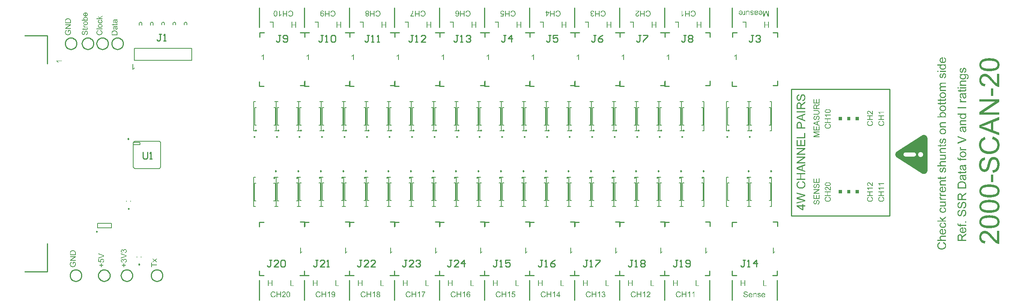
<source format=gto>
G04*
G04 #@! TF.GenerationSoftware,Altium Limited,Altium Designer,22.5.1 (42)*
G04*
G04 Layer_Color=65535*
%FSLAX25Y25*%
%MOIN*%
G70*
G04*
G04 #@! TF.SameCoordinates,4C861729-87C5-483C-8B33-AEF81C08CF8D*
G04*
G04*
G04 #@! TF.FilePolarity,Positive*
G04*
G01*
G75*
%ADD10C,0.00984*%
%ADD11C,0.01000*%
%ADD12C,0.00787*%
G36*
X774913Y132081D02*
Y132329D01*
X774963D01*
Y132379D01*
X774913D01*
Y132429D01*
X774963D01*
Y132478D01*
X774913D01*
Y132528D01*
X774963D01*
Y132776D01*
X775012D01*
Y132825D01*
X774963D01*
Y132875D01*
X775012D01*
Y132925D01*
X775062D01*
Y132974D01*
X775012D01*
Y133024D01*
X775062D01*
Y133173D01*
X775112D01*
Y133222D01*
X775161D01*
Y133371D01*
X775211D01*
Y133421D01*
X775260D01*
Y133569D01*
X775310D01*
Y133619D01*
X775360D01*
Y133768D01*
X775409D01*
Y133817D01*
X775459D01*
Y133867D01*
X775508D01*
Y133916D01*
X775558D01*
Y134065D01*
X775608D01*
Y134115D01*
X775657D01*
Y134165D01*
X775707D01*
Y134214D01*
X775757D01*
Y134264D01*
X775806D01*
Y134313D01*
X775856D01*
Y134363D01*
X775905D01*
Y134413D01*
X775955D01*
Y134462D01*
X776004D01*
Y134512D01*
X776054D01*
Y134561D01*
X776104D01*
X776153D01*
Y134611D01*
X776203D01*
X776252D01*
Y134660D01*
X776302D01*
Y134710D01*
X776352D01*
Y134760D01*
X776401D01*
Y134809D01*
X776451D01*
Y134859D01*
X776500D01*
X776550D01*
X776600D01*
Y134908D01*
X776649D01*
Y134958D01*
X776699D01*
X776748D01*
Y135008D01*
X776798D01*
X776848D01*
Y135057D01*
X776897D01*
Y135107D01*
X776947D01*
Y135156D01*
X776996D01*
X777046D01*
Y135206D01*
X777096D01*
X777145D01*
Y135256D01*
X777195D01*
Y135305D01*
X777244D01*
Y135355D01*
X777294D01*
Y135305D01*
X777344D01*
Y135404D01*
X777393D01*
X777443D01*
Y135454D01*
X777492D01*
Y135504D01*
X777542D01*
Y135553D01*
X777592D01*
X777641D01*
X777691D01*
Y135603D01*
X777740D01*
Y135652D01*
X777790D01*
Y135702D01*
X777840D01*
X777889D01*
X777939D01*
Y135752D01*
X777988D01*
Y135801D01*
X778038D01*
Y135851D01*
X778088D01*
X778137D01*
Y135900D01*
X778187D01*
X778236D01*
Y135950D01*
X778286D01*
Y136000D01*
X778336D01*
Y136049D01*
X778385D01*
X778435D01*
Y136099D01*
X778484D01*
X778534D01*
Y136148D01*
X778583D01*
Y136198D01*
X778633D01*
Y136248D01*
X778683D01*
X778732D01*
Y136297D01*
X778782D01*
X778831D01*
Y136347D01*
X778881D01*
Y136396D01*
X778931D01*
Y136446D01*
X778980D01*
Y136396D01*
X779030D01*
Y136446D01*
X779079D01*
Y136496D01*
X779129D01*
Y136545D01*
X779179D01*
Y136595D01*
X779228D01*
Y136644D01*
X779278D01*
Y136595D01*
X779327D01*
Y136644D01*
X779377D01*
Y136694D01*
X779427D01*
Y136744D01*
X779476D01*
X779526D01*
Y136793D01*
X779575D01*
X779625D01*
Y136843D01*
X779675D01*
Y136892D01*
X779724D01*
Y136942D01*
X779774D01*
X779823D01*
Y136992D01*
X779873D01*
X779923D01*
Y137041D01*
X779972D01*
Y137091D01*
X780022D01*
Y137140D01*
X780071D01*
Y137091D01*
X780121D01*
Y137190D01*
X780171D01*
X780220D01*
Y137240D01*
X780270D01*
Y137289D01*
X780319D01*
Y137339D01*
X780369D01*
Y137289D01*
X780419D01*
Y137339D01*
X780468D01*
Y137388D01*
X780518D01*
Y137438D01*
X780567D01*
X780617D01*
Y137487D01*
X780666D01*
X780716D01*
Y137537D01*
X780766D01*
Y137587D01*
X780815D01*
Y137636D01*
X780865D01*
X780914D01*
Y137686D01*
X780964D01*
X781014D01*
Y137735D01*
X781063D01*
Y137785D01*
X781113D01*
Y137835D01*
X781163D01*
Y137785D01*
X781212D01*
Y137884D01*
X781262D01*
X781311D01*
Y137934D01*
X781361D01*
Y137984D01*
X781411D01*
Y138033D01*
X781460D01*
X781510D01*
X781559D01*
Y138083D01*
X781609D01*
Y138132D01*
X781659D01*
X781708D01*
Y138231D01*
X781758D01*
Y138182D01*
X781807D01*
Y138231D01*
X781857D01*
Y138281D01*
X781907D01*
Y138331D01*
X781956D01*
X782006D01*
Y138380D01*
X782055D01*
X782105D01*
Y138430D01*
X782154D01*
Y138479D01*
X782204D01*
Y138529D01*
X782254D01*
Y138479D01*
X782303D01*
Y138579D01*
X782353D01*
X782402D01*
Y138628D01*
X782452D01*
Y138678D01*
X782502D01*
Y138727D01*
X782551D01*
X782601D01*
X782650D01*
Y138777D01*
X782700D01*
Y138827D01*
X782750D01*
Y138876D01*
X782799D01*
X782849D01*
X782898D01*
Y138926D01*
X782948D01*
Y138975D01*
X782998D01*
Y139025D01*
X783047D01*
X783097D01*
Y139075D01*
X783146D01*
X783196D01*
Y139124D01*
X783246D01*
Y139174D01*
X783295D01*
Y139223D01*
X783345D01*
X783394D01*
Y139273D01*
X783444D01*
X783494D01*
Y139323D01*
X783543D01*
Y139372D01*
X783593D01*
Y139422D01*
X783642D01*
X783692D01*
Y139471D01*
X783742D01*
X783791D01*
Y139521D01*
X783841D01*
Y139571D01*
X783890D01*
Y139620D01*
X783940D01*
Y139571D01*
X783989D01*
Y139620D01*
X784039D01*
Y139670D01*
X784089D01*
Y139719D01*
X784138D01*
Y139769D01*
X784188D01*
Y139819D01*
X784237D01*
Y139769D01*
X784287D01*
Y139819D01*
X784337D01*
Y139868D01*
X784386D01*
Y139918D01*
X784436D01*
X784485D01*
Y139967D01*
X784535D01*
X784585D01*
Y140017D01*
X784634D01*
Y140067D01*
X784684D01*
Y140116D01*
X784733D01*
X784783D01*
Y140166D01*
X784833D01*
X784882D01*
Y140215D01*
X784932D01*
Y140265D01*
X784981D01*
Y140314D01*
X785031D01*
Y140265D01*
X785081D01*
Y140364D01*
X785130D01*
X785180D01*
Y140414D01*
X785229D01*
Y140463D01*
X785279D01*
Y140513D01*
X785329D01*
Y140463D01*
X785378D01*
Y140513D01*
X785428D01*
Y140562D01*
X785477D01*
Y140612D01*
X785527D01*
X785577D01*
Y140662D01*
X785626D01*
X785676D01*
Y140711D01*
X785725D01*
Y140761D01*
X785775D01*
Y140811D01*
X785825D01*
X785874D01*
Y140860D01*
X785924D01*
X785973D01*
Y140910D01*
X786023D01*
Y140959D01*
X786073D01*
Y141009D01*
X786122D01*
X786172D01*
Y141059D01*
X786221D01*
X786271D01*
Y141108D01*
X786321D01*
Y141158D01*
X786370D01*
Y141207D01*
X786420D01*
X786469D01*
X786519D01*
Y141257D01*
X786568D01*
Y141306D01*
X786618D01*
X786668D01*
Y141356D01*
X786717D01*
X786767D01*
Y141406D01*
X786817D01*
Y141455D01*
X786866D01*
Y141505D01*
X786916D01*
X786965D01*
Y141554D01*
X787015D01*
X787065D01*
Y141604D01*
X787114D01*
Y141654D01*
X787164D01*
Y141703D01*
X787213D01*
X787263D01*
Y141753D01*
X787313D01*
X787362D01*
Y141802D01*
X787412D01*
Y141852D01*
X787461D01*
Y141902D01*
X787511D01*
X787561D01*
X787610D01*
Y141951D01*
X787660D01*
Y142001D01*
X787709D01*
Y142050D01*
X787759D01*
Y142100D01*
X787809D01*
Y142050D01*
X787858D01*
Y142100D01*
X787908D01*
Y142150D01*
X787957D01*
Y142199D01*
X788007D01*
X788057D01*
Y142298D01*
X788106D01*
Y142249D01*
X788156D01*
Y142298D01*
X788205D01*
Y142348D01*
X788255D01*
Y142398D01*
X788304D01*
X788354D01*
Y142447D01*
X788404D01*
X788453D01*
Y142497D01*
X788503D01*
Y142546D01*
X788552D01*
Y142596D01*
X788602D01*
X788652D01*
Y142646D01*
X788701D01*
X788751D01*
Y142695D01*
X788800D01*
Y142745D01*
X788850D01*
Y142794D01*
X788900D01*
Y142745D01*
X788949D01*
Y142794D01*
X788999D01*
Y142844D01*
X789048D01*
Y142894D01*
X789098D01*
Y142943D01*
X789148D01*
Y142993D01*
X789197D01*
Y142943D01*
X789247D01*
Y142993D01*
X789296D01*
Y143042D01*
X789346D01*
Y143092D01*
X789396D01*
X789445D01*
Y143141D01*
X789495D01*
X789544D01*
Y143191D01*
X789594D01*
Y143241D01*
X789643D01*
Y143290D01*
X789693D01*
X789743D01*
Y143340D01*
X789792D01*
X789842D01*
Y143389D01*
X789891D01*
Y143439D01*
X789941D01*
Y143489D01*
X789991D01*
Y143439D01*
X790040D01*
Y143538D01*
X790090D01*
X790139D01*
Y143588D01*
X790189D01*
Y143638D01*
X790239D01*
Y143687D01*
X790288D01*
X790338D01*
X790387D01*
Y143737D01*
X790437D01*
Y143786D01*
X790487D01*
X790536D01*
Y143836D01*
X790586D01*
X790635D01*
Y143886D01*
X790685D01*
Y143935D01*
X790735D01*
Y143985D01*
X790784D01*
X790834D01*
Y144084D01*
X790883D01*
Y144034D01*
X790933D01*
Y144084D01*
X790983D01*
Y144133D01*
X791032D01*
Y144183D01*
X791082D01*
X791131D01*
Y144233D01*
X791181D01*
X791231D01*
Y144282D01*
X791280D01*
Y144332D01*
X791330D01*
Y144381D01*
X791379D01*
X791429D01*
X791479D01*
Y144431D01*
X791528D01*
Y144481D01*
X791578D01*
X791627D01*
Y144580D01*
X791677D01*
Y144530D01*
X791727D01*
Y144580D01*
X791776D01*
Y144629D01*
X791826D01*
Y144679D01*
X791875D01*
Y144729D01*
X791925D01*
X791975D01*
X792024D01*
Y144778D01*
X792074D01*
Y144828D01*
X792123D01*
Y144877D01*
X792173D01*
X792223D01*
Y144927D01*
X792272D01*
X792322D01*
Y144977D01*
X792371D01*
Y145026D01*
X792421D01*
Y145076D01*
X792471D01*
X792520D01*
X792570D01*
Y145125D01*
X792619D01*
Y145175D01*
X792669D01*
Y145225D01*
X792719D01*
X792768D01*
X792818D01*
Y145274D01*
X792867D01*
Y145324D01*
X792917D01*
Y145373D01*
X792967D01*
Y145423D01*
X793016D01*
Y145473D01*
X793066D01*
Y145423D01*
X793115D01*
Y145473D01*
X793165D01*
Y145522D01*
X793215D01*
Y145572D01*
X793264D01*
X793314D01*
Y145621D01*
X793363D01*
X793413D01*
Y145671D01*
X793463D01*
Y145721D01*
X793512D01*
Y145770D01*
X793562D01*
X793611D01*
Y145820D01*
X793661D01*
X793711D01*
Y145869D01*
X793760D01*
Y145919D01*
X793810D01*
Y145969D01*
X793859D01*
X793909D01*
X793959D01*
Y146018D01*
X794008D01*
Y146068D01*
X794058D01*
Y146117D01*
X794107D01*
Y146167D01*
X794157D01*
Y146117D01*
X794206D01*
Y146167D01*
X794256D01*
Y146216D01*
X794306D01*
Y146266D01*
X794355D01*
X794405D01*
Y146316D01*
X794454D01*
X794504D01*
Y146365D01*
X794554D01*
Y146415D01*
X794603D01*
Y146465D01*
X794653D01*
X794702D01*
Y146514D01*
X794752D01*
X794802D01*
Y146564D01*
X794851D01*
Y146613D01*
X794901D01*
Y146663D01*
X794950D01*
Y146613D01*
X795000D01*
Y146713D01*
X795050D01*
X795099D01*
Y146762D01*
X795149D01*
Y146812D01*
X795198D01*
Y146861D01*
X795248D01*
X795298D01*
X795347D01*
Y146911D01*
X795397D01*
Y146960D01*
X795446D01*
X795496D01*
Y147010D01*
X795546D01*
X795595D01*
Y147060D01*
X795645D01*
Y147109D01*
X795694D01*
Y147159D01*
X795744D01*
X795793D01*
Y147208D01*
X795843D01*
X795893D01*
Y147258D01*
X795942D01*
Y147308D01*
X795992D01*
Y147357D01*
X796041D01*
X796091D01*
Y147407D01*
X796141D01*
X796190D01*
Y147456D01*
X796240D01*
Y147506D01*
X796289D01*
Y147556D01*
X796339D01*
X796389D01*
X796438D01*
Y147605D01*
X796488D01*
Y147655D01*
X796537D01*
Y147704D01*
X796587D01*
X796637D01*
X796686D01*
Y147754D01*
X796736D01*
Y147804D01*
X796785D01*
Y147853D01*
X796835D01*
Y147903D01*
X796885D01*
X796934D01*
X796984D01*
Y147952D01*
X797034D01*
Y148002D01*
X797083D01*
Y148052D01*
X797133D01*
X797182D01*
Y148101D01*
X797232D01*
X797282D01*
Y148151D01*
X797331D01*
Y148200D01*
X797381D01*
Y148250D01*
X797430D01*
X797480D01*
X797529D01*
Y148300D01*
X797579D01*
Y148349D01*
X797629D01*
Y148399D01*
X797678D01*
Y148448D01*
X797728D01*
Y148399D01*
X797777D01*
Y148448D01*
X797827D01*
Y148498D01*
X797877D01*
Y148548D01*
X797926D01*
Y148597D01*
X797976D01*
Y148647D01*
X798025D01*
Y148597D01*
X798075D01*
Y148647D01*
X798125D01*
Y148696D01*
X798174D01*
Y148746D01*
X798224D01*
X798273D01*
Y148796D01*
X798323D01*
X798373D01*
Y148845D01*
X798422D01*
Y148895D01*
X798472D01*
Y148944D01*
X798521D01*
X798571D01*
X798621D01*
Y148994D01*
X798670D01*
Y149044D01*
X798720D01*
X798769D01*
Y149093D01*
X798819D01*
X798869D01*
Y149143D01*
X798918D01*
Y149192D01*
X798968D01*
X799017D01*
X799067D01*
Y149242D01*
X799117D01*
Y149192D01*
X799166D01*
Y149242D01*
X799216D01*
Y149292D01*
X799265D01*
Y149341D01*
X799315D01*
Y149292D01*
X799365D01*
Y149341D01*
X799414D01*
Y149292D01*
X799464D01*
Y149341D01*
X799513D01*
X799563D01*
X799613D01*
Y149391D01*
X799662D01*
X799712D01*
X799761D01*
Y149440D01*
X799811D01*
Y149391D01*
X799860D01*
Y149440D01*
X799910D01*
Y149391D01*
X799960D01*
Y149440D01*
X800009D01*
Y149391D01*
X800059D01*
Y149440D01*
X800109D01*
Y149391D01*
X800158D01*
Y149440D01*
X800208D01*
X800257D01*
X800307D01*
Y149391D01*
X800356D01*
Y149440D01*
X800406D01*
X800456D01*
X800505D01*
Y149391D01*
X800555D01*
Y149440D01*
X800604D01*
Y149391D01*
X800654D01*
Y149440D01*
X800704D01*
Y149391D01*
X800753D01*
X800803D01*
X800852D01*
X800902D01*
X800952D01*
Y149341D01*
X801001D01*
X801051D01*
X801100D01*
Y149292D01*
X801150D01*
Y149341D01*
X801200D01*
Y149292D01*
X801249D01*
Y149242D01*
X801299D01*
X801348D01*
X801398D01*
Y149192D01*
X801448D01*
X801497D01*
X801547D01*
Y149143D01*
X801596D01*
Y149093D01*
X801646D01*
Y149143D01*
X801696D01*
Y149093D01*
X801745D01*
Y149044D01*
X801795D01*
Y148994D01*
X801844D01*
X801894D01*
X801943D01*
Y148944D01*
X801993D01*
Y148895D01*
X802043D01*
Y148845D01*
X802092D01*
Y148796D01*
X802142D01*
Y148845D01*
X802192D01*
Y148746D01*
X802241D01*
X802291D01*
Y148696D01*
X802340D01*
Y148647D01*
X802390D01*
Y148597D01*
X802439D01*
Y148548D01*
X802489D01*
Y148498D01*
X802539D01*
Y148448D01*
X802588D01*
Y148399D01*
X802638D01*
Y148349D01*
X802687D01*
Y148300D01*
X802737D01*
Y148250D01*
X802787D01*
Y148101D01*
X802836D01*
Y148151D01*
X802886D01*
Y148101D01*
X802836D01*
Y148052D01*
X802886D01*
Y148002D01*
X802936D01*
Y147952D01*
X802985D01*
Y147903D01*
X803035D01*
Y147853D01*
X802985D01*
Y147804D01*
X803035D01*
Y147754D01*
X803084D01*
Y147605D01*
X803134D01*
Y147655D01*
X803183D01*
Y147605D01*
X803134D01*
Y147556D01*
X803183D01*
Y147506D01*
X803233D01*
Y147456D01*
X803183D01*
Y147407D01*
X803233D01*
Y147357D01*
X803283D01*
Y147208D01*
X803332D01*
Y147159D01*
X803283D01*
Y147109D01*
X803332D01*
Y147060D01*
X803382D01*
Y147010D01*
X803332D01*
Y146960D01*
X803382D01*
Y146713D01*
X803432D01*
Y146564D01*
X803382D01*
Y146514D01*
X803432D01*
Y146365D01*
X803481D01*
Y146316D01*
X803432D01*
Y146266D01*
X803481D01*
Y146216D01*
X803432D01*
Y146167D01*
X803481D01*
Y146117D01*
X803432D01*
Y146068D01*
X803481D01*
Y146018D01*
X803432D01*
Y145969D01*
X803481D01*
Y145919D01*
X803432D01*
Y145869D01*
X803481D01*
Y145820D01*
X803432D01*
Y145770D01*
X803481D01*
Y145721D01*
X803432D01*
Y145671D01*
X803481D01*
Y145621D01*
X803432D01*
Y145572D01*
X803481D01*
Y145522D01*
X803432D01*
Y145473D01*
X803481D01*
Y145423D01*
X803432D01*
Y145373D01*
X803481D01*
Y145324D01*
X803432D01*
Y145274D01*
X803481D01*
Y145225D01*
X803432D01*
Y145175D01*
X803481D01*
Y145125D01*
X803432D01*
Y145076D01*
X803481D01*
Y145026D01*
X803432D01*
Y144977D01*
X803481D01*
Y144927D01*
X803432D01*
Y144877D01*
X803481D01*
Y144828D01*
X803432D01*
Y144778D01*
X803481D01*
Y144729D01*
X803432D01*
Y144679D01*
X803481D01*
Y144629D01*
X803432D01*
Y144580D01*
X803481D01*
Y144530D01*
X803432D01*
Y144481D01*
X803481D01*
Y144431D01*
X803432D01*
Y144381D01*
X803481D01*
Y144332D01*
X803432D01*
Y144282D01*
X803481D01*
Y144233D01*
X803432D01*
Y144183D01*
X803481D01*
Y144133D01*
X803432D01*
Y144084D01*
X803481D01*
Y144034D01*
X803432D01*
Y143985D01*
X803481D01*
Y143935D01*
X803432D01*
Y143886D01*
X803481D01*
Y143836D01*
X803432D01*
Y143786D01*
X803481D01*
Y143737D01*
X803432D01*
Y143687D01*
X803481D01*
Y143638D01*
X803432D01*
Y143588D01*
X803481D01*
Y143538D01*
X803432D01*
Y143489D01*
X803481D01*
Y143439D01*
X803432D01*
Y143389D01*
X803481D01*
Y143340D01*
X803432D01*
Y143290D01*
X803481D01*
Y143241D01*
X803432D01*
Y143191D01*
X803481D01*
Y143141D01*
X803432D01*
Y143092D01*
X803481D01*
Y143042D01*
X803432D01*
Y142993D01*
X803481D01*
Y142943D01*
X803432D01*
Y142894D01*
X803481D01*
Y142844D01*
X803432D01*
Y142794D01*
X803481D01*
Y142745D01*
X803432D01*
Y142695D01*
X803481D01*
Y142646D01*
X803432D01*
Y142596D01*
X803481D01*
Y142546D01*
X803432D01*
Y142497D01*
X803481D01*
Y142447D01*
X803432D01*
Y142398D01*
X803481D01*
Y142348D01*
X803432D01*
Y142298D01*
X803481D01*
Y142249D01*
X803432D01*
Y142199D01*
X803481D01*
Y142150D01*
X803432D01*
Y142100D01*
X803481D01*
Y142050D01*
X803432D01*
Y142001D01*
X803481D01*
Y141951D01*
X803432D01*
Y141902D01*
X803481D01*
Y141852D01*
X803432D01*
Y141802D01*
X803481D01*
Y141753D01*
X803432D01*
Y141703D01*
X803481D01*
Y141654D01*
X803432D01*
Y141604D01*
X803481D01*
Y141554D01*
X803432D01*
Y141505D01*
X803481D01*
Y141455D01*
X803432D01*
Y141406D01*
X803481D01*
Y141356D01*
X803432D01*
Y141306D01*
X803481D01*
Y141257D01*
X803432D01*
Y141207D01*
X803481D01*
Y141158D01*
X803432D01*
Y141108D01*
X803481D01*
Y141059D01*
X803432D01*
Y141009D01*
X803481D01*
Y140959D01*
X803432D01*
Y140910D01*
X803481D01*
Y140860D01*
X803432D01*
Y140811D01*
X803481D01*
Y140761D01*
X803432D01*
Y140711D01*
X803481D01*
Y140662D01*
X803432D01*
Y140612D01*
X803481D01*
Y140562D01*
X803432D01*
Y140513D01*
X803481D01*
Y140463D01*
X803432D01*
Y140414D01*
X803481D01*
Y140364D01*
X803432D01*
Y140314D01*
X803481D01*
Y140265D01*
X803432D01*
Y140215D01*
X803481D01*
Y140166D01*
X803432D01*
Y140116D01*
X803481D01*
Y140067D01*
X803432D01*
Y140017D01*
X803481D01*
Y139967D01*
X803432D01*
Y139918D01*
X803481D01*
Y139868D01*
X803432D01*
Y139819D01*
X803481D01*
Y139769D01*
X803432D01*
Y139719D01*
X803481D01*
Y139670D01*
X803432D01*
Y139620D01*
X803481D01*
Y139571D01*
X803432D01*
Y139521D01*
X803481D01*
Y139471D01*
X803432D01*
Y139422D01*
X803481D01*
Y139372D01*
X803432D01*
Y139323D01*
X803481D01*
Y139273D01*
X803432D01*
Y139223D01*
X803481D01*
Y139174D01*
X803432D01*
Y139124D01*
X803481D01*
Y139075D01*
X803432D01*
Y139025D01*
X803481D01*
Y138975D01*
X803432D01*
Y138926D01*
X803481D01*
Y138876D01*
X803432D01*
Y138827D01*
X803481D01*
Y138777D01*
X803432D01*
Y138727D01*
X803481D01*
Y138678D01*
X803432D01*
Y138628D01*
X803481D01*
Y138579D01*
X803432D01*
Y138529D01*
X803481D01*
Y138479D01*
X803432D01*
Y138430D01*
X803481D01*
Y138380D01*
X803432D01*
Y138331D01*
X803481D01*
Y138281D01*
X803432D01*
Y138231D01*
X803481D01*
Y138182D01*
X803432D01*
Y138132D01*
X803481D01*
Y138083D01*
X803432D01*
Y138033D01*
X803481D01*
Y137984D01*
X803432D01*
Y137934D01*
X803481D01*
Y137884D01*
X803432D01*
Y137835D01*
X803481D01*
Y137785D01*
X803432D01*
Y137735D01*
X803481D01*
Y137686D01*
X803432D01*
Y137636D01*
X803481D01*
Y137587D01*
X803432D01*
Y137537D01*
X803481D01*
Y137487D01*
X803432D01*
Y137438D01*
X803481D01*
Y137388D01*
X803432D01*
Y137339D01*
X803481D01*
Y137289D01*
X803432D01*
Y137240D01*
X803481D01*
Y137190D01*
X803432D01*
Y137140D01*
X803481D01*
Y137091D01*
X803432D01*
Y137041D01*
X803481D01*
Y136992D01*
X803432D01*
Y136942D01*
X803481D01*
Y136892D01*
X803432D01*
Y136843D01*
X803481D01*
Y136793D01*
X803432D01*
Y136744D01*
X803481D01*
Y136694D01*
X803432D01*
Y136644D01*
X803481D01*
Y136595D01*
X803432D01*
Y136545D01*
X803481D01*
Y136496D01*
X803432D01*
Y136446D01*
X803481D01*
Y136396D01*
X803432D01*
Y136347D01*
X803481D01*
Y136297D01*
X803432D01*
Y136248D01*
X803481D01*
Y136198D01*
X803432D01*
Y136148D01*
X803481D01*
Y136099D01*
X803432D01*
Y136049D01*
X803481D01*
Y136000D01*
X803432D01*
Y135950D01*
X803481D01*
Y135900D01*
X803432D01*
Y135851D01*
X803481D01*
Y135801D01*
X803432D01*
Y135752D01*
X803481D01*
Y135702D01*
X803432D01*
Y135652D01*
X803481D01*
Y135603D01*
X803432D01*
Y135553D01*
X803481D01*
Y135504D01*
X803432D01*
Y135454D01*
X803481D01*
Y135404D01*
X803432D01*
Y135355D01*
X803481D01*
Y135305D01*
X803432D01*
Y135256D01*
X803481D01*
Y135206D01*
X803432D01*
Y135156D01*
X803481D01*
Y135107D01*
X803432D01*
Y135057D01*
X803481D01*
Y135008D01*
X803432D01*
Y134958D01*
X803481D01*
Y134908D01*
X803432D01*
Y134859D01*
X803481D01*
Y134809D01*
X803432D01*
Y134760D01*
X803481D01*
Y134710D01*
X803432D01*
Y134660D01*
X803481D01*
Y134611D01*
X803432D01*
Y134561D01*
X803481D01*
Y134512D01*
X803432D01*
Y134462D01*
X803481D01*
Y134413D01*
X803432D01*
Y134363D01*
X803481D01*
Y134313D01*
X803432D01*
Y134264D01*
X803481D01*
Y134214D01*
X803432D01*
Y134165D01*
X803481D01*
Y134115D01*
X803432D01*
Y134065D01*
X803481D01*
Y134016D01*
X803432D01*
Y133966D01*
X803481D01*
Y133916D01*
X803432D01*
Y133867D01*
X803481D01*
Y133817D01*
X803432D01*
Y133768D01*
X803481D01*
Y133718D01*
X803432D01*
Y133669D01*
X803481D01*
Y133619D01*
X803432D01*
Y133569D01*
X803481D01*
Y133520D01*
X803432D01*
Y133470D01*
X803481D01*
Y133421D01*
X803432D01*
Y133371D01*
X803481D01*
Y133321D01*
X803432D01*
Y133272D01*
X803481D01*
Y133222D01*
X803432D01*
Y133173D01*
X803481D01*
Y133123D01*
X803432D01*
Y133073D01*
X803481D01*
Y133024D01*
X803432D01*
Y132974D01*
X803481D01*
Y132925D01*
X803432D01*
Y132875D01*
X803481D01*
Y132825D01*
X803432D01*
Y132776D01*
X803481D01*
Y132726D01*
X803432D01*
Y132677D01*
X803481D01*
Y132627D01*
X803432D01*
Y132577D01*
X803481D01*
Y132528D01*
X803432D01*
Y132478D01*
X803481D01*
Y132429D01*
X803432D01*
Y132379D01*
X803481D01*
Y132329D01*
X803432D01*
Y132280D01*
X803481D01*
Y132230D01*
X803432D01*
Y132181D01*
X803481D01*
Y132131D01*
X803432D01*
Y132081D01*
X803481D01*
Y132032D01*
X803432D01*
Y131982D01*
X803481D01*
Y131933D01*
X803432D01*
Y131883D01*
X803481D01*
Y131834D01*
X803432D01*
Y131784D01*
X803481D01*
Y131734D01*
X803432D01*
Y131685D01*
X803481D01*
Y131635D01*
X803432D01*
Y131586D01*
X803481D01*
Y131536D01*
X803432D01*
Y131486D01*
X803481D01*
Y131437D01*
X803432D01*
Y131387D01*
X803481D01*
Y131337D01*
X803432D01*
Y131288D01*
X803481D01*
Y131238D01*
X803432D01*
Y131189D01*
X803481D01*
Y131139D01*
X803432D01*
Y131089D01*
X803481D01*
Y131040D01*
X803432D01*
Y130990D01*
X803481D01*
Y130941D01*
X803432D01*
Y130891D01*
X803481D01*
Y130842D01*
X803432D01*
Y130792D01*
X803481D01*
Y130742D01*
X803432D01*
Y130693D01*
X803481D01*
Y130643D01*
X803432D01*
Y130594D01*
X803481D01*
Y130544D01*
X803432D01*
Y130494D01*
X803481D01*
Y130445D01*
X803432D01*
Y130395D01*
X803481D01*
Y130346D01*
X803432D01*
Y130296D01*
X803481D01*
Y130246D01*
X803432D01*
Y130197D01*
X803481D01*
Y130147D01*
X803432D01*
Y130098D01*
X803481D01*
Y130048D01*
X803432D01*
Y129998D01*
X803481D01*
Y129949D01*
X803432D01*
Y129899D01*
X803481D01*
Y129850D01*
X803432D01*
Y129800D01*
X803481D01*
Y129750D01*
X803432D01*
Y129701D01*
X803481D01*
Y129651D01*
X803432D01*
Y129602D01*
X803481D01*
Y129552D01*
X803432D01*
Y129502D01*
X803481D01*
Y129453D01*
X803432D01*
Y129403D01*
X803481D01*
Y129354D01*
X803432D01*
Y129304D01*
X803481D01*
Y129254D01*
X803432D01*
Y129205D01*
X803481D01*
Y129155D01*
X803432D01*
Y129106D01*
X803481D01*
Y129056D01*
X803432D01*
Y129006D01*
X803481D01*
Y128957D01*
X803432D01*
Y128907D01*
X803481D01*
Y128858D01*
X803432D01*
Y128808D01*
X803481D01*
Y128759D01*
X803432D01*
Y128709D01*
X803481D01*
Y128659D01*
X803432D01*
Y128610D01*
X803481D01*
Y128560D01*
X803432D01*
Y128510D01*
X803481D01*
Y128461D01*
X803432D01*
Y128411D01*
X803481D01*
Y128362D01*
X803432D01*
Y128312D01*
X803481D01*
Y128262D01*
X803432D01*
Y128213D01*
X803481D01*
Y128163D01*
X803432D01*
Y128114D01*
X803481D01*
Y128064D01*
X803432D01*
Y128015D01*
X803481D01*
Y127965D01*
X803432D01*
Y127915D01*
X803481D01*
Y127866D01*
X803432D01*
Y127816D01*
X803481D01*
Y127767D01*
X803432D01*
Y127717D01*
X803481D01*
Y127667D01*
X803432D01*
Y127618D01*
X803481D01*
Y127568D01*
X803432D01*
Y127519D01*
X803481D01*
Y127469D01*
X803432D01*
Y127419D01*
X803481D01*
Y127370D01*
X803432D01*
Y127320D01*
X803481D01*
Y127271D01*
X803432D01*
Y127221D01*
X803481D01*
Y127171D01*
X803432D01*
Y127122D01*
X803481D01*
Y127072D01*
X803432D01*
Y127023D01*
X803481D01*
Y126973D01*
X803432D01*
Y126923D01*
X803481D01*
Y126874D01*
X803432D01*
Y126824D01*
X803481D01*
Y126775D01*
X803432D01*
Y126725D01*
X803481D01*
Y126675D01*
X803432D01*
Y126626D01*
X803481D01*
Y126576D01*
X803432D01*
Y126527D01*
X803481D01*
Y126477D01*
X803432D01*
Y126427D01*
X803481D01*
Y126378D01*
X803432D01*
Y126328D01*
X803481D01*
Y126279D01*
X803432D01*
Y126229D01*
X803481D01*
Y126179D01*
X803432D01*
Y126130D01*
X803481D01*
Y126080D01*
X803432D01*
Y126031D01*
X803481D01*
Y125981D01*
X803432D01*
Y125931D01*
X803481D01*
Y125882D01*
X803432D01*
Y125832D01*
X803481D01*
Y125783D01*
X803432D01*
Y125733D01*
X803481D01*
Y125683D01*
X803432D01*
Y125634D01*
X803481D01*
Y125584D01*
X803432D01*
Y125535D01*
X803481D01*
Y125485D01*
X803432D01*
Y125435D01*
X803481D01*
Y125386D01*
X803432D01*
Y125336D01*
X803481D01*
Y125287D01*
X803432D01*
Y125237D01*
X803481D01*
Y125188D01*
X803432D01*
Y125138D01*
X803481D01*
Y125088D01*
X803432D01*
Y125039D01*
X803481D01*
Y124989D01*
X803432D01*
Y124940D01*
X803481D01*
Y124890D01*
X803432D01*
Y124840D01*
X803481D01*
Y124791D01*
X803432D01*
Y124741D01*
X803481D01*
Y124691D01*
X803432D01*
Y124642D01*
X803481D01*
Y124592D01*
X803432D01*
Y124543D01*
X803481D01*
Y124493D01*
X803432D01*
Y124444D01*
X803481D01*
Y124394D01*
X803432D01*
Y124344D01*
X803481D01*
Y124295D01*
X803432D01*
Y124245D01*
X803481D01*
Y124196D01*
X803432D01*
Y124146D01*
X803481D01*
Y124096D01*
X803432D01*
Y124047D01*
X803481D01*
Y123997D01*
X803432D01*
Y123948D01*
X803481D01*
Y123898D01*
X803432D01*
Y123848D01*
X803481D01*
Y123799D01*
X803432D01*
Y123749D01*
X803481D01*
Y123700D01*
X803432D01*
Y123650D01*
X803481D01*
Y123600D01*
X803432D01*
Y123551D01*
X803481D01*
Y123501D01*
X803432D01*
Y123452D01*
X803481D01*
Y123402D01*
X803432D01*
Y123352D01*
X803481D01*
Y123303D01*
X803432D01*
Y123253D01*
X803481D01*
Y123204D01*
X803432D01*
Y123154D01*
X803481D01*
Y123104D01*
X803432D01*
Y123055D01*
X803481D01*
Y123005D01*
X803432D01*
Y122956D01*
X803481D01*
Y122906D01*
X803432D01*
Y122856D01*
X803481D01*
Y122807D01*
X803432D01*
Y122757D01*
X803481D01*
Y122708D01*
X803432D01*
Y122658D01*
X803481D01*
Y122608D01*
X803432D01*
Y122559D01*
X803481D01*
Y122509D01*
X803432D01*
Y122460D01*
X803481D01*
Y122410D01*
X803432D01*
Y122361D01*
X803481D01*
Y122311D01*
X803432D01*
Y122261D01*
X803481D01*
Y122212D01*
X803432D01*
Y122162D01*
X803481D01*
Y122113D01*
X803432D01*
Y122063D01*
X803481D01*
Y122013D01*
X803432D01*
Y121964D01*
X803481D01*
Y121914D01*
X803432D01*
Y121864D01*
X803481D01*
Y121815D01*
X803432D01*
Y121765D01*
X803481D01*
Y121716D01*
X803432D01*
Y121666D01*
X803481D01*
Y121616D01*
X803432D01*
Y121567D01*
X803481D01*
Y121517D01*
X803432D01*
Y121468D01*
X803481D01*
Y121418D01*
X803432D01*
Y121369D01*
X803481D01*
Y121319D01*
X803432D01*
Y121269D01*
X803481D01*
Y121220D01*
X803432D01*
Y121170D01*
X803481D01*
Y121121D01*
X803432D01*
Y121071D01*
X803481D01*
Y121021D01*
X803432D01*
Y120972D01*
X803481D01*
Y120922D01*
X803432D01*
Y120873D01*
X803481D01*
Y120823D01*
X803432D01*
Y120773D01*
X803481D01*
Y120724D01*
X803432D01*
Y120674D01*
X803481D01*
Y120625D01*
X803432D01*
Y120575D01*
X803481D01*
Y120525D01*
X803432D01*
Y120476D01*
X803481D01*
Y120426D01*
X803432D01*
Y120377D01*
X803481D01*
Y120327D01*
X803432D01*
Y120277D01*
X803481D01*
Y120228D01*
X803432D01*
Y120178D01*
X803481D01*
Y120129D01*
X803432D01*
Y120079D01*
X803481D01*
Y120029D01*
X803432D01*
Y119980D01*
X803481D01*
Y119930D01*
X803432D01*
Y119881D01*
X803481D01*
Y119831D01*
X803432D01*
Y119781D01*
X803481D01*
Y119732D01*
X803432D01*
Y119682D01*
X803481D01*
Y119633D01*
X803432D01*
Y119583D01*
X803481D01*
Y119534D01*
X803432D01*
Y119484D01*
X803481D01*
Y119434D01*
X803432D01*
Y119385D01*
X803481D01*
Y119335D01*
X803432D01*
Y119286D01*
X803481D01*
Y119236D01*
X803432D01*
Y119186D01*
X803481D01*
Y119137D01*
X803432D01*
Y119087D01*
X803481D01*
Y119037D01*
X803432D01*
Y118988D01*
X803481D01*
Y118938D01*
X803432D01*
Y118889D01*
X803481D01*
Y118839D01*
X803432D01*
Y118790D01*
X803481D01*
Y118740D01*
X803432D01*
Y118690D01*
X803481D01*
Y118641D01*
X803432D01*
Y118591D01*
X803481D01*
Y118542D01*
X803432D01*
Y118492D01*
X803481D01*
Y118442D01*
X803432D01*
Y118393D01*
X803481D01*
Y118343D01*
X803432D01*
Y118294D01*
X803481D01*
Y118244D01*
X803432D01*
Y118194D01*
X803481D01*
Y118145D01*
X803432D01*
Y118095D01*
X803481D01*
Y118046D01*
X803432D01*
Y117996D01*
X803481D01*
Y117946D01*
X803432D01*
Y117897D01*
X803481D01*
Y117847D01*
X803432D01*
Y117798D01*
X803481D01*
Y117748D01*
X803432D01*
Y117401D01*
X803382D01*
Y117351D01*
X803432D01*
Y117302D01*
X803382D01*
Y117153D01*
X803332D01*
Y117103D01*
X803382D01*
Y117054D01*
X803332D01*
Y117004D01*
X803283D01*
Y116756D01*
X803233D01*
Y116707D01*
X803183D01*
Y116558D01*
X803134D01*
Y116508D01*
X803084D01*
Y116359D01*
X803035D01*
Y116260D01*
X802985D01*
Y116161D01*
X802936D01*
Y116111D01*
X802886D01*
Y116062D01*
X802836D01*
Y116012D01*
X802787D01*
Y115863D01*
X802737D01*
Y115814D01*
X802687D01*
Y115764D01*
X802638D01*
Y115715D01*
X802588D01*
Y115665D01*
X802539D01*
Y115615D01*
X802489D01*
Y115566D01*
X802439D01*
Y115516D01*
X802390D01*
Y115466D01*
X802340D01*
Y115417D01*
X802291D01*
Y115367D01*
X802241D01*
X802192D01*
Y115268D01*
X802142D01*
Y115318D01*
X802092D01*
Y115268D01*
X802043D01*
Y115219D01*
X801993D01*
Y115169D01*
X801943D01*
X801894D01*
Y115119D01*
X801844D01*
X801795D01*
Y115070D01*
X801745D01*
Y115020D01*
X801696D01*
X801646D01*
X801596D01*
Y114971D01*
X801547D01*
Y114921D01*
X801497D01*
X801448D01*
X801398D01*
Y114871D01*
X801348D01*
X801299D01*
X801249D01*
Y114822D01*
X801200D01*
X801150D01*
X801100D01*
Y114772D01*
X801051D01*
X801001D01*
X800952D01*
Y114723D01*
X800902D01*
Y114772D01*
X800852D01*
Y114723D01*
X800803D01*
X800753D01*
X800704D01*
Y114673D01*
X800654D01*
Y114723D01*
X800604D01*
Y114673D01*
X800555D01*
Y114723D01*
X800505D01*
Y114673D01*
X800456D01*
Y114723D01*
X800406D01*
Y114673D01*
X800356D01*
Y114723D01*
X800307D01*
Y114673D01*
X800257D01*
X800208D01*
X800158D01*
Y114723D01*
X800109D01*
Y114673D01*
X800059D01*
Y114723D01*
X800009D01*
Y114673D01*
X799960D01*
Y114723D01*
X799910D01*
Y114673D01*
X799860D01*
Y114723D01*
X799811D01*
Y114673D01*
X799761D01*
Y114723D01*
X799712D01*
X799662D01*
X799613D01*
Y114772D01*
X799563D01*
X799513D01*
X799464D01*
Y114822D01*
X799414D01*
Y114772D01*
X799365D01*
Y114822D01*
X799315D01*
X799265D01*
X799216D01*
Y114871D01*
X799166D01*
Y114921D01*
X799117D01*
Y114871D01*
X799067D01*
Y114921D01*
X799017D01*
X798968D01*
Y114971D01*
X798918D01*
X798869D01*
Y115020D01*
X798819D01*
X798769D01*
Y115070D01*
X798720D01*
X798670D01*
Y115119D01*
X798621D01*
Y115169D01*
X798571D01*
X798521D01*
X798472D01*
Y115219D01*
X798422D01*
Y115268D01*
X798373D01*
Y115318D01*
X798323D01*
X798273D01*
Y115367D01*
X798224D01*
X798174D01*
Y115417D01*
X798125D01*
Y115466D01*
X798075D01*
Y115516D01*
X798025D01*
Y115466D01*
X797976D01*
Y115566D01*
X797926D01*
X797877D01*
Y115615D01*
X797827D01*
Y115665D01*
X797777D01*
Y115715D01*
X797728D01*
X797678D01*
X797629D01*
Y115764D01*
X797579D01*
Y115814D01*
X797529D01*
Y115863D01*
X797480D01*
X797430D01*
X797381D01*
Y115913D01*
X797331D01*
Y115963D01*
X797282D01*
Y116012D01*
X797232D01*
X797182D01*
Y116111D01*
X797133D01*
Y116062D01*
X797083D01*
Y116111D01*
X797034D01*
Y116161D01*
X796984D01*
Y116210D01*
X796934D01*
X796885D01*
Y116260D01*
X796835D01*
X796785D01*
Y116310D01*
X796736D01*
Y116359D01*
X796686D01*
Y116409D01*
X796637D01*
X796587D01*
X796537D01*
Y116458D01*
X796488D01*
Y116508D01*
X796438D01*
Y116558D01*
X796389D01*
Y116607D01*
X796339D01*
Y116558D01*
X796289D01*
Y116607D01*
X796240D01*
Y116657D01*
X796190D01*
Y116707D01*
X796141D01*
Y116756D01*
X796091D01*
X796041D01*
X795992D01*
Y116806D01*
X795942D01*
Y116855D01*
X795893D01*
Y116905D01*
X795843D01*
Y116855D01*
X795793D01*
Y116954D01*
X795744D01*
X795694D01*
Y117004D01*
X795645D01*
Y117054D01*
X795595D01*
Y117103D01*
X795546D01*
X795496D01*
X795446D01*
Y117153D01*
X795397D01*
Y117202D01*
X795347D01*
Y117252D01*
X795298D01*
Y117302D01*
X795248D01*
Y117252D01*
X795198D01*
Y117302D01*
X795149D01*
Y117351D01*
X795099D01*
Y117401D01*
X795050D01*
Y117450D01*
X795000D01*
Y117500D01*
X794950D01*
Y117450D01*
X794901D01*
Y117500D01*
X794851D01*
Y117550D01*
X794802D01*
Y117599D01*
X794752D01*
X794702D01*
Y117649D01*
X794653D01*
X794603D01*
Y117698D01*
X794554D01*
Y117748D01*
X794504D01*
Y117798D01*
X794454D01*
X794405D01*
Y117847D01*
X794355D01*
X794306D01*
Y117897D01*
X794256D01*
Y117946D01*
X794206D01*
Y117996D01*
X794157D01*
Y117946D01*
X794107D01*
Y117996D01*
X794058D01*
Y118046D01*
X794008D01*
Y118095D01*
X793959D01*
Y118145D01*
X793909D01*
Y118194D01*
X793859D01*
Y118145D01*
X793810D01*
Y118194D01*
X793760D01*
Y118244D01*
X793711D01*
Y118294D01*
X793661D01*
X793611D01*
Y118343D01*
X793562D01*
X793512D01*
Y118393D01*
X793463D01*
Y118442D01*
X793413D01*
Y118492D01*
X793363D01*
X793314D01*
Y118542D01*
X793264D01*
X793215D01*
Y118591D01*
X793165D01*
Y118641D01*
X793115D01*
Y118690D01*
X793066D01*
Y118641D01*
X793016D01*
Y118740D01*
X792967D01*
X792917D01*
Y118790D01*
X792867D01*
Y118839D01*
X792818D01*
Y118889D01*
X792768D01*
X792719D01*
X792669D01*
Y118938D01*
X792619D01*
Y118988D01*
X792570D01*
Y119037D01*
X792520D01*
X792471D01*
X792421D01*
Y119087D01*
X792371D01*
Y119137D01*
X792322D01*
Y119186D01*
X792272D01*
X792223D01*
Y119286D01*
X792173D01*
Y119236D01*
X792123D01*
Y119286D01*
X792074D01*
Y119335D01*
X792024D01*
Y119385D01*
X791975D01*
X791925D01*
Y119434D01*
X791875D01*
X791826D01*
Y119484D01*
X791776D01*
Y119534D01*
X791727D01*
Y119583D01*
X791677D01*
X791627D01*
X791578D01*
Y119633D01*
X791528D01*
Y119682D01*
X791479D01*
Y119732D01*
X791429D01*
Y119781D01*
X791379D01*
Y119732D01*
X791330D01*
Y119781D01*
X791280D01*
Y119831D01*
X791231D01*
Y119881D01*
X791181D01*
Y119930D01*
X791131D01*
X791082D01*
X791032D01*
Y119980D01*
X790983D01*
Y120029D01*
X790933D01*
Y120079D01*
X790883D01*
X790834D01*
Y120129D01*
X790784D01*
X790735D01*
Y120178D01*
X790685D01*
Y120228D01*
X790635D01*
Y120277D01*
X790586D01*
X790536D01*
X790487D01*
Y120327D01*
X790437D01*
Y120377D01*
X790387D01*
Y120426D01*
X790338D01*
Y120476D01*
X790288D01*
Y120426D01*
X790239D01*
Y120525D01*
X790189D01*
X790139D01*
Y120575D01*
X790090D01*
Y120625D01*
X790040D01*
Y120674D01*
X789991D01*
Y120625D01*
X789941D01*
Y120674D01*
X789891D01*
Y120724D01*
X789842D01*
Y120773D01*
X789792D01*
X789743D01*
Y120823D01*
X789693D01*
X789643D01*
Y120873D01*
X789594D01*
Y120922D01*
X789544D01*
Y120972D01*
X789495D01*
X789445D01*
Y121021D01*
X789396D01*
X789346D01*
Y121071D01*
X789296D01*
Y121121D01*
X789247D01*
Y121170D01*
X789197D01*
X789148D01*
X789098D01*
Y121220D01*
X789048D01*
Y121269D01*
X788999D01*
Y121319D01*
X788949D01*
Y121369D01*
X788900D01*
Y121319D01*
X788850D01*
Y121369D01*
X788800D01*
Y121418D01*
X788751D01*
Y121468D01*
X788701D01*
X788652D01*
Y121517D01*
X788602D01*
X788552D01*
Y121567D01*
X788503D01*
Y121616D01*
X788453D01*
Y121666D01*
X788404D01*
X788354D01*
Y121716D01*
X788304D01*
X788255D01*
Y121765D01*
X788205D01*
Y121815D01*
X788156D01*
Y121864D01*
X788106D01*
Y121815D01*
X788057D01*
Y121914D01*
X788007D01*
X787957D01*
Y121964D01*
X787908D01*
Y122013D01*
X787858D01*
Y122063D01*
X787809D01*
X787759D01*
X787709D01*
Y122113D01*
X787660D01*
Y122162D01*
X787610D01*
Y122212D01*
X787561D01*
X787511D01*
X787461D01*
Y122261D01*
X787412D01*
Y122311D01*
X787362D01*
Y122361D01*
X787313D01*
X787263D01*
Y122460D01*
X787213D01*
Y122410D01*
X787164D01*
Y122460D01*
X787114D01*
Y122509D01*
X787065D01*
Y122559D01*
X787015D01*
X786965D01*
Y122608D01*
X786916D01*
X786866D01*
Y122658D01*
X786817D01*
Y122708D01*
X786767D01*
Y122757D01*
X786717D01*
X786668D01*
X786618D01*
Y122807D01*
X786568D01*
Y122856D01*
X786519D01*
Y122906D01*
X786469D01*
Y122956D01*
X786420D01*
Y122906D01*
X786370D01*
Y122956D01*
X786321D01*
Y123005D01*
X786271D01*
Y123055D01*
X786221D01*
Y123104D01*
X786172D01*
X786122D01*
X786073D01*
Y123154D01*
X786023D01*
Y123204D01*
X785973D01*
Y123253D01*
X785924D01*
X785874D01*
Y123303D01*
X785825D01*
X785775D01*
Y123352D01*
X785725D01*
Y123402D01*
X785676D01*
Y123452D01*
X785626D01*
X785577D01*
X785527D01*
Y123501D01*
X785477D01*
Y123551D01*
X785428D01*
Y123600D01*
X785378D01*
Y123650D01*
X785329D01*
Y123600D01*
X785279D01*
Y123700D01*
X785229D01*
X785180D01*
Y123749D01*
X785130D01*
Y123799D01*
X785081D01*
Y123848D01*
X785031D01*
Y123799D01*
X784981D01*
Y123848D01*
X784932D01*
Y123898D01*
X784882D01*
Y123948D01*
X784833D01*
X784783D01*
Y123997D01*
X784733D01*
X784684D01*
Y124047D01*
X784634D01*
Y124096D01*
X784585D01*
Y124146D01*
X784535D01*
X784485D01*
Y124245D01*
X784436D01*
Y124196D01*
X784386D01*
Y124245D01*
X784337D01*
Y124295D01*
X784287D01*
Y124344D01*
X784237D01*
X784188D01*
Y124394D01*
X784138D01*
X784089D01*
Y124444D01*
X784039D01*
Y124493D01*
X783989D01*
Y124543D01*
X783940D01*
Y124493D01*
X783890D01*
Y124543D01*
X783841D01*
Y124592D01*
X783791D01*
Y124642D01*
X783742D01*
X783692D01*
Y124741D01*
X783642D01*
Y124691D01*
X783593D01*
Y124741D01*
X783543D01*
Y124791D01*
X783494D01*
Y124840D01*
X783444D01*
X783394D01*
Y124890D01*
X783345D01*
X783295D01*
Y124940D01*
X783246D01*
Y124989D01*
X783196D01*
Y125039D01*
X783146D01*
Y124989D01*
X783097D01*
Y125088D01*
X783047D01*
X782998D01*
Y125138D01*
X782948D01*
Y125188D01*
X782898D01*
Y125237D01*
X782849D01*
X782799D01*
X782750D01*
Y125287D01*
X782700D01*
Y125336D01*
X782650D01*
Y125386D01*
X782601D01*
X782551D01*
X782502D01*
Y125435D01*
X782452D01*
Y125485D01*
X782402D01*
Y125535D01*
X782353D01*
Y125584D01*
X782303D01*
Y125634D01*
X782254D01*
Y125584D01*
X782204D01*
Y125634D01*
X782154D01*
Y125683D01*
X782105D01*
Y125733D01*
X782055D01*
X782006D01*
Y125783D01*
X781956D01*
X781907D01*
Y125832D01*
X781857D01*
Y125882D01*
X781807D01*
Y125931D01*
X781758D01*
X781708D01*
Y125981D01*
X781659D01*
X781609D01*
Y126031D01*
X781559D01*
Y126080D01*
X781510D01*
Y126130D01*
X781460D01*
Y126080D01*
X781411D01*
Y126130D01*
X781361D01*
Y126179D01*
X781311D01*
Y126229D01*
X781262D01*
Y126279D01*
X781212D01*
Y126328D01*
X781163D01*
Y126279D01*
X781113D01*
Y126328D01*
X781063D01*
Y126378D01*
X781014D01*
Y126427D01*
X780964D01*
X780914D01*
Y126477D01*
X780865D01*
X780815D01*
Y126527D01*
X780766D01*
Y126576D01*
X780716D01*
Y126626D01*
X780666D01*
X780617D01*
Y126675D01*
X780567D01*
X780518D01*
Y126725D01*
X780468D01*
Y126775D01*
X780419D01*
Y126824D01*
X780369D01*
Y126775D01*
X780319D01*
Y126874D01*
X780270D01*
X780220D01*
Y126923D01*
X780171D01*
Y126973D01*
X780121D01*
Y127023D01*
X780071D01*
Y126973D01*
X780022D01*
Y127023D01*
X779972D01*
Y127072D01*
X779923D01*
Y127122D01*
X779873D01*
X779823D01*
Y127171D01*
X779774D01*
X779724D01*
Y127221D01*
X779675D01*
Y127271D01*
X779625D01*
Y127320D01*
X779575D01*
X779526D01*
Y127419D01*
X779476D01*
Y127370D01*
X779427D01*
Y127419D01*
X779377D01*
Y127469D01*
X779327D01*
Y127519D01*
X779278D01*
X779228D01*
Y127568D01*
X779179D01*
X779129D01*
Y127618D01*
X779079D01*
Y127667D01*
X779030D01*
Y127717D01*
X778980D01*
X778931D01*
X778881D01*
Y127767D01*
X778831D01*
Y127816D01*
X778782D01*
Y127866D01*
X778732D01*
Y127915D01*
X778683D01*
Y127866D01*
X778633D01*
Y127915D01*
X778583D01*
Y127965D01*
X778534D01*
Y128015D01*
X778484D01*
Y128064D01*
X778435D01*
X778385D01*
X778336D01*
Y128114D01*
X778286D01*
Y128163D01*
X778236D01*
Y128213D01*
X778187D01*
Y128163D01*
X778137D01*
Y128262D01*
X778088D01*
X778038D01*
Y128312D01*
X777988D01*
Y128362D01*
X777939D01*
Y128411D01*
X777889D01*
X777840D01*
X777790D01*
Y128461D01*
X777740D01*
Y128510D01*
X777691D01*
Y128560D01*
X777641D01*
Y128610D01*
X777592D01*
Y128560D01*
X777542D01*
Y128610D01*
X777492D01*
Y128659D01*
X777443D01*
Y128709D01*
X777393D01*
Y128759D01*
X777344D01*
Y128808D01*
X777294D01*
Y128759D01*
X777244D01*
Y128808D01*
X777195D01*
Y128858D01*
X777145D01*
Y128907D01*
X777096D01*
X777046D01*
Y128957D01*
X776996D01*
X776947D01*
Y129006D01*
X776897D01*
Y129056D01*
X776848D01*
Y129106D01*
X776798D01*
X776748D01*
Y129155D01*
X776699D01*
X776649D01*
Y129205D01*
X776600D01*
Y129254D01*
X776550D01*
Y129304D01*
X776500D01*
Y129254D01*
X776451D01*
Y129304D01*
X776401D01*
Y129354D01*
X776352D01*
Y129403D01*
X776302D01*
Y129453D01*
X776252D01*
Y129502D01*
X776203D01*
X776153D01*
Y129602D01*
X776104D01*
Y129552D01*
X776054D01*
Y129602D01*
X776004D01*
Y129651D01*
X775955D01*
Y129701D01*
X775905D01*
Y129750D01*
X775856D01*
Y129800D01*
X775806D01*
Y129850D01*
X775757D01*
Y129899D01*
X775707D01*
Y129949D01*
X775657D01*
Y129998D01*
X775608D01*
Y130048D01*
X775558D01*
Y130197D01*
X775508D01*
Y130246D01*
X775459D01*
Y130296D01*
X775409D01*
Y130346D01*
X775360D01*
Y130494D01*
X775310D01*
Y130544D01*
X775260D01*
Y130693D01*
X775211D01*
Y130742D01*
X775161D01*
Y130891D01*
X775112D01*
Y130941D01*
X775062D01*
Y130990D01*
X775112D01*
Y131040D01*
X775062D01*
Y131189D01*
X775012D01*
Y131238D01*
X774963D01*
Y131288D01*
X775012D01*
Y131337D01*
X774963D01*
Y131586D01*
X774913D01*
Y131635D01*
X774963D01*
Y131685D01*
X774913D01*
Y131734D01*
X774963D01*
Y131784D01*
X774913D01*
Y132032D01*
X774864D01*
Y132081D01*
X774913D01*
D02*
G37*
G36*
X83778Y251586D02*
X83775D01*
X83771Y251582D01*
X83760Y251575D01*
X83745Y251571D01*
X83727Y251560D01*
X83702Y251553D01*
X83651Y251531D01*
X83582Y251509D01*
X83505Y251487D01*
X83421Y251473D01*
X83327Y251458D01*
X83331Y251455D01*
X83341Y251444D01*
X83356Y251426D01*
X83374Y251400D01*
X83400Y251367D01*
X83425Y251331D01*
X83458Y251291D01*
X83491Y251247D01*
X83523Y251196D01*
X83556Y251145D01*
X83625Y251032D01*
X83691Y250916D01*
X83716Y250854D01*
X83742Y250796D01*
Y250792D01*
X83745Y250781D01*
X83753Y250763D01*
X83760Y250741D01*
X83767Y250712D01*
X83778Y250676D01*
X83789Y250636D01*
X83800Y250592D01*
X83811Y250545D01*
X83822Y250490D01*
X83840Y250374D01*
X83855Y250250D01*
X83858Y250115D01*
Y250090D01*
X83855Y250057D01*
Y250017D01*
X83851Y249966D01*
X83844Y249908D01*
X83833Y249842D01*
X83822Y249773D01*
X83807Y249700D01*
X83785Y249627D01*
X83764Y249547D01*
X83735Y249471D01*
X83702Y249398D01*
X83662Y249322D01*
X83618Y249256D01*
X83567Y249190D01*
X83563Y249187D01*
X83552Y249176D01*
X83538Y249161D01*
X83513Y249140D01*
X83483Y249118D01*
X83451Y249089D01*
X83411Y249060D01*
X83363Y249030D01*
X83312Y249001D01*
X83254Y248972D01*
X83192Y248943D01*
X83127Y248921D01*
X83054Y248899D01*
X82981Y248885D01*
X82901Y248874D01*
X82817Y248870D01*
X82814D01*
X82806D01*
X82792D01*
X82770Y248874D01*
X82748D01*
X82719Y248878D01*
X82653Y248885D01*
X82581Y248899D01*
X82497Y248921D01*
X82413Y248950D01*
X82329Y248990D01*
X82326D01*
X82319Y248998D01*
X82308Y249001D01*
X82293Y249012D01*
X82253Y249038D01*
X82202Y249074D01*
X82144Y249121D01*
X82086Y249176D01*
X82027Y249238D01*
X81973Y249307D01*
Y249311D01*
X81966Y249318D01*
X81958Y249329D01*
X81951Y249343D01*
X81940Y249362D01*
X81925Y249383D01*
X81896Y249438D01*
X81863Y249504D01*
X81831Y249580D01*
X81798Y249664D01*
X81769Y249755D01*
Y249758D01*
X81765Y249762D01*
Y249773D01*
X81762Y249787D01*
X81758Y249809D01*
X81751Y249831D01*
X81747Y249860D01*
X81740Y249893D01*
X81732Y249929D01*
X81725Y249970D01*
X81718Y250013D01*
X81711Y250064D01*
X81703Y250119D01*
X81692Y250177D01*
X81685Y250239D01*
X81678Y250304D01*
Y250312D01*
X81674Y250323D01*
Y250337D01*
X81667Y250377D01*
X81663Y250428D01*
X81652Y250490D01*
X81642Y250559D01*
X81631Y250639D01*
X81616Y250723D01*
X81602Y250810D01*
X81587Y250901D01*
X81551Y251083D01*
X81529Y251174D01*
X81507Y251258D01*
X81485Y251335D01*
X81463Y251407D01*
X81456D01*
X81441D01*
X81423D01*
X81398Y251411D01*
X81343D01*
X81321D01*
X81303D01*
X81299D01*
X81285D01*
X81267D01*
X81241Y251407D01*
X81212D01*
X81176Y251400D01*
X81095Y251389D01*
X81008Y251367D01*
X80917Y251335D01*
X80877Y251316D01*
X80837Y251291D01*
X80804Y251265D01*
X80771Y251233D01*
X80768Y251229D01*
X80761Y251222D01*
X80753Y251207D01*
X80739Y251189D01*
X80724Y251163D01*
X80706Y251134D01*
X80684Y251098D01*
X80666Y251058D01*
X80648Y251010D01*
X80626Y250956D01*
X80608Y250901D01*
X80593Y250836D01*
X80579Y250767D01*
X80568Y250694D01*
X80564Y250614D01*
X80560Y250530D01*
Y250490D01*
X80564Y250457D01*
Y250421D01*
X80568Y250381D01*
X80575Y250333D01*
X80579Y250286D01*
X80597Y250181D01*
X80626Y250075D01*
X80666Y249973D01*
X80688Y249926D01*
X80717Y249886D01*
Y249882D01*
X80724Y249879D01*
X80735Y249868D01*
X80746Y249853D01*
X80764Y249835D01*
X80786Y249817D01*
X80812Y249795D01*
X80841Y249769D01*
X80877Y249744D01*
X80917Y249718D01*
X80961Y249693D01*
X81008Y249671D01*
X81063Y249645D01*
X81121Y249620D01*
X81186Y249598D01*
X81256Y249580D01*
X81172Y248976D01*
X81168D01*
X81154Y248979D01*
X81135Y248983D01*
X81106Y248990D01*
X81074Y249001D01*
X81037Y249012D01*
X80994Y249023D01*
X80950Y249041D01*
X80848Y249078D01*
X80746Y249125D01*
X80641Y249180D01*
X80546Y249245D01*
X80542Y249249D01*
X80535Y249252D01*
X80524Y249263D01*
X80506Y249282D01*
X80488Y249300D01*
X80462Y249325D01*
X80437Y249351D01*
X80411Y249383D01*
X80382Y249420D01*
X80349Y249464D01*
X80320Y249507D01*
X80291Y249554D01*
X80258Y249609D01*
X80229Y249664D01*
X80204Y249726D01*
X80178Y249791D01*
Y249795D01*
X80171Y249806D01*
X80167Y249828D01*
X80156Y249853D01*
X80149Y249889D01*
X80138Y249929D01*
X80124Y249977D01*
X80113Y250028D01*
X80102Y250086D01*
X80087Y250151D01*
X80076Y250221D01*
X80069Y250293D01*
X80058Y250370D01*
X80054Y250450D01*
X80047Y250621D01*
Y250697D01*
X80051Y250738D01*
X80054Y250785D01*
X80058Y250836D01*
X80062Y250890D01*
X80076Y251010D01*
X80094Y251138D01*
X80124Y251262D01*
X80142Y251324D01*
X80160Y251378D01*
Y251382D01*
X80164Y251393D01*
X80171Y251407D01*
X80178Y251426D01*
X80189Y251451D01*
X80204Y251477D01*
X80237Y251542D01*
X80277Y251611D01*
X80324Y251684D01*
X80375Y251749D01*
X80437Y251808D01*
X80440D01*
X80444Y251815D01*
X80455Y251822D01*
X80466Y251830D01*
X80502Y251855D01*
X80553Y251884D01*
X80615Y251917D01*
X80684Y251946D01*
X80768Y251975D01*
X80859Y252001D01*
X80866D01*
X80877Y252004D01*
X80888D01*
X80906Y252008D01*
X80932Y252011D01*
X80957Y252015D01*
X80990Y252019D01*
X81026D01*
X81066Y252022D01*
X81114Y252026D01*
X81165Y252030D01*
X81223D01*
X81285Y252033D01*
X81354D01*
X81427D01*
X82249D01*
X82253D01*
X82260D01*
X82271D01*
X82286D01*
X82308D01*
X82329D01*
X82388D01*
X82457D01*
X82533Y252037D01*
X82621D01*
X82708D01*
X82894Y252041D01*
X82985Y252044D01*
X83076Y252048D01*
X83156Y252052D01*
X83228Y252059D01*
X83290Y252063D01*
X83319Y252066D01*
X83341Y252070D01*
X83345D01*
X83352Y252073D01*
X83363D01*
X83381Y252077D01*
X83400Y252084D01*
X83425Y252088D01*
X83483Y252106D01*
X83549Y252128D01*
X83622Y252153D01*
X83698Y252190D01*
X83778Y252230D01*
Y251586D01*
D02*
G37*
G36*
X83771Y248561D02*
X83775Y248553D01*
Y248539D01*
X83778Y248521D01*
X83782Y248499D01*
X83789Y248470D01*
X83796Y248408D01*
X83807Y248335D01*
X83818Y248255D01*
X83822Y248175D01*
X83825Y248095D01*
Y248040D01*
X83822Y248011D01*
X83818Y247978D01*
X83811Y247906D01*
X83800Y247822D01*
X83782Y247734D01*
X83756Y247651D01*
X83720Y247574D01*
Y247571D01*
X83716Y247567D01*
X83702Y247545D01*
X83676Y247513D01*
X83647Y247472D01*
X83607Y247429D01*
X83560Y247385D01*
X83505Y247345D01*
X83443Y247312D01*
X83440D01*
X83436Y247309D01*
X83425Y247305D01*
X83407Y247301D01*
X83385Y247294D01*
X83360Y247290D01*
X83327Y247283D01*
X83287Y247276D01*
X83240Y247269D01*
X83188Y247261D01*
X83127Y247258D01*
X83061Y247250D01*
X82985Y247247D01*
X82905Y247243D01*
X82810Y247239D01*
X82712D01*
X80608D01*
Y246781D01*
X80127D01*
Y247239D01*
X79224D01*
X78853Y247858D01*
X80127D01*
Y248474D01*
X80608D01*
Y247858D01*
X82744D01*
X82748D01*
X82755D01*
X82770D01*
X82788D01*
X82832D01*
X82886Y247862D01*
X82941Y247866D01*
X82999Y247869D01*
X83047Y247877D01*
X83065Y247884D01*
X83083Y247887D01*
X83087D01*
X83094Y247895D01*
X83108Y247902D01*
X83127Y247913D01*
X83167Y247946D01*
X83185Y247968D01*
X83203Y247993D01*
Y247997D01*
X83210Y248007D01*
X83218Y248022D01*
X83225Y248048D01*
X83232Y248077D01*
X83240Y248113D01*
X83243Y248157D01*
X83247Y248204D01*
Y248244D01*
X83243Y248277D01*
Y248313D01*
X83236Y248361D01*
X83232Y248415D01*
X83225Y248474D01*
X83771Y248564D01*
Y248561D01*
D02*
G37*
G36*
X83778Y245718D02*
X83775D01*
X83771Y245714D01*
X83760Y245707D01*
X83745Y245703D01*
X83727Y245692D01*
X83702Y245685D01*
X83651Y245663D01*
X83582Y245641D01*
X83505Y245620D01*
X83421Y245605D01*
X83327Y245591D01*
X83331Y245587D01*
X83341Y245576D01*
X83356Y245558D01*
X83374Y245532D01*
X83400Y245500D01*
X83425Y245463D01*
X83458Y245423D01*
X83491Y245379D01*
X83523Y245328D01*
X83556Y245278D01*
X83625Y245165D01*
X83691Y245048D01*
X83716Y244986D01*
X83742Y244928D01*
Y244924D01*
X83745Y244914D01*
X83753Y244895D01*
X83760Y244873D01*
X83767Y244844D01*
X83778Y244808D01*
X83789Y244768D01*
X83800Y244724D01*
X83811Y244677D01*
X83822Y244622D01*
X83840Y244506D01*
X83855Y244382D01*
X83858Y244247D01*
Y244222D01*
X83855Y244189D01*
Y244149D01*
X83851Y244098D01*
X83844Y244040D01*
X83833Y243974D01*
X83822Y243905D01*
X83807Y243832D01*
X83785Y243760D01*
X83764Y243680D01*
X83735Y243603D01*
X83702Y243530D01*
X83662Y243454D01*
X83618Y243388D01*
X83567Y243323D01*
X83563Y243319D01*
X83552Y243308D01*
X83538Y243294D01*
X83513Y243272D01*
X83483Y243250D01*
X83451Y243221D01*
X83411Y243192D01*
X83363Y243163D01*
X83312Y243134D01*
X83254Y243104D01*
X83192Y243075D01*
X83127Y243054D01*
X83054Y243032D01*
X82981Y243017D01*
X82901Y243006D01*
X82817Y243003D01*
X82814D01*
X82806D01*
X82792D01*
X82770Y243006D01*
X82748D01*
X82719Y243010D01*
X82653Y243017D01*
X82581Y243032D01*
X82497Y243054D01*
X82413Y243083D01*
X82329Y243123D01*
X82326D01*
X82319Y243130D01*
X82308Y243134D01*
X82293Y243144D01*
X82253Y243170D01*
X82202Y243206D01*
X82144Y243254D01*
X82086Y243308D01*
X82027Y243370D01*
X81973Y243439D01*
Y243443D01*
X81966Y243450D01*
X81958Y243461D01*
X81951Y243476D01*
X81940Y243494D01*
X81925Y243516D01*
X81896Y243570D01*
X81863Y243636D01*
X81831Y243712D01*
X81798Y243796D01*
X81769Y243887D01*
Y243891D01*
X81765Y243894D01*
Y243905D01*
X81762Y243920D01*
X81758Y243942D01*
X81751Y243964D01*
X81747Y243993D01*
X81740Y244025D01*
X81732Y244062D01*
X81725Y244102D01*
X81718Y244145D01*
X81711Y244197D01*
X81703Y244251D01*
X81692Y244309D01*
X81685Y244371D01*
X81678Y244437D01*
Y244444D01*
X81674Y244455D01*
Y244469D01*
X81667Y244510D01*
X81663Y244560D01*
X81652Y244622D01*
X81642Y244691D01*
X81631Y244772D01*
X81616Y244855D01*
X81602Y244943D01*
X81587Y245034D01*
X81551Y245216D01*
X81529Y245307D01*
X81507Y245390D01*
X81485Y245467D01*
X81463Y245540D01*
X81456D01*
X81441D01*
X81423D01*
X81398Y245543D01*
X81343D01*
X81321D01*
X81303D01*
X81299D01*
X81285D01*
X81267D01*
X81241Y245540D01*
X81212D01*
X81176Y245532D01*
X81095Y245521D01*
X81008Y245500D01*
X80917Y245467D01*
X80877Y245449D01*
X80837Y245423D01*
X80804Y245398D01*
X80771Y245365D01*
X80768Y245361D01*
X80761Y245354D01*
X80753Y245339D01*
X80739Y245321D01*
X80724Y245296D01*
X80706Y245267D01*
X80684Y245230D01*
X80666Y245190D01*
X80648Y245143D01*
X80626Y245088D01*
X80608Y245034D01*
X80593Y244968D01*
X80579Y244899D01*
X80568Y244826D01*
X80564Y244746D01*
X80560Y244662D01*
Y244622D01*
X80564Y244590D01*
Y244553D01*
X80568Y244513D01*
X80575Y244466D01*
X80579Y244419D01*
X80597Y244313D01*
X80626Y244207D01*
X80666Y244106D01*
X80688Y244058D01*
X80717Y244018D01*
Y244014D01*
X80724Y244011D01*
X80735Y244000D01*
X80746Y243985D01*
X80764Y243967D01*
X80786Y243949D01*
X80812Y243927D01*
X80841Y243902D01*
X80877Y243876D01*
X80917Y243851D01*
X80961Y243825D01*
X81008Y243803D01*
X81063Y243778D01*
X81121Y243752D01*
X81186Y243730D01*
X81256Y243712D01*
X81172Y243108D01*
X81168D01*
X81154Y243112D01*
X81135Y243115D01*
X81106Y243123D01*
X81074Y243134D01*
X81037Y243144D01*
X80994Y243155D01*
X80950Y243174D01*
X80848Y243210D01*
X80746Y243257D01*
X80641Y243312D01*
X80546Y243377D01*
X80542Y243381D01*
X80535Y243385D01*
X80524Y243396D01*
X80506Y243414D01*
X80488Y243432D01*
X80462Y243458D01*
X80437Y243483D01*
X80411Y243516D01*
X80382Y243552D01*
X80349Y243596D01*
X80320Y243639D01*
X80291Y243687D01*
X80258Y243741D01*
X80229Y243796D01*
X80204Y243858D01*
X80178Y243923D01*
Y243927D01*
X80171Y243938D01*
X80167Y243960D01*
X80156Y243985D01*
X80149Y244022D01*
X80138Y244062D01*
X80124Y244109D01*
X80113Y244160D01*
X80102Y244218D01*
X80087Y244284D01*
X80076Y244353D01*
X80069Y244426D01*
X80058Y244502D01*
X80054Y244582D01*
X80047Y244753D01*
Y244830D01*
X80051Y244870D01*
X80054Y244917D01*
X80058Y244968D01*
X80062Y245023D01*
X80076Y245143D01*
X80094Y245270D01*
X80124Y245394D01*
X80142Y245456D01*
X80160Y245511D01*
Y245514D01*
X80164Y245525D01*
X80171Y245540D01*
X80178Y245558D01*
X80189Y245583D01*
X80204Y245609D01*
X80237Y245674D01*
X80277Y245743D01*
X80324Y245816D01*
X80375Y245882D01*
X80437Y245940D01*
X80440D01*
X80444Y245947D01*
X80455Y245955D01*
X80466Y245962D01*
X80502Y245987D01*
X80553Y246016D01*
X80615Y246049D01*
X80684Y246078D01*
X80768Y246108D01*
X80859Y246133D01*
X80866D01*
X80877Y246137D01*
X80888D01*
X80906Y246140D01*
X80932Y246144D01*
X80957Y246147D01*
X80990Y246151D01*
X81026D01*
X81066Y246155D01*
X81114Y246158D01*
X81165Y246162D01*
X81223D01*
X81285Y246166D01*
X81354D01*
X81427D01*
X82249D01*
X82253D01*
X82260D01*
X82271D01*
X82286D01*
X82308D01*
X82329D01*
X82388D01*
X82457D01*
X82533Y246169D01*
X82621D01*
X82708D01*
X82894Y246173D01*
X82985Y246177D01*
X83076Y246180D01*
X83156Y246184D01*
X83228Y246191D01*
X83290Y246195D01*
X83319Y246199D01*
X83341Y246202D01*
X83345D01*
X83352Y246206D01*
X83363D01*
X83381Y246209D01*
X83400Y246217D01*
X83425Y246220D01*
X83483Y246238D01*
X83549Y246260D01*
X83622Y246286D01*
X83698Y246322D01*
X83778Y246362D01*
Y245718D01*
D02*
G37*
G36*
X81332Y242369D02*
X81379D01*
X81438Y242366D01*
X81503Y242362D01*
X81576Y242355D01*
X81652Y242347D01*
X81736Y242340D01*
X81907Y242315D01*
X82082Y242282D01*
X82253Y242238D01*
X82257D01*
X82271Y242231D01*
X82297Y242224D01*
X82326Y242213D01*
X82362Y242202D01*
X82406Y242183D01*
X82457Y242165D01*
X82508Y242144D01*
X82624Y242096D01*
X82748Y242034D01*
X82868Y241969D01*
X82985Y241892D01*
X82988Y241889D01*
X82996Y241881D01*
X83014Y241870D01*
X83032Y241856D01*
X83057Y241838D01*
X83087Y241812D01*
X83152Y241758D01*
X83225Y241688D01*
X83301Y241612D01*
X83374Y241525D01*
X83443Y241434D01*
Y241430D01*
X83451Y241423D01*
X83458Y241408D01*
X83469Y241390D01*
X83483Y241365D01*
X83498Y241335D01*
X83516Y241303D01*
X83534Y241266D01*
X83556Y241223D01*
X83578Y241179D01*
X83596Y241128D01*
X83618Y241077D01*
X83658Y240961D01*
X83694Y240833D01*
Y240829D01*
X83698Y240819D01*
X83702Y240797D01*
X83709Y240771D01*
X83713Y240739D01*
X83720Y240698D01*
X83727Y240651D01*
X83735Y240600D01*
X83745Y240542D01*
X83753Y240480D01*
X83760Y240415D01*
X83764Y240342D01*
X83771Y240269D01*
X83775Y240189D01*
X83778Y240025D01*
Y238209D01*
X78740D01*
Y240040D01*
X78744Y240087D01*
Y240145D01*
X78748Y240207D01*
Y240276D01*
X78759Y240422D01*
X78769Y240571D01*
X78781Y240644D01*
X78788Y240713D01*
X78799Y240778D01*
X78813Y240840D01*
Y240844D01*
X78817Y240859D01*
X78824Y240880D01*
X78831Y240913D01*
X78846Y240950D01*
X78860Y240993D01*
X78875Y241041D01*
X78897Y241095D01*
X78944Y241208D01*
X79010Y241332D01*
X79083Y241456D01*
X79126Y241517D01*
X79174Y241576D01*
X79177Y241579D01*
X79188Y241594D01*
X79210Y241616D01*
X79236Y241641D01*
X79268Y241674D01*
X79308Y241714D01*
X79356Y241754D01*
X79406Y241801D01*
X79468Y241849D01*
X79534Y241896D01*
X79603Y241947D01*
X79680Y241998D01*
X79763Y242045D01*
X79847Y242089D01*
X79942Y242133D01*
X80036Y242173D01*
X80044Y242176D01*
X80062Y242180D01*
X80087Y242191D01*
X80127Y242205D01*
X80178Y242220D01*
X80237Y242234D01*
X80306Y242253D01*
X80382Y242274D01*
X80466Y242293D01*
X80560Y242311D01*
X80659Y242325D01*
X80764Y242340D01*
X80874Y242355D01*
X80990Y242366D01*
X81110Y242369D01*
X81234Y242373D01*
X81241D01*
X81259D01*
X81288D01*
X81332Y242369D01*
D02*
G37*
G36*
X34713Y215013D02*
X30774D01*
X30778Y215010D01*
X30785Y215002D01*
X30796Y214991D01*
X30810Y214973D01*
X30829Y214951D01*
X30854Y214922D01*
X30880Y214889D01*
X30909Y214857D01*
X30938Y214813D01*
X30974Y214769D01*
X31007Y214722D01*
X31047Y214671D01*
X31084Y214613D01*
X31124Y214555D01*
X31204Y214423D01*
X31207Y214420D01*
X31215Y214409D01*
X31225Y214387D01*
X31236Y214362D01*
X31255Y214333D01*
X31276Y214296D01*
X31298Y214252D01*
X31324Y214209D01*
X31375Y214107D01*
X31426Y213998D01*
X31477Y213885D01*
X31520Y213776D01*
X30923D01*
X30920Y213783D01*
X30912Y213797D01*
X30898Y213827D01*
X30880Y213863D01*
X30858Y213907D01*
X30829Y213961D01*
X30796Y214019D01*
X30760Y214081D01*
X30716Y214151D01*
X30672Y214223D01*
X30570Y214376D01*
X30457Y214533D01*
X30334Y214682D01*
X30330Y214686D01*
X30319Y214700D01*
X30301Y214718D01*
X30275Y214744D01*
X30243Y214777D01*
X30206Y214813D01*
X30163Y214853D01*
X30119Y214897D01*
X30068Y214940D01*
X30013Y214988D01*
X29901Y215079D01*
X29780Y215162D01*
X29719Y215199D01*
X29657Y215232D01*
Y215632D01*
X34713D01*
Y215013D01*
D02*
G37*
G36*
X44321Y46793D02*
X44368D01*
X44426Y46790D01*
X44492Y46786D01*
X44564Y46779D01*
X44641Y46772D01*
X44725Y46764D01*
X44896Y46739D01*
X45070Y46706D01*
X45241Y46662D01*
X45245D01*
X45260Y46655D01*
X45285Y46648D01*
X45314Y46637D01*
X45351Y46626D01*
X45394Y46608D01*
X45445Y46590D01*
X45496Y46568D01*
X45613Y46520D01*
X45737Y46459D01*
X45857Y46393D01*
X45973Y46317D01*
X45977Y46313D01*
X45984Y46306D01*
X46002Y46295D01*
X46020Y46280D01*
X46046Y46262D01*
X46075Y46237D01*
X46141Y46182D01*
X46213Y46113D01*
X46290Y46036D01*
X46363Y45949D01*
X46432Y45858D01*
Y45854D01*
X46439Y45847D01*
X46446Y45832D01*
X46457Y45814D01*
X46472Y45789D01*
X46486Y45760D01*
X46505Y45727D01*
X46523Y45691D01*
X46545Y45647D01*
X46566Y45603D01*
X46585Y45552D01*
X46606Y45501D01*
X46646Y45385D01*
X46683Y45257D01*
Y45254D01*
X46687Y45243D01*
X46690Y45221D01*
X46698Y45195D01*
X46701Y45163D01*
X46708Y45123D01*
X46716Y45075D01*
X46723Y45024D01*
X46734Y44966D01*
X46741Y44904D01*
X46749Y44839D01*
X46752Y44766D01*
X46759Y44693D01*
X46763Y44613D01*
X46767Y44449D01*
Y42633D01*
X41729D01*
Y44464D01*
X41732Y44511D01*
Y44569D01*
X41736Y44631D01*
Y44700D01*
X41747Y44846D01*
X41758Y44995D01*
X41769Y45068D01*
X41776Y45137D01*
X41787Y45203D01*
X41802Y45265D01*
Y45268D01*
X41805Y45283D01*
X41813Y45305D01*
X41820Y45337D01*
X41834Y45374D01*
X41849Y45417D01*
X41864Y45465D01*
X41885Y45519D01*
X41933Y45632D01*
X41998Y45756D01*
X42071Y45880D01*
X42115Y45942D01*
X42162Y46000D01*
X42166Y46003D01*
X42177Y46018D01*
X42199Y46040D01*
X42224Y46065D01*
X42257Y46098D01*
X42297Y46138D01*
X42344Y46178D01*
X42395Y46226D01*
X42457Y46273D01*
X42522Y46320D01*
X42592Y46371D01*
X42668Y46422D01*
X42752Y46470D01*
X42835Y46513D01*
X42930Y46557D01*
X43025Y46597D01*
X43032Y46600D01*
X43050Y46604D01*
X43076Y46615D01*
X43116Y46630D01*
X43167Y46644D01*
X43225Y46659D01*
X43294Y46677D01*
X43371Y46699D01*
X43454Y46717D01*
X43549Y46735D01*
X43647Y46750D01*
X43753Y46764D01*
X43862Y46779D01*
X43978Y46790D01*
X44098Y46793D01*
X44222Y46797D01*
X44230D01*
X44248D01*
X44277D01*
X44321Y46793D01*
D02*
G37*
G36*
X46767Y40824D02*
X42814Y38185D01*
X46767D01*
Y37544D01*
X41729D01*
Y38228D01*
X45686Y40871D01*
X41729D01*
Y41512D01*
X46767D01*
Y40824D01*
D02*
G37*
G36*
X46071Y36561D02*
X46086Y36547D01*
X46104Y36521D01*
X46133Y36485D01*
X46162Y36438D01*
X46202Y36387D01*
X46242Y36325D01*
X46286Y36259D01*
X46334Y36183D01*
X46381Y36106D01*
X46432Y36023D01*
X46479Y35932D01*
X46574Y35746D01*
X46614Y35651D01*
X46654Y35553D01*
X46657Y35546D01*
X46661Y35531D01*
X46672Y35502D01*
X46683Y35462D01*
X46698Y35415D01*
X46716Y35360D01*
X46734Y35295D01*
X46752Y35225D01*
X46770Y35145D01*
X46788Y35062D01*
X46803Y34974D01*
X46821Y34883D01*
X46843Y34687D01*
X46847Y34585D01*
X46850Y34483D01*
Y34432D01*
X46847Y34410D01*
Y34359D01*
X46839Y34294D01*
X46832Y34217D01*
X46825Y34130D01*
X46810Y34035D01*
X46792Y33933D01*
X46774Y33828D01*
X46749Y33715D01*
X46716Y33598D01*
X46679Y33482D01*
X46639Y33365D01*
X46588Y33249D01*
X46534Y33132D01*
X46530Y33125D01*
X46519Y33107D01*
X46501Y33074D01*
X46475Y33034D01*
X46443Y32983D01*
X46403Y32925D01*
X46355Y32860D01*
X46301Y32790D01*
X46239Y32717D01*
X46170Y32641D01*
X46097Y32565D01*
X46013Y32488D01*
X45922Y32415D01*
X45827Y32343D01*
X45726Y32277D01*
X45616Y32215D01*
X45609Y32212D01*
X45587Y32201D01*
X45555Y32186D01*
X45511Y32168D01*
X45453Y32146D01*
X45387Y32117D01*
X45307Y32091D01*
X45223Y32062D01*
X45125Y32033D01*
X45023Y32008D01*
X44914Y31982D01*
X44794Y31957D01*
X44670Y31939D01*
X44543Y31924D01*
X44412Y31913D01*
X44273Y31909D01*
X44270D01*
X44266D01*
X44255D01*
X44240D01*
X44222D01*
X44201Y31913D01*
X44150D01*
X44084Y31920D01*
X44008Y31924D01*
X43920Y31935D01*
X43826Y31949D01*
X43724Y31964D01*
X43614Y31986D01*
X43502Y32008D01*
X43385Y32037D01*
X43265Y32073D01*
X43141Y32113D01*
X43021Y32161D01*
X42901Y32215D01*
X42897D01*
X42894Y32219D01*
X42872Y32230D01*
X42839Y32248D01*
X42795Y32274D01*
X42744Y32303D01*
X42683Y32343D01*
X42613Y32390D01*
X42541Y32441D01*
X42464Y32499D01*
X42388Y32565D01*
X42308Y32638D01*
X42231Y32717D01*
X42155Y32805D01*
X42082Y32896D01*
X42013Y32994D01*
X41951Y33100D01*
X41947Y33107D01*
X41936Y33125D01*
X41922Y33158D01*
X41904Y33202D01*
X41878Y33256D01*
X41853Y33322D01*
X41824Y33398D01*
X41794Y33482D01*
X41769Y33577D01*
X41740Y33678D01*
X41714Y33788D01*
X41689Y33904D01*
X41671Y34028D01*
X41656Y34155D01*
X41645Y34290D01*
X41642Y34428D01*
Y34483D01*
X41645Y34519D01*
Y34570D01*
X41652Y34625D01*
X41656Y34687D01*
X41663Y34756D01*
X41674Y34832D01*
X41685Y34909D01*
X41718Y35076D01*
X41736Y35160D01*
X41762Y35247D01*
X41787Y35331D01*
X41820Y35415D01*
X41824Y35418D01*
X41827Y35433D01*
X41838Y35458D01*
X41853Y35488D01*
X41871Y35524D01*
X41893Y35568D01*
X41918Y35615D01*
X41947Y35670D01*
X41984Y35724D01*
X42020Y35779D01*
X42104Y35895D01*
X42202Y36008D01*
X42257Y36063D01*
X42315Y36110D01*
X42319Y36114D01*
X42329Y36121D01*
X42348Y36136D01*
X42373Y36150D01*
X42402Y36172D01*
X42442Y36197D01*
X42486Y36223D01*
X42537Y36252D01*
X42592Y36281D01*
X42657Y36314D01*
X42723Y36347D01*
X42795Y36376D01*
X42875Y36408D01*
X42959Y36438D01*
X43047Y36467D01*
X43141Y36492D01*
X43305Y35892D01*
X43301D01*
X43287Y35888D01*
X43269Y35881D01*
X43240Y35870D01*
X43210Y35859D01*
X43170Y35848D01*
X43130Y35830D01*
X43083Y35815D01*
X42988Y35772D01*
X42886Y35724D01*
X42788Y35670D01*
X42744Y35640D01*
X42701Y35608D01*
X42697Y35604D01*
X42690Y35600D01*
X42679Y35590D01*
X42664Y35579D01*
X42646Y35560D01*
X42624Y35539D01*
X42599Y35513D01*
X42573Y35484D01*
X42544Y35451D01*
X42515Y35418D01*
X42457Y35335D01*
X42399Y35236D01*
X42348Y35127D01*
Y35124D01*
X42340Y35113D01*
X42337Y35094D01*
X42326Y35073D01*
X42315Y35043D01*
X42304Y35007D01*
X42293Y34967D01*
X42279Y34923D01*
X42268Y34876D01*
X42257Y34821D01*
X42246Y34763D01*
X42235Y34705D01*
X42220Y34574D01*
X42213Y34436D01*
Y34392D01*
X42217Y34359D01*
Y34319D01*
X42220Y34272D01*
X42224Y34221D01*
X42231Y34166D01*
X42239Y34104D01*
X42246Y34039D01*
X42271Y33908D01*
X42308Y33773D01*
X42355Y33642D01*
Y33639D01*
X42362Y33628D01*
X42369Y33609D01*
X42380Y33588D01*
X42395Y33558D01*
X42410Y33526D01*
X42431Y33489D01*
X42453Y33453D01*
X42504Y33365D01*
X42570Y33278D01*
X42643Y33187D01*
X42723Y33107D01*
X42726Y33103D01*
X42733Y33100D01*
X42744Y33089D01*
X42763Y33074D01*
X42785Y33056D01*
X42806Y33038D01*
X42835Y33016D01*
X42868Y32991D01*
X42941Y32940D01*
X43025Y32885D01*
X43119Y32834D01*
X43218Y32787D01*
X43221Y32783D01*
X43240Y32779D01*
X43265Y32768D01*
X43298Y32758D01*
X43341Y32743D01*
X43392Y32728D01*
X43454Y32710D01*
X43520Y32692D01*
X43593Y32674D01*
X43669Y32656D01*
X43753Y32641D01*
X43844Y32627D01*
X43935Y32616D01*
X44033Y32605D01*
X44131Y32601D01*
X44233Y32597D01*
X44237D01*
X44240D01*
X44262D01*
X44299D01*
X44346Y32601D01*
X44404Y32605D01*
X44470Y32608D01*
X44546Y32616D01*
X44626Y32627D01*
X44714Y32638D01*
X44805Y32652D01*
X44899Y32674D01*
X44994Y32696D01*
X45089Y32721D01*
X45183Y32750D01*
X45274Y32787D01*
X45362Y32827D01*
X45365Y32830D01*
X45380Y32838D01*
X45405Y32852D01*
X45434Y32870D01*
X45474Y32896D01*
X45515Y32925D01*
X45562Y32958D01*
X45613Y32998D01*
X45667Y33045D01*
X45722Y33096D01*
X45780Y33151D01*
X45835Y33213D01*
X45889Y33278D01*
X45940Y33347D01*
X45988Y33424D01*
X46031Y33504D01*
X46035Y33507D01*
X46042Y33526D01*
X46053Y33547D01*
X46064Y33580D01*
X46082Y33620D01*
X46101Y33671D01*
X46119Y33726D01*
X46141Y33788D01*
X46162Y33857D01*
X46181Y33930D01*
X46199Y34006D01*
X46217Y34086D01*
X46228Y34174D01*
X46239Y34261D01*
X46246Y34352D01*
X46250Y34443D01*
Y34487D01*
X46246Y34516D01*
Y34556D01*
X46242Y34603D01*
X46235Y34654D01*
X46228Y34712D01*
X46221Y34774D01*
X46210Y34840D01*
X46181Y34982D01*
X46141Y35135D01*
X46115Y35211D01*
X46086Y35287D01*
X46082Y35291D01*
X46079Y35306D01*
X46068Y35327D01*
X46057Y35357D01*
X46042Y35389D01*
X46024Y35429D01*
X46002Y35473D01*
X45977Y35520D01*
X45926Y35622D01*
X45864Y35728D01*
X45798Y35830D01*
X45766Y35873D01*
X45729Y35917D01*
X44790D01*
Y34436D01*
X44197D01*
Y36569D01*
X46068D01*
X46071Y36561D01*
D02*
G37*
G36*
X39990Y253093D02*
X40037D01*
X40095Y253089D01*
X40161Y253085D01*
X40234Y253078D01*
X40310Y253071D01*
X40394Y253064D01*
X40565Y253038D01*
X40740Y253005D01*
X40911Y252962D01*
X40914D01*
X40929Y252954D01*
X40955Y252947D01*
X40984Y252936D01*
X41020Y252925D01*
X41064Y252907D01*
X41115Y252889D01*
X41166Y252867D01*
X41282Y252820D01*
X41406Y252758D01*
X41526Y252692D01*
X41642Y252616D01*
X41646Y252612D01*
X41653Y252605D01*
X41672Y252594D01*
X41690Y252579D01*
X41715Y252561D01*
X41744Y252536D01*
X41810Y252481D01*
X41883Y252412D01*
X41959Y252336D01*
X42032Y252248D01*
X42101Y252157D01*
Y252153D01*
X42108Y252146D01*
X42116Y252132D01*
X42127Y252114D01*
X42141Y252088D01*
X42156Y252059D01*
X42174Y252026D01*
X42192Y251990D01*
X42214Y251946D01*
X42236Y251902D01*
X42254Y251851D01*
X42276Y251800D01*
X42316Y251684D01*
X42352Y251557D01*
Y251553D01*
X42356Y251542D01*
X42360Y251520D01*
X42367Y251495D01*
X42370Y251462D01*
X42378Y251422D01*
X42385Y251375D01*
X42392Y251324D01*
X42403Y251265D01*
X42410Y251203D01*
X42418Y251138D01*
X42421Y251065D01*
X42429Y250992D01*
X42432Y250912D01*
X42436Y250748D01*
Y248932D01*
X37398D01*
Y250763D01*
X37402Y250810D01*
Y250869D01*
X37405Y250931D01*
Y251000D01*
X37416Y251145D01*
X37427Y251294D01*
X37438Y251367D01*
X37446Y251436D01*
X37456Y251502D01*
X37471Y251564D01*
Y251568D01*
X37475Y251582D01*
X37482Y251604D01*
X37489Y251637D01*
X37504Y251673D01*
X37518Y251717D01*
X37533Y251764D01*
X37555Y251819D01*
X37602Y251932D01*
X37668Y252055D01*
X37740Y252179D01*
X37784Y252241D01*
X37831Y252299D01*
X37835Y252303D01*
X37846Y252317D01*
X37868Y252339D01*
X37893Y252365D01*
X37926Y252397D01*
X37966Y252437D01*
X38013Y252478D01*
X38064Y252525D01*
X38126Y252572D01*
X38192Y252619D01*
X38261Y252670D01*
X38337Y252721D01*
X38421Y252769D01*
X38505Y252812D01*
X38599Y252856D01*
X38694Y252896D01*
X38701Y252900D01*
X38719Y252903D01*
X38745Y252914D01*
X38785Y252929D01*
X38836Y252943D01*
X38894Y252958D01*
X38963Y252976D01*
X39040Y252998D01*
X39124Y253016D01*
X39218Y253034D01*
X39316Y253049D01*
X39422Y253064D01*
X39531Y253078D01*
X39648Y253089D01*
X39768Y253093D01*
X39892Y253096D01*
X39899D01*
X39917D01*
X39946D01*
X39990Y253093D01*
D02*
G37*
G36*
X42436Y247123D02*
X38483Y244484D01*
X42436D01*
Y243843D01*
X37398D01*
Y244528D01*
X41355Y247170D01*
X37398D01*
Y247811D01*
X42436D01*
Y247123D01*
D02*
G37*
G36*
X41741Y242861D02*
X41755Y242846D01*
X41774Y242821D01*
X41803Y242784D01*
X41832Y242737D01*
X41872Y242686D01*
X41912Y242624D01*
X41956Y242559D01*
X42003Y242482D01*
X42050Y242406D01*
X42101Y242322D01*
X42148Y242231D01*
X42243Y242045D01*
X42283Y241951D01*
X42323Y241852D01*
X42327Y241845D01*
X42330Y241830D01*
X42341Y241801D01*
X42352Y241761D01*
X42367Y241714D01*
X42385Y241659D01*
X42403Y241594D01*
X42421Y241525D01*
X42440Y241445D01*
X42458Y241361D01*
X42472Y241273D01*
X42491Y241182D01*
X42512Y240986D01*
X42516Y240884D01*
X42520Y240782D01*
Y240731D01*
X42516Y240709D01*
Y240658D01*
X42509Y240593D01*
X42502Y240516D01*
X42494Y240429D01*
X42480Y240334D01*
X42461Y240232D01*
X42443Y240127D01*
X42418Y240014D01*
X42385Y239898D01*
X42349Y239781D01*
X42309Y239665D01*
X42258Y239548D01*
X42203Y239432D01*
X42199Y239424D01*
X42188Y239406D01*
X42170Y239373D01*
X42145Y239333D01*
X42112Y239282D01*
X42072Y239224D01*
X42025Y239159D01*
X41970Y239090D01*
X41908Y239017D01*
X41839Y238940D01*
X41766Y238864D01*
X41682Y238787D01*
X41592Y238715D01*
X41497Y238642D01*
X41395Y238576D01*
X41286Y238514D01*
X41278Y238511D01*
X41257Y238500D01*
X41224Y238485D01*
X41180Y238467D01*
X41122Y238445D01*
X41056Y238416D01*
X40976Y238391D01*
X40893Y238362D01*
X40794Y238332D01*
X40692Y238307D01*
X40583Y238281D01*
X40463Y238256D01*
X40339Y238238D01*
X40212Y238223D01*
X40081Y238212D01*
X39943Y238209D01*
X39939D01*
X39935D01*
X39924D01*
X39910D01*
X39892D01*
X39870Y238212D01*
X39819D01*
X39753Y238220D01*
X39677Y238223D01*
X39590Y238234D01*
X39495Y238249D01*
X39393Y238263D01*
X39284Y238285D01*
X39171Y238307D01*
X39054Y238336D01*
X38934Y238372D01*
X38811Y238412D01*
X38690Y238460D01*
X38570Y238514D01*
X38567D01*
X38563Y238518D01*
X38541Y238529D01*
X38508Y238547D01*
X38465Y238573D01*
X38414Y238602D01*
X38352Y238642D01*
X38283Y238689D01*
X38210Y238740D01*
X38133Y238798D01*
X38057Y238864D01*
X37977Y238937D01*
X37901Y239017D01*
X37824Y239104D01*
X37751Y239195D01*
X37682Y239293D01*
X37620Y239399D01*
X37617Y239406D01*
X37606Y239424D01*
X37591Y239457D01*
X37573Y239501D01*
X37547Y239556D01*
X37522Y239621D01*
X37493Y239697D01*
X37464Y239781D01*
X37438Y239876D01*
X37409Y239978D01*
X37384Y240087D01*
X37358Y240203D01*
X37340Y240327D01*
X37325Y240455D01*
X37315Y240589D01*
X37311Y240728D01*
Y240782D01*
X37315Y240819D01*
Y240869D01*
X37322Y240924D01*
X37325Y240986D01*
X37333Y241055D01*
X37344Y241132D01*
X37354Y241208D01*
X37387Y241375D01*
X37405Y241459D01*
X37431Y241547D01*
X37456Y241630D01*
X37489Y241714D01*
X37493Y241718D01*
X37497Y241732D01*
X37507Y241758D01*
X37522Y241787D01*
X37540Y241823D01*
X37562Y241867D01*
X37587Y241914D01*
X37617Y241969D01*
X37653Y242023D01*
X37689Y242078D01*
X37773Y242195D01*
X37871Y242307D01*
X37926Y242362D01*
X37984Y242409D01*
X37988Y242413D01*
X37999Y242420D01*
X38017Y242435D01*
X38043Y242449D01*
X38072Y242471D01*
X38112Y242497D01*
X38155Y242522D01*
X38206Y242551D01*
X38261Y242580D01*
X38326Y242613D01*
X38392Y242646D01*
X38465Y242675D01*
X38545Y242708D01*
X38629Y242737D01*
X38716Y242766D01*
X38811Y242791D01*
X38974Y242191D01*
X38971D01*
X38956Y242187D01*
X38938Y242180D01*
X38909Y242169D01*
X38880Y242158D01*
X38840Y242147D01*
X38800Y242129D01*
X38752Y242114D01*
X38658Y242071D01*
X38556Y242023D01*
X38457Y241969D01*
X38414Y241940D01*
X38370Y241907D01*
X38366Y241903D01*
X38359Y241900D01*
X38348Y241889D01*
X38334Y241878D01*
X38315Y241860D01*
X38294Y241838D01*
X38268Y241812D01*
X38243Y241783D01*
X38214Y241750D01*
X38184Y241718D01*
X38126Y241634D01*
X38068Y241536D01*
X38017Y241426D01*
Y241423D01*
X38010Y241412D01*
X38006Y241394D01*
X37995Y241372D01*
X37984Y241343D01*
X37973Y241306D01*
X37962Y241266D01*
X37948Y241223D01*
X37937Y241175D01*
X37926Y241121D01*
X37915Y241062D01*
X37904Y241004D01*
X37890Y240873D01*
X37882Y240735D01*
Y240691D01*
X37886Y240658D01*
Y240618D01*
X37890Y240571D01*
X37893Y240520D01*
X37901Y240465D01*
X37908Y240404D01*
X37915Y240338D01*
X37941Y240207D01*
X37977Y240072D01*
X38024Y239941D01*
Y239938D01*
X38032Y239927D01*
X38039Y239909D01*
X38050Y239887D01*
X38064Y239858D01*
X38079Y239825D01*
X38101Y239788D01*
X38123Y239752D01*
X38173Y239665D01*
X38239Y239577D01*
X38312Y239486D01*
X38392Y239406D01*
X38396Y239403D01*
X38403Y239399D01*
X38414Y239388D01*
X38432Y239373D01*
X38454Y239355D01*
X38476Y239337D01*
X38505Y239315D01*
X38537Y239290D01*
X38610Y239239D01*
X38694Y239184D01*
X38789Y239133D01*
X38887Y239086D01*
X38891Y239082D01*
X38909Y239079D01*
X38934Y239068D01*
X38967Y239057D01*
X39011Y239042D01*
X39062Y239028D01*
X39124Y239009D01*
X39189Y238991D01*
X39262Y238973D01*
X39338Y238955D01*
X39422Y238940D01*
X39513Y238926D01*
X39604Y238915D01*
X39702Y238904D01*
X39801Y238900D01*
X39902Y238897D01*
X39906D01*
X39910D01*
X39932D01*
X39968D01*
X40015Y238900D01*
X40074Y238904D01*
X40139Y238908D01*
X40216Y238915D01*
X40296Y238926D01*
X40383Y238937D01*
X40474Y238951D01*
X40569Y238973D01*
X40663Y238995D01*
X40758Y239020D01*
X40853Y239050D01*
X40944Y239086D01*
X41031Y239126D01*
X41035Y239130D01*
X41049Y239137D01*
X41075Y239151D01*
X41104Y239170D01*
X41144Y239195D01*
X41184Y239224D01*
X41231Y239257D01*
X41282Y239297D01*
X41337Y239344D01*
X41391Y239395D01*
X41449Y239450D01*
X41504Y239512D01*
X41559Y239577D01*
X41610Y239647D01*
X41657Y239723D01*
X41701Y239803D01*
X41704Y239807D01*
X41712Y239825D01*
X41723Y239847D01*
X41733Y239879D01*
X41752Y239919D01*
X41770Y239970D01*
X41788Y240025D01*
X41810Y240087D01*
X41832Y240156D01*
X41850Y240229D01*
X41868Y240305D01*
X41886Y240385D01*
X41897Y240473D01*
X41908Y240560D01*
X41915Y240651D01*
X41919Y240742D01*
Y240786D01*
X41915Y240815D01*
Y240855D01*
X41912Y240902D01*
X41905Y240953D01*
X41897Y241012D01*
X41890Y241073D01*
X41879Y241139D01*
X41850Y241281D01*
X41810Y241434D01*
X41784Y241510D01*
X41755Y241587D01*
X41752Y241590D01*
X41748Y241605D01*
X41737Y241627D01*
X41726Y241656D01*
X41712Y241688D01*
X41693Y241728D01*
X41672Y241772D01*
X41646Y241820D01*
X41595Y241921D01*
X41533Y242027D01*
X41468Y242129D01*
X41435Y242173D01*
X41399Y242216D01*
X40459D01*
Y240735D01*
X39866D01*
Y242868D01*
X41737D01*
X41741Y242861D01*
D02*
G37*
G36*
X90615Y47820D02*
X90659Y47816D01*
X90717Y47809D01*
X90783Y47798D01*
X90856Y47783D01*
X90936Y47762D01*
X91023Y47736D01*
X91110Y47707D01*
X91205Y47667D01*
X91300Y47620D01*
X91394Y47565D01*
X91489Y47500D01*
X91580Y47423D01*
X91667Y47339D01*
X91671Y47332D01*
X91685Y47318D01*
X91711Y47292D01*
X91740Y47252D01*
X91773Y47205D01*
X91813Y47150D01*
X91853Y47081D01*
X91897Y47008D01*
X91940Y46924D01*
X91980Y46830D01*
X92020Y46731D01*
X92053Y46622D01*
X92082Y46510D01*
X92108Y46386D01*
X92122Y46258D01*
X92126Y46124D01*
Y46095D01*
X92122Y46058D01*
X92119Y46014D01*
X92115Y45956D01*
X92104Y45891D01*
X92093Y45818D01*
X92075Y45738D01*
X92057Y45654D01*
X92031Y45563D01*
X91998Y45472D01*
X91958Y45377D01*
X91915Y45287D01*
X91864Y45195D01*
X91802Y45105D01*
X91733Y45021D01*
X91729Y45017D01*
X91715Y45002D01*
X91693Y44981D01*
X91660Y44952D01*
X91620Y44919D01*
X91573Y44879D01*
X91518Y44839D01*
X91456Y44795D01*
X91387Y44751D01*
X91307Y44708D01*
X91223Y44668D01*
X91132Y44628D01*
X91034Y44595D01*
X90932Y44562D01*
X90823Y44540D01*
X90706Y44526D01*
X90623Y45145D01*
X90630D01*
X90644Y45148D01*
X90674Y45155D01*
X90710Y45166D01*
X90754Y45177D01*
X90801Y45192D01*
X90856Y45210D01*
X90914Y45228D01*
X91041Y45279D01*
X91165Y45341D01*
X91227Y45377D01*
X91285Y45417D01*
X91336Y45458D01*
X91383Y45505D01*
X91387Y45509D01*
X91394Y45516D01*
X91405Y45530D01*
X91420Y45552D01*
X91438Y45574D01*
X91456Y45607D01*
X91478Y45640D01*
X91496Y45680D01*
X91518Y45723D01*
X91540Y45771D01*
X91558Y45821D01*
X91576Y45876D01*
X91591Y45934D01*
X91602Y45996D01*
X91609Y46058D01*
X91613Y46127D01*
Y46145D01*
X91609Y46171D01*
Y46200D01*
X91602Y46240D01*
X91598Y46284D01*
X91587Y46331D01*
X91576Y46386D01*
X91558Y46440D01*
X91540Y46502D01*
X91514Y46564D01*
X91485Y46626D01*
X91449Y46688D01*
X91409Y46750D01*
X91365Y46808D01*
X91311Y46866D01*
X91307Y46870D01*
X91296Y46881D01*
X91281Y46895D01*
X91256Y46913D01*
X91227Y46935D01*
X91190Y46961D01*
X91150Y46990D01*
X91103Y47019D01*
X91052Y47045D01*
X90994Y47074D01*
X90936Y47099D01*
X90867Y47121D01*
X90797Y47139D01*
X90724Y47154D01*
X90644Y47165D01*
X90564Y47168D01*
X90561D01*
X90546D01*
X90524D01*
X90492Y47165D01*
X90459Y47161D01*
X90415Y47154D01*
X90368Y47146D01*
X90317Y47132D01*
X90262Y47117D01*
X90204Y47099D01*
X90146Y47077D01*
X90087Y47052D01*
X90029Y47019D01*
X89971Y46979D01*
X89916Y46939D01*
X89862Y46888D01*
X89858Y46884D01*
X89851Y46877D01*
X89836Y46859D01*
X89818Y46837D01*
X89796Y46812D01*
X89775Y46779D01*
X89749Y46739D01*
X89723Y46695D01*
X89698Y46648D01*
X89673Y46593D01*
X89651Y46535D01*
X89629Y46473D01*
X89611Y46408D01*
X89596Y46335D01*
X89589Y46262D01*
X89585Y46182D01*
Y46149D01*
X89589Y46113D01*
X89592Y46062D01*
X89600Y45996D01*
X89614Y45924D01*
X89629Y45840D01*
X89651Y45745D01*
X89108Y45814D01*
Y45825D01*
X89112Y45836D01*
Y45851D01*
X89116Y45883D01*
Y45953D01*
X89112Y45978D01*
X89108Y46014D01*
X89105Y46055D01*
X89097Y46098D01*
X89090Y46149D01*
X89079Y46204D01*
X89065Y46258D01*
X89028Y46378D01*
X89006Y46440D01*
X88977Y46502D01*
X88948Y46564D01*
X88912Y46622D01*
X88908Y46626D01*
X88901Y46637D01*
X88890Y46652D01*
X88872Y46673D01*
X88850Y46695D01*
X88824Y46724D01*
X88792Y46750D01*
X88755Y46782D01*
X88712Y46812D01*
X88664Y46841D01*
X88613Y46866D01*
X88555Y46888D01*
X88493Y46910D01*
X88424Y46924D01*
X88351Y46935D01*
X88275Y46939D01*
X88271D01*
X88260D01*
X88242D01*
X88217Y46935D01*
X88191Y46932D01*
X88155Y46928D01*
X88118Y46921D01*
X88078Y46910D01*
X87991Y46881D01*
X87944Y46863D01*
X87896Y46841D01*
X87849Y46815D01*
X87802Y46782D01*
X87758Y46746D01*
X87714Y46706D01*
X87711Y46702D01*
X87703Y46695D01*
X87692Y46684D01*
X87678Y46666D01*
X87663Y46641D01*
X87641Y46615D01*
X87623Y46582D01*
X87601Y46546D01*
X87580Y46506D01*
X87561Y46462D01*
X87539Y46411D01*
X87525Y46360D01*
X87510Y46302D01*
X87499Y46244D01*
X87492Y46178D01*
X87489Y46113D01*
Y46076D01*
X87492Y46055D01*
X87496Y46022D01*
X87499Y45985D01*
X87507Y45945D01*
X87518Y45902D01*
X87543Y45807D01*
X87561Y45760D01*
X87587Y45709D01*
X87612Y45658D01*
X87641Y45607D01*
X87678Y45559D01*
X87718Y45512D01*
X87722Y45509D01*
X87729Y45501D01*
X87743Y45490D01*
X87762Y45472D01*
X87783Y45454D01*
X87813Y45432D01*
X87849Y45410D01*
X87885Y45385D01*
X87933Y45359D01*
X87984Y45334D01*
X88038Y45305D01*
X88100Y45283D01*
X88166Y45257D01*
X88235Y45239D01*
X88311Y45221D01*
X88395Y45206D01*
X88286Y44588D01*
X88282D01*
X88278D01*
X88257Y44595D01*
X88227Y44602D01*
X88184Y44613D01*
X88129Y44628D01*
X88071Y44646D01*
X88005Y44668D01*
X87933Y44693D01*
X87856Y44726D01*
X87776Y44762D01*
X87696Y44806D01*
X87616Y44853D01*
X87536Y44904D01*
X87459Y44962D01*
X87387Y45028D01*
X87321Y45101D01*
X87318Y45105D01*
X87307Y45119D01*
X87288Y45141D01*
X87266Y45174D01*
X87241Y45214D01*
X87212Y45261D01*
X87183Y45316D01*
X87150Y45377D01*
X87117Y45447D01*
X87088Y45523D01*
X87059Y45603D01*
X87034Y45691D01*
X87012Y45785D01*
X86993Y45887D01*
X86983Y45993D01*
X86979Y46102D01*
Y46142D01*
X86983Y46171D01*
Y46207D01*
X86990Y46251D01*
X86993Y46298D01*
X87001Y46349D01*
X87012Y46408D01*
X87023Y46466D01*
X87055Y46593D01*
X87074Y46662D01*
X87099Y46728D01*
X87125Y46793D01*
X87157Y46859D01*
X87161Y46863D01*
X87165Y46874D01*
X87176Y46892D01*
X87190Y46917D01*
X87208Y46946D01*
X87230Y46979D01*
X87256Y47016D01*
X87285Y47056D01*
X87354Y47143D01*
X87438Y47230D01*
X87532Y47314D01*
X87587Y47354D01*
X87641Y47390D01*
X87645Y47394D01*
X87656Y47398D01*
X87671Y47409D01*
X87696Y47420D01*
X87722Y47434D01*
X87758Y47449D01*
X87794Y47467D01*
X87838Y47485D01*
X87885Y47500D01*
X87933Y47518D01*
X88042Y47547D01*
X88162Y47569D01*
X88224Y47572D01*
X88289Y47576D01*
X88293D01*
X88304D01*
X88322D01*
X88344Y47572D01*
X88373D01*
X88406Y47565D01*
X88446Y47561D01*
X88486Y47554D01*
X88581Y47532D01*
X88679Y47500D01*
X88730Y47481D01*
X88784Y47456D01*
X88835Y47430D01*
X88886Y47398D01*
X88890Y47394D01*
X88897Y47390D01*
X88912Y47379D01*
X88930Y47365D01*
X88952Y47347D01*
X88977Y47325D01*
X89006Y47299D01*
X89039Y47267D01*
X89072Y47234D01*
X89105Y47194D01*
X89141Y47154D01*
X89178Y47107D01*
X89210Y47056D01*
X89247Y47001D01*
X89279Y46943D01*
X89309Y46881D01*
Y46884D01*
X89312Y46899D01*
X89319Y46924D01*
X89330Y46954D01*
X89341Y46994D01*
X89359Y47037D01*
X89378Y47085D01*
X89403Y47136D01*
X89429Y47190D01*
X89461Y47248D01*
X89494Y47307D01*
X89534Y47365D01*
X89578Y47420D01*
X89625Y47474D01*
X89680Y47529D01*
X89738Y47576D01*
X89742Y47580D01*
X89753Y47587D01*
X89771Y47598D01*
X89796Y47616D01*
X89829Y47634D01*
X89865Y47656D01*
X89909Y47678D01*
X89960Y47700D01*
X90018Y47722D01*
X90080Y47747D01*
X90146Y47765D01*
X90219Y47783D01*
X90295Y47802D01*
X90375Y47813D01*
X90459Y47820D01*
X90550Y47824D01*
X90557D01*
X90579D01*
X90615Y47820D01*
D02*
G37*
G36*
X92035Y42203D02*
Y41515D01*
X86997Y39564D01*
Y40289D01*
X90659Y41596D01*
X90663Y41599D01*
X90677Y41603D01*
X90703Y41610D01*
X90736Y41621D01*
X90772Y41636D01*
X90819Y41650D01*
X90870Y41668D01*
X90928Y41690D01*
X90990Y41708D01*
X91056Y41730D01*
X91194Y41774D01*
X91340Y41821D01*
X91485Y41861D01*
X91482D01*
X91467Y41865D01*
X91445Y41872D01*
X91416Y41883D01*
X91376Y41894D01*
X91332Y41905D01*
X91281Y41923D01*
X91227Y41938D01*
X91169Y41960D01*
X91103Y41978D01*
X91034Y42003D01*
X90965Y42025D01*
X90812Y42076D01*
X90659Y42134D01*
X86997Y43496D01*
Y44176D01*
X92035Y42203D01*
D02*
G37*
G36*
X90615Y39215D02*
X90659Y39211D01*
X90717Y39204D01*
X90783Y39193D01*
X90856Y39178D01*
X90936Y39157D01*
X91023Y39131D01*
X91110Y39102D01*
X91205Y39062D01*
X91300Y39015D01*
X91394Y38960D01*
X91489Y38895D01*
X91580Y38818D01*
X91667Y38734D01*
X91671Y38727D01*
X91685Y38713D01*
X91711Y38687D01*
X91740Y38647D01*
X91773Y38600D01*
X91813Y38545D01*
X91853Y38476D01*
X91897Y38403D01*
X91940Y38320D01*
X91980Y38225D01*
X92020Y38127D01*
X92053Y38017D01*
X92082Y37905D01*
X92108Y37781D01*
X92122Y37653D01*
X92126Y37519D01*
Y37490D01*
X92122Y37453D01*
X92119Y37409D01*
X92115Y37351D01*
X92104Y37286D01*
X92093Y37213D01*
X92075Y37133D01*
X92057Y37049D01*
X92031Y36958D01*
X91998Y36867D01*
X91958Y36773D01*
X91915Y36682D01*
X91864Y36590D01*
X91802Y36500D01*
X91733Y36416D01*
X91729Y36412D01*
X91715Y36398D01*
X91693Y36376D01*
X91660Y36347D01*
X91620Y36314D01*
X91573Y36274D01*
X91518Y36234D01*
X91456Y36190D01*
X91387Y36146D01*
X91307Y36103D01*
X91223Y36063D01*
X91132Y36023D01*
X91034Y35990D01*
X90932Y35957D01*
X90823Y35935D01*
X90706Y35921D01*
X90623Y36540D01*
X90630D01*
X90644Y36543D01*
X90674Y36551D01*
X90710Y36561D01*
X90754Y36572D01*
X90801Y36587D01*
X90856Y36605D01*
X90914Y36623D01*
X91041Y36674D01*
X91165Y36736D01*
X91227Y36773D01*
X91285Y36812D01*
X91336Y36853D01*
X91383Y36900D01*
X91387Y36904D01*
X91394Y36911D01*
X91405Y36925D01*
X91420Y36947D01*
X91438Y36969D01*
X91456Y37002D01*
X91478Y37035D01*
X91496Y37075D01*
X91518Y37118D01*
X91540Y37166D01*
X91558Y37217D01*
X91576Y37271D01*
X91591Y37329D01*
X91602Y37391D01*
X91609Y37453D01*
X91613Y37522D01*
Y37541D01*
X91609Y37566D01*
Y37595D01*
X91602Y37635D01*
X91598Y37679D01*
X91587Y37726D01*
X91576Y37781D01*
X91558Y37835D01*
X91540Y37897D01*
X91514Y37959D01*
X91485Y38021D01*
X91449Y38083D01*
X91409Y38145D01*
X91365Y38203D01*
X91311Y38261D01*
X91307Y38265D01*
X91296Y38276D01*
X91281Y38290D01*
X91256Y38309D01*
X91227Y38330D01*
X91190Y38356D01*
X91150Y38385D01*
X91103Y38414D01*
X91052Y38440D01*
X90994Y38469D01*
X90936Y38494D01*
X90867Y38516D01*
X90797Y38534D01*
X90724Y38549D01*
X90644Y38560D01*
X90564Y38563D01*
X90561D01*
X90546D01*
X90524D01*
X90492Y38560D01*
X90459Y38556D01*
X90415Y38549D01*
X90368Y38541D01*
X90317Y38527D01*
X90262Y38512D01*
X90204Y38494D01*
X90146Y38472D01*
X90087Y38447D01*
X90029Y38414D01*
X89971Y38374D01*
X89916Y38334D01*
X89862Y38283D01*
X89858Y38280D01*
X89851Y38272D01*
X89836Y38254D01*
X89818Y38232D01*
X89796Y38207D01*
X89775Y38174D01*
X89749Y38134D01*
X89723Y38090D01*
X89698Y38043D01*
X89673Y37988D01*
X89651Y37930D01*
X89629Y37868D01*
X89611Y37803D01*
X89596Y37730D01*
X89589Y37657D01*
X89585Y37577D01*
Y37544D01*
X89589Y37508D01*
X89592Y37457D01*
X89600Y37391D01*
X89614Y37319D01*
X89629Y37235D01*
X89651Y37140D01*
X89108Y37209D01*
Y37220D01*
X89112Y37231D01*
Y37246D01*
X89116Y37279D01*
Y37348D01*
X89112Y37373D01*
X89108Y37409D01*
X89105Y37449D01*
X89097Y37493D01*
X89090Y37544D01*
X89079Y37599D01*
X89065Y37653D01*
X89028Y37773D01*
X89006Y37835D01*
X88977Y37897D01*
X88948Y37959D01*
X88912Y38017D01*
X88908Y38021D01*
X88901Y38032D01*
X88890Y38047D01*
X88872Y38068D01*
X88850Y38090D01*
X88824Y38119D01*
X88792Y38145D01*
X88755Y38177D01*
X88712Y38207D01*
X88664Y38236D01*
X88613Y38261D01*
X88555Y38283D01*
X88493Y38305D01*
X88424Y38320D01*
X88351Y38330D01*
X88275Y38334D01*
X88271D01*
X88260D01*
X88242D01*
X88217Y38330D01*
X88191Y38327D01*
X88155Y38323D01*
X88118Y38316D01*
X88078Y38305D01*
X87991Y38276D01*
X87944Y38258D01*
X87896Y38236D01*
X87849Y38210D01*
X87802Y38177D01*
X87758Y38141D01*
X87714Y38101D01*
X87711Y38098D01*
X87703Y38090D01*
X87692Y38079D01*
X87678Y38061D01*
X87663Y38036D01*
X87641Y38010D01*
X87623Y37977D01*
X87601Y37941D01*
X87580Y37901D01*
X87561Y37857D01*
X87539Y37806D01*
X87525Y37755D01*
X87510Y37697D01*
X87499Y37639D01*
X87492Y37573D01*
X87489Y37508D01*
Y37471D01*
X87492Y37449D01*
X87496Y37417D01*
X87499Y37380D01*
X87507Y37340D01*
X87518Y37297D01*
X87543Y37202D01*
X87561Y37155D01*
X87587Y37104D01*
X87612Y37053D01*
X87641Y37002D01*
X87678Y36955D01*
X87718Y36907D01*
X87722Y36904D01*
X87729Y36896D01*
X87743Y36885D01*
X87762Y36867D01*
X87783Y36849D01*
X87813Y36827D01*
X87849Y36805D01*
X87885Y36780D01*
X87933Y36754D01*
X87984Y36729D01*
X88038Y36700D01*
X88100Y36678D01*
X88166Y36652D01*
X88235Y36634D01*
X88311Y36616D01*
X88395Y36601D01*
X88286Y35983D01*
X88282D01*
X88278D01*
X88257Y35990D01*
X88227Y35997D01*
X88184Y36008D01*
X88129Y36023D01*
X88071Y36041D01*
X88005Y36063D01*
X87933Y36088D01*
X87856Y36121D01*
X87776Y36157D01*
X87696Y36201D01*
X87616Y36248D01*
X87536Y36299D01*
X87459Y36358D01*
X87387Y36423D01*
X87321Y36496D01*
X87318Y36500D01*
X87307Y36514D01*
X87288Y36536D01*
X87266Y36569D01*
X87241Y36609D01*
X87212Y36656D01*
X87183Y36711D01*
X87150Y36773D01*
X87117Y36842D01*
X87088Y36918D01*
X87059Y36998D01*
X87034Y37086D01*
X87012Y37180D01*
X86993Y37282D01*
X86983Y37388D01*
X86979Y37497D01*
Y37537D01*
X86983Y37566D01*
Y37602D01*
X86990Y37646D01*
X86993Y37693D01*
X87001Y37744D01*
X87012Y37803D01*
X87023Y37861D01*
X87055Y37988D01*
X87074Y38057D01*
X87099Y38123D01*
X87125Y38188D01*
X87157Y38254D01*
X87161Y38258D01*
X87165Y38269D01*
X87176Y38287D01*
X87190Y38312D01*
X87208Y38341D01*
X87230Y38374D01*
X87256Y38410D01*
X87285Y38451D01*
X87354Y38538D01*
X87438Y38625D01*
X87532Y38709D01*
X87587Y38749D01*
X87641Y38785D01*
X87645Y38789D01*
X87656Y38793D01*
X87671Y38804D01*
X87696Y38814D01*
X87722Y38829D01*
X87758Y38844D01*
X87794Y38862D01*
X87838Y38880D01*
X87885Y38895D01*
X87933Y38913D01*
X88042Y38942D01*
X88162Y38964D01*
X88224Y38967D01*
X88289Y38971D01*
X88293D01*
X88304D01*
X88322D01*
X88344Y38967D01*
X88373D01*
X88406Y38960D01*
X88446Y38956D01*
X88486Y38949D01*
X88581Y38927D01*
X88679Y38895D01*
X88730Y38876D01*
X88784Y38851D01*
X88835Y38826D01*
X88886Y38793D01*
X88890Y38789D01*
X88897Y38785D01*
X88912Y38774D01*
X88930Y38760D01*
X88952Y38742D01*
X88977Y38720D01*
X89006Y38694D01*
X89039Y38662D01*
X89072Y38629D01*
X89105Y38589D01*
X89141Y38549D01*
X89178Y38502D01*
X89210Y38451D01*
X89247Y38396D01*
X89279Y38338D01*
X89309Y38276D01*
Y38280D01*
X89312Y38294D01*
X89319Y38320D01*
X89330Y38349D01*
X89341Y38389D01*
X89359Y38432D01*
X89378Y38480D01*
X89403Y38531D01*
X89429Y38585D01*
X89461Y38644D01*
X89494Y38702D01*
X89534Y38760D01*
X89578Y38814D01*
X89625Y38869D01*
X89680Y38924D01*
X89738Y38971D01*
X89742Y38975D01*
X89753Y38982D01*
X89771Y38993D01*
X89796Y39011D01*
X89829Y39029D01*
X89865Y39051D01*
X89909Y39073D01*
X89960Y39095D01*
X90018Y39117D01*
X90080Y39142D01*
X90146Y39160D01*
X90219Y39178D01*
X90295Y39197D01*
X90375Y39208D01*
X90459Y39215D01*
X90550Y39219D01*
X90557D01*
X90579D01*
X90615Y39215D01*
D02*
G37*
G36*
X89844Y33864D02*
X91223D01*
Y33282D01*
X89844D01*
Y31909D01*
X89265D01*
Y33282D01*
X87893D01*
Y33864D01*
X89265D01*
Y35236D01*
X89844D01*
Y33864D01*
D02*
G37*
G36*
X71964Y42203D02*
Y41515D01*
X66926Y39564D01*
Y40289D01*
X70588Y41596D01*
X70591Y41599D01*
X70606Y41603D01*
X70631Y41610D01*
X70664Y41621D01*
X70700Y41636D01*
X70748Y41650D01*
X70799Y41668D01*
X70857Y41690D01*
X70919Y41708D01*
X70984Y41730D01*
X71123Y41774D01*
X71268Y41821D01*
X71414Y41861D01*
X71410D01*
X71396Y41865D01*
X71374Y41872D01*
X71345Y41883D01*
X71305Y41894D01*
X71261Y41905D01*
X71210Y41923D01*
X71155Y41938D01*
X71097Y41960D01*
X71032Y41978D01*
X70963Y42003D01*
X70893Y42025D01*
X70740Y42076D01*
X70588Y42134D01*
X66926Y43496D01*
Y44176D01*
X71964Y42203D01*
D02*
G37*
G36*
X70322Y39255D02*
X70369Y39251D01*
X70431Y39248D01*
X70500Y39237D01*
X70577Y39226D01*
X70660Y39208D01*
X70751Y39186D01*
X70846Y39160D01*
X70944Y39128D01*
X71043Y39091D01*
X71144Y39044D01*
X71243Y38989D01*
X71341Y38927D01*
X71436Y38858D01*
X71443Y38851D01*
X71461Y38836D01*
X71490Y38807D01*
X71530Y38771D01*
X71578Y38720D01*
X71629Y38662D01*
X71683Y38592D01*
X71741Y38512D01*
X71800Y38421D01*
X71854Y38323D01*
X71905Y38214D01*
X71953Y38094D01*
X71989Y37966D01*
X72022Y37832D01*
X72040Y37686D01*
X72047Y37533D01*
Y37504D01*
X72044Y37468D01*
X72040Y37420D01*
X72036Y37362D01*
X72025Y37293D01*
X72014Y37217D01*
X72000Y37137D01*
X71978Y37049D01*
X71953Y36958D01*
X71924Y36863D01*
X71887Y36769D01*
X71843Y36678D01*
X71792Y36583D01*
X71731Y36496D01*
X71665Y36412D01*
X71661Y36408D01*
X71647Y36394D01*
X71625Y36372D01*
X71596Y36343D01*
X71556Y36310D01*
X71509Y36270D01*
X71454Y36230D01*
X71392Y36187D01*
X71323Y36143D01*
X71246Y36103D01*
X71163Y36059D01*
X71072Y36019D01*
X70973Y35986D01*
X70868Y35957D01*
X70759Y35932D01*
X70642Y35917D01*
X70588Y36565D01*
X70591D01*
X70609Y36569D01*
X70631Y36572D01*
X70664Y36580D01*
X70704Y36590D01*
X70751Y36601D01*
X70802Y36616D01*
X70857Y36634D01*
X70970Y36678D01*
X71032Y36703D01*
X71090Y36733D01*
X71148Y36769D01*
X71203Y36805D01*
X71254Y36849D01*
X71301Y36896D01*
X71305Y36900D01*
X71312Y36907D01*
X71323Y36922D01*
X71337Y36944D01*
X71356Y36969D01*
X71377Y37002D01*
X71396Y37035D01*
X71417Y37075D01*
X71443Y37118D01*
X71461Y37169D01*
X71483Y37220D01*
X71501Y37279D01*
X71516Y37337D01*
X71527Y37399D01*
X71534Y37464D01*
X71538Y37533D01*
Y37555D01*
X71534Y37577D01*
Y37610D01*
X71527Y37646D01*
X71519Y37693D01*
X71509Y37744D01*
X71494Y37799D01*
X71479Y37857D01*
X71458Y37919D01*
X71428Y37981D01*
X71396Y38047D01*
X71359Y38108D01*
X71312Y38174D01*
X71261Y38236D01*
X71203Y38294D01*
X71199Y38298D01*
X71188Y38309D01*
X71166Y38323D01*
X71141Y38341D01*
X71108Y38367D01*
X71068Y38392D01*
X71021Y38421D01*
X70966Y38451D01*
X70904Y38476D01*
X70839Y38505D01*
X70766Y38531D01*
X70686Y38556D01*
X70599Y38574D01*
X70508Y38589D01*
X70413Y38600D01*
X70311Y38603D01*
X70304D01*
X70289D01*
X70260Y38600D01*
X70224D01*
X70180Y38596D01*
X70125Y38589D01*
X70071Y38578D01*
X70005Y38567D01*
X69940Y38549D01*
X69874Y38531D01*
X69805Y38505D01*
X69732Y38476D01*
X69663Y38443D01*
X69598Y38403D01*
X69532Y38356D01*
X69474Y38305D01*
X69470Y38301D01*
X69459Y38290D01*
X69445Y38276D01*
X69426Y38250D01*
X69401Y38221D01*
X69375Y38185D01*
X69350Y38145D01*
X69321Y38098D01*
X69292Y38043D01*
X69266Y37985D01*
X69237Y37923D01*
X69215Y37854D01*
X69197Y37777D01*
X69183Y37697D01*
X69172Y37613D01*
X69168Y37526D01*
Y37497D01*
X69172Y37475D01*
Y37449D01*
X69175Y37417D01*
X69179Y37384D01*
X69186Y37344D01*
X69201Y37260D01*
X69226Y37169D01*
X69259Y37075D01*
X69306Y36984D01*
Y36980D01*
X69314Y36973D01*
X69321Y36962D01*
X69332Y36944D01*
X69361Y36900D01*
X69401Y36845D01*
X69452Y36787D01*
X69510Y36725D01*
X69579Y36663D01*
X69656Y36609D01*
X69579Y36026D01*
X66991Y36514D01*
Y39022D01*
X67581D01*
Y37005D01*
X68939Y36736D01*
X68935Y36740D01*
X68924Y36758D01*
X68910Y36780D01*
X68888Y36816D01*
X68866Y36856D01*
X68837Y36904D01*
X68811Y36962D01*
X68779Y37024D01*
X68749Y37093D01*
X68720Y37166D01*
X68695Y37246D01*
X68673Y37326D01*
X68651Y37413D01*
X68637Y37501D01*
X68626Y37595D01*
X68622Y37686D01*
Y37715D01*
X68626Y37752D01*
X68629Y37795D01*
X68637Y37854D01*
X68647Y37919D01*
X68662Y37995D01*
X68680Y38076D01*
X68702Y38159D01*
X68735Y38250D01*
X68771Y38341D01*
X68815Y38436D01*
X68870Y38531D01*
X68928Y38625D01*
X69001Y38716D01*
X69081Y38804D01*
X69084Y38807D01*
X69103Y38822D01*
X69128Y38847D01*
X69164Y38876D01*
X69208Y38909D01*
X69263Y38949D01*
X69328Y38989D01*
X69401Y39033D01*
X69481Y39073D01*
X69568Y39113D01*
X69667Y39153D01*
X69769Y39189D01*
X69881Y39215D01*
X70002Y39240D01*
X70125Y39255D01*
X70256Y39259D01*
X70260D01*
X70264D01*
X70275D01*
X70285D01*
X70322Y39255D01*
D02*
G37*
G36*
X69772Y33864D02*
X71152D01*
Y33282D01*
X69772D01*
Y31909D01*
X69194D01*
Y33282D01*
X67821D01*
Y33864D01*
X69194D01*
Y35236D01*
X69772D01*
Y33864D01*
D02*
G37*
G36*
X55689Y258323D02*
X55730D01*
Y255601D01*
X55737D01*
X55755Y255604D01*
X55788D01*
X55828Y255611D01*
X55879Y255619D01*
X55937Y255626D01*
X55999Y255641D01*
X56068Y255655D01*
X56144Y255673D01*
X56217Y255699D01*
X56294Y255724D01*
X56370Y255757D01*
X56446Y255793D01*
X56519Y255837D01*
X56589Y255885D01*
X56650Y255939D01*
X56654Y255943D01*
X56665Y255954D01*
X56679Y255972D01*
X56701Y255994D01*
X56723Y256023D01*
X56749Y256059D01*
X56778Y256103D01*
X56807Y256150D01*
X56840Y256201D01*
X56865Y256259D01*
X56894Y256321D01*
X56916Y256391D01*
X56938Y256463D01*
X56953Y256540D01*
X56963Y256620D01*
X56967Y256703D01*
Y256736D01*
X56963Y256762D01*
X56960Y256791D01*
X56956Y256824D01*
X56953Y256864D01*
X56945Y256904D01*
X56923Y256995D01*
X56891Y257093D01*
X56872Y257144D01*
X56847Y257191D01*
X56822Y257239D01*
X56789Y257286D01*
X56785Y257290D01*
X56781Y257297D01*
X56770Y257308D01*
X56756Y257326D01*
X56734Y257348D01*
X56712Y257370D01*
X56683Y257395D01*
X56650Y257424D01*
X56610Y257453D01*
X56570Y257486D01*
X56523Y257515D01*
X56472Y257548D01*
X56414Y257581D01*
X56352Y257610D01*
X56286Y257639D01*
X56214Y257668D01*
X56297Y258305D01*
X56305D01*
X56323Y258298D01*
X56352Y258287D01*
X56388Y258276D01*
X56436Y258258D01*
X56490Y258236D01*
X56552Y258210D01*
X56618Y258178D01*
X56683Y258141D01*
X56756Y258101D01*
X56829Y258054D01*
X56902Y258003D01*
X56971Y257948D01*
X57040Y257887D01*
X57105Y257817D01*
X57167Y257745D01*
X57171Y257741D01*
X57182Y257726D01*
X57196Y257704D01*
X57215Y257672D01*
X57240Y257632D01*
X57266Y257581D01*
X57295Y257526D01*
X57320Y257461D01*
X57349Y257388D01*
X57378Y257311D01*
X57404Y257224D01*
X57429Y257133D01*
X57447Y257035D01*
X57462Y256929D01*
X57473Y256816D01*
X57477Y256700D01*
Y256663D01*
X57473Y256645D01*
Y256623D01*
X57469Y256569D01*
X57462Y256500D01*
X57451Y256423D01*
X57437Y256336D01*
X57415Y256241D01*
X57389Y256143D01*
X57357Y256037D01*
X57316Y255932D01*
X57269Y255826D01*
X57215Y255721D01*
X57149Y255619D01*
X57073Y255521D01*
X56985Y255430D01*
X56978Y255426D01*
X56963Y255411D01*
X56934Y255386D01*
X56894Y255357D01*
X56843Y255320D01*
X56781Y255284D01*
X56712Y255240D01*
X56629Y255196D01*
X56534Y255153D01*
X56432Y255113D01*
X56319Y255073D01*
X56195Y255036D01*
X56061Y255007D01*
X55919Y254985D01*
X55766Y254967D01*
X55602Y254964D01*
X55598D01*
X55591D01*
X55580D01*
X55562D01*
X55540Y254967D01*
X55515D01*
X55486D01*
X55449Y254971D01*
X55373Y254978D01*
X55285Y254989D01*
X55187Y255004D01*
X55078Y255022D01*
X54969Y255047D01*
X54852Y255080D01*
X54732Y255117D01*
X54612Y255164D01*
X54496Y255218D01*
X54383Y255280D01*
X54273Y255353D01*
X54175Y255437D01*
X54168Y255444D01*
X54153Y255459D01*
X54128Y255484D01*
X54095Y255524D01*
X54055Y255572D01*
X54015Y255626D01*
X53968Y255692D01*
X53920Y255768D01*
X53873Y255852D01*
X53826Y255946D01*
X53782Y256045D01*
X53746Y256154D01*
X53713Y256274D01*
X53687Y256398D01*
X53673Y256529D01*
X53666Y256667D01*
Y256700D01*
X53669Y256736D01*
X53673Y256787D01*
X53680Y256853D01*
X53691Y256922D01*
X53706Y257002D01*
X53728Y257089D01*
X53753Y257184D01*
X53786Y257279D01*
X53826Y257381D01*
X53877Y257479D01*
X53931Y257581D01*
X54001Y257675D01*
X54077Y257770D01*
X54164Y257861D01*
X54172Y257865D01*
X54186Y257883D01*
X54215Y257905D01*
X54255Y257934D01*
X54306Y257970D01*
X54368Y258010D01*
X54441Y258050D01*
X54525Y258094D01*
X54619Y258138D01*
X54725Y258181D01*
X54841Y258218D01*
X54965Y258254D01*
X55100Y258283D01*
X55245Y258309D01*
X55402Y258323D01*
X55566Y258327D01*
X55569D01*
X55577D01*
X55588D01*
X55606D01*
X55631D01*
X55657D01*
X55689Y258323D01*
D02*
G37*
G36*
X55609Y254410D02*
X55638D01*
X55671Y254407D01*
X55751Y254399D01*
X55842Y254388D01*
X55941Y254374D01*
X56050Y254356D01*
X56166Y254330D01*
X56283Y254301D01*
X56403Y254261D01*
X56523Y254217D01*
X56643Y254163D01*
X56756Y254101D01*
X56865Y254032D01*
X56967Y253948D01*
X56974Y253944D01*
X56989Y253926D01*
X57014Y253901D01*
X57047Y253864D01*
X57083Y253821D01*
X57127Y253766D01*
X57174Y253704D01*
X57222Y253635D01*
X57269Y253559D01*
X57316Y253475D01*
X57357Y253384D01*
X57397Y253286D01*
X57429Y253180D01*
X57455Y253071D01*
X57469Y252958D01*
X57477Y252838D01*
Y252809D01*
X57473Y252776D01*
X57469Y252732D01*
X57459Y252678D01*
X57447Y252612D01*
X57433Y252543D01*
X57407Y252470D01*
X57382Y252390D01*
X57346Y252306D01*
X57302Y252223D01*
X57251Y252139D01*
X57189Y252055D01*
X57116Y251975D01*
X57033Y251899D01*
X56938Y251826D01*
X57397D01*
Y251251D01*
X52359D01*
Y251870D01*
X54161D01*
X54153Y251873D01*
X54139Y251888D01*
X54113Y251910D01*
X54084Y251939D01*
X54044Y251979D01*
X54004Y252026D01*
X53960Y252081D01*
X53913Y252139D01*
X53866Y252208D01*
X53822Y252285D01*
X53782Y252365D01*
X53742Y252456D01*
X53713Y252550D01*
X53687Y252648D01*
X53669Y252754D01*
X53666Y252867D01*
Y252900D01*
X53669Y252925D01*
Y252954D01*
X53673Y252991D01*
X53676Y253027D01*
X53684Y253071D01*
X53698Y253169D01*
X53724Y253278D01*
X53757Y253391D01*
X53804Y253504D01*
Y253508D01*
X53811Y253519D01*
X53819Y253533D01*
X53829Y253555D01*
X53844Y253580D01*
X53859Y253609D01*
X53902Y253679D01*
X53957Y253759D01*
X54022Y253839D01*
X54099Y253923D01*
X54186Y253999D01*
X54190Y254003D01*
X54197Y254006D01*
X54212Y254017D01*
X54230Y254032D01*
X54252Y254046D01*
X54281Y254064D01*
X54313Y254086D01*
X54350Y254108D01*
X54394Y254134D01*
X54437Y254159D01*
X54539Y254206D01*
X54652Y254257D01*
X54776Y254301D01*
X54779D01*
X54790Y254305D01*
X54808Y254312D01*
X54838Y254319D01*
X54867Y254327D01*
X54907Y254338D01*
X54950Y254348D01*
X54998Y254359D01*
X55052Y254367D01*
X55111Y254378D01*
X55169Y254388D01*
X55234Y254396D01*
X55373Y254410D01*
X55518Y254414D01*
X55522D01*
X55529D01*
X55540D01*
X55558D01*
X55580D01*
X55609Y254410D01*
D02*
G37*
G36*
X55638Y250526D02*
X55697Y250523D01*
X55766Y250519D01*
X55842Y250512D01*
X55922Y250505D01*
X56010Y250494D01*
X56101Y250479D01*
X56192Y250461D01*
X56286Y250439D01*
X56377Y250414D01*
X56465Y250388D01*
X56549Y250352D01*
X56629Y250315D01*
X56632Y250312D01*
X56647Y250304D01*
X56669Y250293D01*
X56694Y250275D01*
X56731Y250253D01*
X56767Y250228D01*
X56810Y250195D01*
X56858Y250159D01*
X56909Y250119D01*
X56960Y250071D01*
X57011Y250021D01*
X57062Y249966D01*
X57113Y249908D01*
X57164Y249842D01*
X57211Y249773D01*
X57255Y249700D01*
X57258Y249696D01*
X57266Y249682D01*
X57276Y249660D01*
X57287Y249631D01*
X57306Y249591D01*
X57324Y249547D01*
X57346Y249496D01*
X57364Y249442D01*
X57386Y249376D01*
X57407Y249311D01*
X57426Y249238D01*
X57440Y249161D01*
X57455Y249078D01*
X57466Y248994D01*
X57473Y248910D01*
X57477Y248819D01*
Y248786D01*
X57473Y248768D01*
Y248746D01*
X57469Y248692D01*
X57462Y248626D01*
X57451Y248553D01*
X57437Y248470D01*
X57415Y248379D01*
X57389Y248281D01*
X57357Y248182D01*
X57316Y248077D01*
X57269Y247975D01*
X57215Y247873D01*
X57149Y247771D01*
X57076Y247673D01*
X56989Y247582D01*
X56982Y247578D01*
X56967Y247560D01*
X56938Y247538D01*
X56898Y247509D01*
X56847Y247473D01*
X56785Y247432D01*
X56712Y247392D01*
X56629Y247349D01*
X56534Y247305D01*
X56428Y247261D01*
X56312Y247221D01*
X56185Y247185D01*
X56046Y247156D01*
X55901Y247134D01*
X55740Y247116D01*
X55573Y247112D01*
X55569D01*
X55562D01*
X55547D01*
X55529D01*
X55504Y247116D01*
X55475D01*
X55442Y247119D01*
X55405D01*
X55366Y247123D01*
X55322Y247130D01*
X55227Y247141D01*
X55122Y247159D01*
X55005Y247181D01*
X54885Y247210D01*
X54761Y247250D01*
X54637Y247294D01*
X54514Y247349D01*
X54394Y247414D01*
X54277Y247487D01*
X54172Y247574D01*
X54073Y247673D01*
X54070Y247680D01*
X54055Y247694D01*
X54037Y247720D01*
X54008Y247756D01*
X53979Y247804D01*
X53946Y247858D01*
X53906Y247920D01*
X53869Y247993D01*
X53833Y248073D01*
X53793Y248160D01*
X53760Y248255D01*
X53728Y248357D01*
X53702Y248463D01*
X53684Y248575D01*
X53669Y248695D01*
X53666Y248819D01*
Y248870D01*
X53669Y248892D01*
X53673Y248943D01*
X53680Y249009D01*
X53691Y249081D01*
X53706Y249165D01*
X53728Y249256D01*
X53753Y249351D01*
X53786Y249453D01*
X53826Y249555D01*
X53873Y249657D01*
X53931Y249758D01*
X53997Y249860D01*
X54073Y249959D01*
X54161Y250050D01*
X54168Y250057D01*
X54182Y250071D01*
X54212Y250093D01*
X54252Y250126D01*
X54303Y250162D01*
X54361Y250202D01*
X54434Y250246D01*
X54514Y250290D01*
X54608Y250333D01*
X54710Y250377D01*
X54820Y250417D01*
X54943Y250454D01*
X55074Y250486D01*
X55213Y250508D01*
X55362Y250526D01*
X55522Y250530D01*
X55526D01*
X55529D01*
X55540D01*
X55551D01*
X55591D01*
X55638Y250526D01*
D02*
G37*
G36*
X54437Y246755D02*
Y246752D01*
X54430Y246744D01*
X54426Y246734D01*
X54415Y246715D01*
X54408Y246697D01*
X54397Y246672D01*
X54372Y246613D01*
X54346Y246548D01*
X54328Y246472D01*
X54313Y246388D01*
X54306Y246304D01*
Y246271D01*
X54313Y246231D01*
X54321Y246184D01*
X54335Y246129D01*
X54357Y246067D01*
X54390Y246006D01*
X54430Y245944D01*
X54437Y245936D01*
X54452Y245918D01*
X54481Y245889D01*
X54517Y245856D01*
X54565Y245816D01*
X54623Y245780D01*
X54692Y245743D01*
X54769Y245714D01*
X54772D01*
X54783Y245711D01*
X54801Y245703D01*
X54827Y245700D01*
X54856Y245692D01*
X54892Y245682D01*
X54936Y245674D01*
X54980Y245663D01*
X55034Y245653D01*
X55089Y245645D01*
X55147Y245638D01*
X55209Y245627D01*
X55344Y245616D01*
X55489Y245612D01*
X57397D01*
Y244994D01*
X53746D01*
Y245551D01*
X54306D01*
X54303Y245554D01*
X54288Y245562D01*
X54270Y245572D01*
X54244Y245587D01*
X54212Y245605D01*
X54175Y245627D01*
X54095Y245678D01*
X54011Y245740D01*
X53924Y245805D01*
X53888Y245838D01*
X53851Y245871D01*
X53819Y245907D01*
X53793Y245940D01*
Y245944D01*
X53786Y245947D01*
X53782Y245958D01*
X53771Y245973D01*
X53753Y246009D01*
X53728Y246057D01*
X53706Y246118D01*
X53684Y246184D01*
X53669Y246257D01*
X53666Y246337D01*
Y246370D01*
X53669Y246391D01*
X53673Y246421D01*
X53676Y246453D01*
X53684Y246490D01*
X53691Y246533D01*
X53702Y246581D01*
X53713Y246632D01*
X53749Y246737D01*
X53771Y246795D01*
X53800Y246854D01*
X53829Y246912D01*
X53866Y246974D01*
X54437Y246755D01*
D02*
G37*
G36*
X57389Y244480D02*
X57393Y244473D01*
Y244459D01*
X57397Y244440D01*
X57400Y244419D01*
X57407Y244389D01*
X57415Y244327D01*
X57426Y244255D01*
X57437Y244175D01*
X57440Y244094D01*
X57444Y244015D01*
Y243960D01*
X57440Y243931D01*
X57437Y243898D01*
X57429Y243825D01*
X57418Y243741D01*
X57400Y243654D01*
X57375Y243570D01*
X57338Y243494D01*
Y243490D01*
X57335Y243487D01*
X57320Y243465D01*
X57295Y243432D01*
X57266Y243392D01*
X57226Y243348D01*
X57178Y243305D01*
X57124Y243265D01*
X57062Y243232D01*
X57058D01*
X57054Y243228D01*
X57043Y243225D01*
X57025Y243221D01*
X57003Y243214D01*
X56978Y243210D01*
X56945Y243203D01*
X56905Y243196D01*
X56858Y243188D01*
X56807Y243181D01*
X56745Y243177D01*
X56679Y243170D01*
X56603Y243166D01*
X56523Y243163D01*
X56428Y243159D01*
X56330D01*
X54226D01*
Y242700D01*
X53746D01*
Y243159D01*
X52843D01*
X52472Y243778D01*
X53746D01*
Y244393D01*
X54226D01*
Y243778D01*
X56363D01*
X56366D01*
X56374D01*
X56388D01*
X56406D01*
X56450D01*
X56505Y243781D01*
X56559Y243785D01*
X56618Y243789D01*
X56665Y243796D01*
X56683Y243803D01*
X56701Y243807D01*
X56705D01*
X56712Y243814D01*
X56727Y243822D01*
X56745Y243832D01*
X56785Y243865D01*
X56803Y243887D01*
X56822Y243913D01*
Y243916D01*
X56829Y243927D01*
X56836Y243942D01*
X56843Y243967D01*
X56851Y243996D01*
X56858Y244033D01*
X56862Y244076D01*
X56865Y244124D01*
Y244164D01*
X56862Y244197D01*
Y244233D01*
X56854Y244280D01*
X56851Y244335D01*
X56843Y244393D01*
X57389Y244484D01*
Y244480D01*
D02*
G37*
G36*
X56042Y242209D02*
X56079Y242205D01*
X56119Y242202D01*
X56166Y242195D01*
X56221Y242184D01*
X56275Y242173D01*
X56337Y242154D01*
X56399Y242136D01*
X56465Y242114D01*
X56530Y242089D01*
X56599Y242056D01*
X56665Y242020D01*
X56734Y241980D01*
X56738Y241976D01*
X56749Y241969D01*
X56767Y241954D01*
X56792Y241936D01*
X56822Y241914D01*
X56858Y241885D01*
X56894Y241852D01*
X56934Y241812D01*
X56978Y241769D01*
X57022Y241718D01*
X57069Y241663D01*
X57116Y241605D01*
X57160Y241543D01*
X57204Y241474D01*
X57244Y241401D01*
X57284Y241321D01*
X57287Y241317D01*
X57291Y241303D01*
X57302Y241277D01*
X57313Y241244D01*
X57327Y241204D01*
X57346Y241157D01*
X57364Y241103D01*
X57382Y241041D01*
X57400Y240971D01*
X57418Y240895D01*
X57433Y240815D01*
X57451Y240731D01*
X57462Y240644D01*
X57473Y240549D01*
X57477Y240451D01*
X57480Y240353D01*
Y240287D01*
X57477Y240240D01*
X57473Y240182D01*
X57469Y240112D01*
X57462Y240036D01*
X57455Y239952D01*
X57444Y239865D01*
X57433Y239774D01*
X57397Y239581D01*
X57375Y239483D01*
X57349Y239388D01*
X57316Y239293D01*
X57284Y239206D01*
X57280Y239202D01*
X57273Y239184D01*
X57262Y239162D01*
X57247Y239130D01*
X57226Y239090D01*
X57200Y239046D01*
X57167Y238995D01*
X57134Y238944D01*
X57095Y238886D01*
X57051Y238827D01*
X57000Y238766D01*
X56945Y238707D01*
X56887Y238646D01*
X56825Y238587D01*
X56756Y238533D01*
X56683Y238482D01*
X56679Y238478D01*
X56665Y238471D01*
X56643Y238456D01*
X56614Y238442D01*
X56574Y238420D01*
X56530Y238398D01*
X56479Y238372D01*
X56421Y238351D01*
X56356Y238325D01*
X56286Y238300D01*
X56210Y238278D01*
X56134Y238256D01*
X56050Y238238D01*
X55962Y238223D01*
X55871Y238212D01*
X55777Y238209D01*
X55722Y238838D01*
X55726D01*
X55740Y238842D01*
X55759D01*
X55784Y238849D01*
X55817Y238853D01*
X55857Y238860D01*
X55897Y238871D01*
X55944Y238882D01*
X56042Y238908D01*
X56148Y238944D01*
X56250Y238988D01*
X56348Y239042D01*
X56352Y239046D01*
X56359Y239050D01*
X56370Y239060D01*
X56388Y239075D01*
X56410Y239090D01*
X56432Y239111D01*
X56458Y239137D01*
X56487Y239166D01*
X56516Y239199D01*
X56549Y239239D01*
X56581Y239279D01*
X56614Y239326D01*
X56647Y239373D01*
X56679Y239428D01*
X56709Y239486D01*
X56738Y239548D01*
Y239552D01*
X56745Y239563D01*
X56752Y239585D01*
X56760Y239610D01*
X56770Y239643D01*
X56785Y239679D01*
X56800Y239726D01*
X56810Y239774D01*
X56825Y239828D01*
X56840Y239890D01*
X56851Y239952D01*
X56865Y240021D01*
X56880Y240167D01*
X56887Y240323D01*
Y240360D01*
X56883Y240389D01*
Y240422D01*
X56880Y240458D01*
X56876Y240502D01*
X56872Y240549D01*
X56858Y240655D01*
X56840Y240768D01*
X56810Y240880D01*
X56774Y240993D01*
Y240997D01*
X56770Y241008D01*
X56763Y241022D01*
X56752Y241041D01*
X56741Y241066D01*
X56727Y241092D01*
X56694Y241157D01*
X56650Y241226D01*
X56596Y241299D01*
X56534Y241368D01*
X56465Y241426D01*
X56461D01*
X56454Y241434D01*
X56443Y241441D01*
X56428Y241448D01*
X56410Y241459D01*
X56388Y241474D01*
X56334Y241499D01*
X56272Y241525D01*
X56199Y241550D01*
X56115Y241565D01*
X56032Y241572D01*
X56028D01*
X56021D01*
X56010D01*
X55992Y241568D01*
X55970D01*
X55948Y241565D01*
X55890Y241554D01*
X55828Y241539D01*
X55759Y241514D01*
X55689Y241477D01*
X55620Y241430D01*
X55617D01*
X55613Y241423D01*
X55591Y241405D01*
X55558Y241368D01*
X55537Y241346D01*
X55515Y241321D01*
X55493Y241292D01*
X55467Y241259D01*
X55442Y241223D01*
X55416Y241179D01*
X55391Y241135D01*
X55366Y241084D01*
X55344Y241033D01*
X55318Y240975D01*
Y240971D01*
X55314Y240964D01*
X55311Y240953D01*
X55304Y240931D01*
X55296Y240906D01*
X55285Y240877D01*
X55274Y240837D01*
X55260Y240789D01*
X55242Y240731D01*
X55224Y240669D01*
X55205Y240597D01*
X55184Y240513D01*
X55158Y240422D01*
X55133Y240316D01*
X55103Y240203D01*
X55074Y240080D01*
Y240076D01*
X55071Y240072D01*
Y240061D01*
X55067Y240051D01*
X55056Y240014D01*
X55045Y239967D01*
X55031Y239912D01*
X55012Y239847D01*
X54994Y239774D01*
X54972Y239701D01*
X54925Y239541D01*
X54870Y239381D01*
X54841Y239304D01*
X54812Y239231D01*
X54787Y239170D01*
X54758Y239111D01*
X54754Y239108D01*
X54750Y239097D01*
X54739Y239079D01*
X54725Y239053D01*
X54707Y239024D01*
X54681Y238988D01*
X54656Y238951D01*
X54627Y238908D01*
X54561Y238820D01*
X54481Y238733D01*
X54390Y238646D01*
X54339Y238609D01*
X54288Y238573D01*
X54284Y238569D01*
X54273Y238565D01*
X54259Y238558D01*
X54237Y238547D01*
X54212Y238533D01*
X54182Y238518D01*
X54146Y238504D01*
X54106Y238485D01*
X54059Y238471D01*
X54011Y238453D01*
X53906Y238427D01*
X53789Y238405D01*
X53728Y238402D01*
X53662Y238398D01*
X53658D01*
X53644D01*
X53626D01*
X53596Y238402D01*
X53564Y238405D01*
X53524Y238409D01*
X53480Y238416D01*
X53429Y238423D01*
X53374Y238438D01*
X53320Y238449D01*
X53262Y238467D01*
X53200Y238489D01*
X53138Y238514D01*
X53076Y238544D01*
X53010Y238576D01*
X52948Y238613D01*
X52945Y238616D01*
X52934Y238624D01*
X52916Y238634D01*
X52894Y238653D01*
X52865Y238675D01*
X52836Y238704D01*
X52799Y238737D01*
X52763Y238773D01*
X52723Y238813D01*
X52679Y238860D01*
X52639Y238911D01*
X52595Y238969D01*
X52555Y239031D01*
X52515Y239097D01*
X52479Y239166D01*
X52446Y239242D01*
X52443Y239246D01*
X52439Y239261D01*
X52432Y239282D01*
X52417Y239315D01*
X52406Y239355D01*
X52392Y239399D01*
X52373Y239454D01*
X52359Y239515D01*
X52341Y239581D01*
X52326Y239650D01*
X52311Y239726D01*
X52297Y239807D01*
X52286Y239894D01*
X52279Y239981D01*
X52275Y240072D01*
X52271Y240167D01*
Y240222D01*
X52275Y240262D01*
Y240309D01*
X52282Y240367D01*
X52286Y240429D01*
X52293Y240502D01*
X52304Y240575D01*
X52315Y240655D01*
X52348Y240819D01*
X52370Y240906D01*
X52392Y240990D01*
X52421Y241073D01*
X52454Y241153D01*
X52457Y241157D01*
X52461Y241172D01*
X52472Y241194D01*
X52486Y241223D01*
X52504Y241259D01*
X52530Y241299D01*
X52555Y241346D01*
X52588Y241394D01*
X52621Y241448D01*
X52661Y241499D01*
X52705Y241554D01*
X52752Y241608D01*
X52803Y241663D01*
X52861Y241714D01*
X52919Y241765D01*
X52985Y241809D01*
X52988Y241812D01*
X53000Y241820D01*
X53021Y241830D01*
X53047Y241845D01*
X53079Y241863D01*
X53120Y241885D01*
X53163Y241903D01*
X53214Y241929D01*
X53269Y241951D01*
X53331Y241972D01*
X53396Y241994D01*
X53465Y242013D01*
X53538Y242031D01*
X53615Y242045D01*
X53695Y242053D01*
X53775Y242060D01*
X53822Y241419D01*
X53815D01*
X53800Y241416D01*
X53775Y241412D01*
X53742Y241405D01*
X53706Y241397D01*
X53658Y241386D01*
X53607Y241372D01*
X53553Y241354D01*
X53495Y241335D01*
X53436Y241310D01*
X53378Y241281D01*
X53316Y241248D01*
X53258Y241212D01*
X53203Y241168D01*
X53149Y241121D01*
X53101Y241070D01*
X53098Y241066D01*
X53091Y241055D01*
X53079Y241041D01*
X53061Y241015D01*
X53043Y240982D01*
X53025Y240946D01*
X53003Y240902D01*
X52978Y240851D01*
X52956Y240793D01*
X52934Y240728D01*
X52916Y240655D01*
X52894Y240578D01*
X52879Y240491D01*
X52868Y240400D01*
X52861Y240302D01*
X52858Y240196D01*
Y240138D01*
X52861Y240098D01*
X52865Y240047D01*
X52868Y239992D01*
X52876Y239927D01*
X52887Y239861D01*
X52912Y239716D01*
X52930Y239643D01*
X52952Y239570D01*
X52978Y239501D01*
X53007Y239432D01*
X53039Y239370D01*
X53079Y239315D01*
X53083Y239312D01*
X53091Y239304D01*
X53101Y239290D01*
X53120Y239271D01*
X53141Y239253D01*
X53167Y239228D01*
X53196Y239206D01*
X53229Y239180D01*
X53265Y239155D01*
X53309Y239130D01*
X53400Y239086D01*
X53447Y239068D01*
X53502Y239053D01*
X53556Y239046D01*
X53615Y239042D01*
X53618D01*
X53626D01*
X53640D01*
X53658Y239046D01*
X53684Y239050D01*
X53709Y239053D01*
X53771Y239068D01*
X53844Y239090D01*
X53917Y239122D01*
X53957Y239144D01*
X53993Y239173D01*
X54030Y239202D01*
X54062Y239235D01*
X54066Y239239D01*
X54070Y239246D01*
X54080Y239257D01*
X54092Y239279D01*
X54110Y239304D01*
X54128Y239341D01*
X54150Y239381D01*
X54175Y239432D01*
X54201Y239494D01*
X54230Y239563D01*
X54259Y239647D01*
X54292Y239738D01*
X54324Y239843D01*
X54357Y239960D01*
X54390Y240090D01*
X54426Y240236D01*
Y240240D01*
X54430Y240247D01*
Y240258D01*
X54434Y240273D01*
X54437Y240291D01*
X54444Y240313D01*
X54456Y240367D01*
X54474Y240433D01*
X54492Y240509D01*
X54510Y240593D01*
X54536Y240680D01*
X54583Y240866D01*
X54608Y240957D01*
X54637Y241048D01*
X54663Y241135D01*
X54692Y241215D01*
X54717Y241288D01*
X54743Y241350D01*
X54747Y241354D01*
X54754Y241368D01*
X54765Y241394D01*
X54779Y241423D01*
X54801Y241459D01*
X54823Y241499D01*
X54852Y241547D01*
X54885Y241598D01*
X54918Y241649D01*
X54958Y241703D01*
X55045Y241812D01*
X55147Y241914D01*
X55202Y241958D01*
X55260Y242002D01*
X55264Y242005D01*
X55274Y242013D01*
X55293Y242020D01*
X55314Y242034D01*
X55344Y242049D01*
X55380Y242067D01*
X55420Y242089D01*
X55464Y242107D01*
X55515Y242125D01*
X55569Y242147D01*
X55628Y242165D01*
X55693Y242180D01*
X55759Y242195D01*
X55828Y242205D01*
X55897Y242209D01*
X55973Y242213D01*
X55977D01*
X55992D01*
X56013D01*
X56042Y242209D01*
D02*
G37*
G36*
X70389Y254661D02*
X68521Y253453D01*
X68944Y253020D01*
X70389D01*
Y252401D01*
X65351D01*
Y253020D01*
X68227D01*
X66738Y254483D01*
Y255284D01*
X68095Y253890D01*
X70389Y255426D01*
Y254661D01*
D02*
G37*
G36*
X69162Y251866D02*
X69195Y251859D01*
X69239Y251848D01*
X69289Y251833D01*
X69351Y251815D01*
X69417Y251793D01*
X69493Y251768D01*
X69570Y251735D01*
X69650Y251698D01*
X69730Y251659D01*
X69814Y251611D01*
X69894Y251557D01*
X69974Y251498D01*
X70047Y251429D01*
X70116Y251356D01*
X70119Y251353D01*
X70130Y251338D01*
X70148Y251316D01*
X70170Y251284D01*
X70196Y251243D01*
X70229Y251196D01*
X70258Y251142D01*
X70290Y251076D01*
X70327Y251007D01*
X70356Y250931D01*
X70385Y250847D01*
X70414Y250759D01*
X70436Y250665D01*
X70454Y250563D01*
X70465Y250457D01*
X70469Y250348D01*
Y250315D01*
X70465Y250275D01*
X70461Y250224D01*
X70454Y250162D01*
X70443Y250090D01*
X70429Y250006D01*
X70407Y249919D01*
X70381Y249824D01*
X70349Y249726D01*
X70309Y249627D01*
X70261Y249525D01*
X70207Y249427D01*
X70141Y249329D01*
X70068Y249234D01*
X69981Y249147D01*
X69974Y249143D01*
X69959Y249129D01*
X69930Y249103D01*
X69890Y249078D01*
X69839Y249041D01*
X69777Y249001D01*
X69704Y248961D01*
X69624Y248921D01*
X69530Y248878D01*
X69424Y248837D01*
X69308Y248797D01*
X69184Y248765D01*
X69049Y248736D01*
X68904Y248710D01*
X68747Y248695D01*
X68580Y248692D01*
X68572D01*
X68554D01*
X68521D01*
X68481Y248695D01*
X68430Y248699D01*
X68369Y248703D01*
X68303Y248706D01*
X68230Y248717D01*
X68150Y248725D01*
X68066Y248739D01*
X67895Y248772D01*
X67804Y248794D01*
X67717Y248823D01*
X67630Y248852D01*
X67546Y248885D01*
X67542Y248888D01*
X67528Y248896D01*
X67502Y248907D01*
X67473Y248921D01*
X67437Y248943D01*
X67393Y248969D01*
X67346Y248998D01*
X67295Y249034D01*
X67244Y249074D01*
X67189Y249118D01*
X67131Y249165D01*
X67076Y249220D01*
X67025Y249278D01*
X66971Y249340D01*
X66923Y249409D01*
X66880Y249482D01*
X66876Y249485D01*
X66869Y249500D01*
X66858Y249522D01*
X66843Y249551D01*
X66829Y249587D01*
X66811Y249635D01*
X66789Y249686D01*
X66767Y249740D01*
X66749Y249802D01*
X66727Y249871D01*
X66709Y249940D01*
X66690Y250017D01*
X66680Y250097D01*
X66669Y250181D01*
X66661Y250264D01*
X66658Y250352D01*
Y250377D01*
X66661Y250410D01*
Y250450D01*
X66669Y250501D01*
X66672Y250559D01*
X66683Y250625D01*
X66694Y250697D01*
X66712Y250774D01*
X66730Y250850D01*
X66756Y250931D01*
X66785Y251014D01*
X66818Y251094D01*
X66862Y251174D01*
X66905Y251251D01*
X66960Y251324D01*
X66963Y251327D01*
X66974Y251342D01*
X66993Y251360D01*
X67014Y251385D01*
X67047Y251415D01*
X67084Y251451D01*
X67127Y251487D01*
X67178Y251527D01*
X67237Y251568D01*
X67302Y251607D01*
X67371Y251651D01*
X67448Y251688D01*
X67528Y251728D01*
X67619Y251760D01*
X67710Y251789D01*
X67812Y251811D01*
X67903Y251211D01*
X67899D01*
X67888Y251207D01*
X67866Y251200D01*
X67844Y251193D01*
X67812Y251185D01*
X67779Y251171D01*
X67739Y251156D01*
X67699Y251142D01*
X67608Y251098D01*
X67517Y251043D01*
X67429Y250981D01*
X67389Y250945D01*
X67353Y250905D01*
X67349Y250901D01*
X67346Y250894D01*
X67335Y250883D01*
X67324Y250865D01*
X67309Y250847D01*
X67295Y250821D01*
X67277Y250792D01*
X67258Y250756D01*
X67226Y250679D01*
X67197Y250592D01*
X67175Y250490D01*
X67171Y250435D01*
X67167Y250377D01*
Y250355D01*
X67171Y250333D01*
Y250301D01*
X67178Y250261D01*
X67185Y250213D01*
X67197Y250162D01*
X67207Y250108D01*
X67226Y250050D01*
X67247Y249988D01*
X67277Y249926D01*
X67309Y249860D01*
X67346Y249798D01*
X67393Y249737D01*
X67444Y249678D01*
X67502Y249620D01*
X67506Y249616D01*
X67517Y249609D01*
X67539Y249595D01*
X67564Y249576D01*
X67601Y249551D01*
X67648Y249529D01*
X67699Y249500D01*
X67761Y249475D01*
X67830Y249449D01*
X67906Y249420D01*
X67994Y249398D01*
X68092Y249376D01*
X68194Y249354D01*
X68307Y249340D01*
X68430Y249332D01*
X68562Y249329D01*
X68565D01*
X68569D01*
X68580D01*
X68594D01*
X68631Y249332D01*
X68682D01*
X68743Y249336D01*
X68813Y249343D01*
X68889Y249351D01*
X68969Y249365D01*
X69056Y249380D01*
X69144Y249398D01*
X69235Y249420D01*
X69322Y249449D01*
X69406Y249478D01*
X69486Y249518D01*
X69563Y249558D01*
X69628Y249609D01*
X69632Y249613D01*
X69643Y249624D01*
X69657Y249638D01*
X69679Y249660D01*
X69704Y249689D01*
X69734Y249722D01*
X69763Y249762D01*
X69792Y249806D01*
X69824Y249857D01*
X69854Y249911D01*
X69883Y249973D01*
X69908Y250039D01*
X69930Y250108D01*
X69945Y250181D01*
X69956Y250261D01*
X69959Y250344D01*
Y250381D01*
X69956Y250406D01*
X69952Y250435D01*
X69948Y250472D01*
X69941Y250512D01*
X69930Y250556D01*
X69905Y250654D01*
X69886Y250705D01*
X69865Y250756D01*
X69839Y250807D01*
X69810Y250858D01*
X69777Y250905D01*
X69737Y250952D01*
X69734Y250956D01*
X69726Y250963D01*
X69712Y250974D01*
X69693Y250992D01*
X69672Y251011D01*
X69643Y251032D01*
X69606Y251058D01*
X69566Y251083D01*
X69522Y251109D01*
X69472Y251134D01*
X69417Y251160D01*
X69351Y251185D01*
X69286Y251211D01*
X69213Y251229D01*
X69133Y251247D01*
X69049Y251262D01*
X69133Y251870D01*
X69140D01*
X69162Y251866D01*
D02*
G37*
G36*
X68631Y248149D02*
X68689Y248146D01*
X68758Y248142D01*
X68835Y248135D01*
X68915Y248128D01*
X69002Y248117D01*
X69093Y248102D01*
X69184Y248084D01*
X69279Y248062D01*
X69370Y248037D01*
X69457Y248011D01*
X69541Y247975D01*
X69621Y247938D01*
X69624Y247935D01*
X69639Y247927D01*
X69661Y247917D01*
X69686Y247898D01*
X69723Y247877D01*
X69759Y247851D01*
X69803Y247818D01*
X69850Y247782D01*
X69901Y247742D01*
X69952Y247694D01*
X70003Y247644D01*
X70054Y247589D01*
X70105Y247531D01*
X70156Y247465D01*
X70203Y247396D01*
X70247Y247323D01*
X70250Y247320D01*
X70258Y247305D01*
X70269Y247283D01*
X70280Y247254D01*
X70298Y247214D01*
X70316Y247170D01*
X70338Y247119D01*
X70356Y247065D01*
X70378Y246999D01*
X70400Y246934D01*
X70418Y246861D01*
X70432Y246784D01*
X70447Y246701D01*
X70458Y246617D01*
X70465Y246533D01*
X70469Y246442D01*
Y246410D01*
X70465Y246391D01*
Y246370D01*
X70461Y246315D01*
X70454Y246249D01*
X70443Y246177D01*
X70429Y246093D01*
X70407Y246002D01*
X70381Y245904D01*
X70349Y245805D01*
X70309Y245700D01*
X70261Y245598D01*
X70207Y245496D01*
X70141Y245394D01*
X70068Y245296D01*
X69981Y245205D01*
X69974Y245201D01*
X69959Y245183D01*
X69930Y245161D01*
X69890Y245132D01*
X69839Y245096D01*
X69777Y245056D01*
X69704Y245016D01*
X69621Y244972D01*
X69526Y244928D01*
X69420Y244884D01*
X69304Y244844D01*
X69177Y244808D01*
X69038Y244779D01*
X68893Y244757D01*
X68733Y244739D01*
X68565Y244735D01*
X68562D01*
X68554D01*
X68540D01*
X68521D01*
X68496Y244739D01*
X68467D01*
X68434Y244742D01*
X68398D01*
X68358Y244746D01*
X68314Y244753D01*
X68219Y244764D01*
X68114Y244782D01*
X67997Y244804D01*
X67877Y244833D01*
X67753Y244873D01*
X67630Y244917D01*
X67506Y244972D01*
X67386Y245037D01*
X67269Y245110D01*
X67164Y245198D01*
X67065Y245296D01*
X67062Y245303D01*
X67047Y245318D01*
X67029Y245343D01*
X67000Y245379D01*
X66971Y245427D01*
X66938Y245481D01*
X66898Y245543D01*
X66862Y245616D01*
X66825Y245696D01*
X66785Y245783D01*
X66752Y245878D01*
X66720Y245980D01*
X66694Y246086D01*
X66676Y246199D01*
X66661Y246319D01*
X66658Y246442D01*
Y246493D01*
X66661Y246515D01*
X66665Y246566D01*
X66672Y246632D01*
X66683Y246704D01*
X66698Y246788D01*
X66720Y246879D01*
X66745Y246974D01*
X66778Y247076D01*
X66818Y247178D01*
X66865Y247280D01*
X66923Y247381D01*
X66989Y247483D01*
X67065Y247582D01*
X67153Y247673D01*
X67160Y247680D01*
X67175Y247694D01*
X67204Y247716D01*
X67244Y247749D01*
X67295Y247785D01*
X67353Y247826D01*
X67426Y247869D01*
X67506Y247913D01*
X67601Y247957D01*
X67702Y248000D01*
X67812Y248040D01*
X67935Y248077D01*
X68066Y248110D01*
X68205Y248131D01*
X68354Y248149D01*
X68514Y248153D01*
X68518D01*
X68521D01*
X68532D01*
X68543D01*
X68583D01*
X68631Y248149D01*
D02*
G37*
G36*
X70389Y243392D02*
X65351D01*
Y244011D01*
X70389D01*
Y243392D01*
D02*
G37*
G36*
X68802Y242660D02*
X68813Y242657D01*
X68827Y242653D01*
X68845Y242650D01*
X68871Y242642D01*
X68925Y242624D01*
X68995Y242599D01*
X69071Y242569D01*
X69158Y242533D01*
X69253Y242489D01*
X69355Y242442D01*
X69457Y242387D01*
X69559Y242325D01*
X69664Y242256D01*
X69766Y242180D01*
X69865Y242096D01*
X69956Y242005D01*
X70043Y241907D01*
X70047Y241900D01*
X70061Y241881D01*
X70083Y241852D01*
X70108Y241809D01*
X70141Y241758D01*
X70178Y241692D01*
X70218Y241619D01*
X70258Y241536D01*
X70298Y241445D01*
X70338Y241343D01*
X70374Y241233D01*
X70407Y241117D01*
X70432Y240990D01*
X70454Y240859D01*
X70469Y240720D01*
X70473Y240575D01*
Y240520D01*
X70469Y240495D01*
Y240440D01*
X70461Y240371D01*
X70454Y240291D01*
X70443Y240200D01*
X70432Y240105D01*
X70414Y240000D01*
X70392Y239894D01*
X70363Y239781D01*
X70334Y239672D01*
X70294Y239563D01*
X70250Y239454D01*
X70200Y239348D01*
X70141Y239250D01*
X70138Y239242D01*
X70127Y239228D01*
X70105Y239202D01*
X70079Y239166D01*
X70047Y239122D01*
X70003Y239075D01*
X69956Y239020D01*
X69897Y238962D01*
X69832Y238900D01*
X69763Y238838D01*
X69683Y238773D01*
X69599Y238707D01*
X69504Y238646D01*
X69406Y238584D01*
X69297Y238525D01*
X69184Y238474D01*
X69180D01*
X69177Y238471D01*
X69155Y238463D01*
X69122Y238449D01*
X69075Y238434D01*
X69016Y238412D01*
X68947Y238391D01*
X68867Y238365D01*
X68780Y238343D01*
X68682Y238318D01*
X68576Y238292D01*
X68467Y238271D01*
X68347Y238249D01*
X68227Y238234D01*
X68099Y238220D01*
X67968Y238212D01*
X67834Y238209D01*
X67830D01*
X67822D01*
X67812D01*
X67797D01*
X67779D01*
X67757Y238212D01*
X67702D01*
X67633Y238220D01*
X67553Y238223D01*
X67462Y238234D01*
X67364Y238245D01*
X67262Y238263D01*
X67153Y238281D01*
X67036Y238307D01*
X66920Y238336D01*
X66803Y238369D01*
X66687Y238409D01*
X66574Y238456D01*
X66461Y238507D01*
X66454Y238511D01*
X66436Y238522D01*
X66407Y238540D01*
X66363Y238562D01*
X66316Y238595D01*
X66261Y238631D01*
X66195Y238678D01*
X66130Y238729D01*
X66061Y238784D01*
X65984Y238849D01*
X65912Y238918D01*
X65839Y238995D01*
X65766Y239079D01*
X65697Y239166D01*
X65631Y239261D01*
X65569Y239363D01*
X65566Y239370D01*
X65555Y239388D01*
X65540Y239417D01*
X65522Y239461D01*
X65497Y239512D01*
X65471Y239574D01*
X65446Y239647D01*
X65417Y239723D01*
X65387Y239810D01*
X65362Y239905D01*
X65333Y240007D01*
X65311Y240112D01*
X65293Y240225D01*
X65278Y240342D01*
X65267Y240462D01*
X65264Y240586D01*
Y240637D01*
X65267Y240658D01*
X65271Y240713D01*
X65275Y240778D01*
X65285Y240851D01*
X65296Y240935D01*
X65311Y241030D01*
X65333Y241128D01*
X65358Y241230D01*
X65387Y241335D01*
X65427Y241441D01*
X65471Y241547D01*
X65522Y241656D01*
X65580Y241758D01*
X65649Y241856D01*
X65653Y241863D01*
X65668Y241878D01*
X65689Y241907D01*
X65722Y241940D01*
X65759Y241983D01*
X65810Y242031D01*
X65864Y242082D01*
X65930Y242140D01*
X66003Y242198D01*
X66083Y242260D01*
X66174Y242318D01*
X66268Y242376D01*
X66374Y242435D01*
X66487Y242486D01*
X66607Y242537D01*
X66734Y242577D01*
X66887Y241921D01*
X66880Y241918D01*
X66862Y241914D01*
X66836Y241903D01*
X66796Y241889D01*
X66752Y241870D01*
X66701Y241849D01*
X66643Y241820D01*
X66581Y241790D01*
X66516Y241758D01*
X66450Y241718D01*
X66385Y241678D01*
X66316Y241630D01*
X66254Y241579D01*
X66192Y241528D01*
X66137Y241470D01*
X66086Y241408D01*
X66083Y241405D01*
X66075Y241394D01*
X66064Y241375D01*
X66046Y241350D01*
X66028Y241317D01*
X66006Y241277D01*
X65984Y241230D01*
X65959Y241179D01*
X65937Y241121D01*
X65915Y241059D01*
X65893Y240990D01*
X65875Y240917D01*
X65857Y240837D01*
X65846Y240753D01*
X65839Y240666D01*
X65835Y240571D01*
Y240516D01*
X65839Y240476D01*
X65842Y240425D01*
X65850Y240367D01*
X65857Y240302D01*
X65872Y240232D01*
X65886Y240156D01*
X65904Y240080D01*
X65926Y240000D01*
X65952Y239916D01*
X65984Y239836D01*
X66024Y239756D01*
X66064Y239676D01*
X66115Y239599D01*
X66119Y239596D01*
X66126Y239581D01*
X66145Y239563D01*
X66166Y239537D01*
X66195Y239505D01*
X66228Y239468D01*
X66268Y239428D01*
X66312Y239384D01*
X66363Y239341D01*
X66417Y239293D01*
X66479Y239250D01*
X66549Y239206D01*
X66618Y239162D01*
X66694Y239122D01*
X66774Y239086D01*
X66862Y239053D01*
X66865D01*
X66883Y239046D01*
X66909Y239039D01*
X66942Y239028D01*
X66985Y239017D01*
X67036Y239002D01*
X67094Y238991D01*
X67160Y238977D01*
X67229Y238962D01*
X67306Y238948D01*
X67386Y238933D01*
X67470Y238922D01*
X67644Y238904D01*
X67735Y238900D01*
X67830Y238897D01*
X67837D01*
X67859D01*
X67892D01*
X67939Y238900D01*
X67994Y238904D01*
X68059Y238908D01*
X68132Y238911D01*
X68208Y238918D01*
X68296Y238929D01*
X68387Y238940D01*
X68572Y238977D01*
X68671Y238995D01*
X68765Y239020D01*
X68860Y239050D01*
X68951Y239082D01*
X68955Y239086D01*
X68973Y239090D01*
X68995Y239101D01*
X69027Y239119D01*
X69067Y239137D01*
X69115Y239162D01*
X69166Y239192D01*
X69220Y239224D01*
X69275Y239264D01*
X69333Y239308D01*
X69395Y239355D01*
X69453Y239406D01*
X69511Y239464D01*
X69566Y239526D01*
X69617Y239592D01*
X69664Y239665D01*
X69668Y239668D01*
X69675Y239683D01*
X69686Y239705D01*
X69701Y239734D01*
X69719Y239770D01*
X69741Y239814D01*
X69759Y239865D01*
X69781Y239919D01*
X69806Y239981D01*
X69824Y240047D01*
X69846Y240120D01*
X69865Y240193D01*
X69879Y240273D01*
X69890Y240353D01*
X69897Y240436D01*
X69901Y240520D01*
Y240546D01*
X69897Y240575D01*
Y240615D01*
X69890Y240662D01*
X69883Y240717D01*
X69876Y240782D01*
X69861Y240848D01*
X69843Y240920D01*
X69821Y240997D01*
X69795Y241077D01*
X69766Y241157D01*
X69730Y241237D01*
X69686Y241317D01*
X69635Y241394D01*
X69581Y241470D01*
X69577Y241474D01*
X69566Y241488D01*
X69548Y241507D01*
X69519Y241532D01*
X69486Y241565D01*
X69446Y241601D01*
X69395Y241641D01*
X69340Y241681D01*
X69275Y241725D01*
X69206Y241769D01*
X69126Y241816D01*
X69038Y241856D01*
X68947Y241900D01*
X68845Y241936D01*
X68740Y241969D01*
X68623Y241998D01*
X68791Y242664D01*
X68794D01*
X68802Y242660D01*
D02*
G37*
G36*
X118898Y38756D02*
X117766Y37999D01*
X117489Y37824D01*
X118898Y36842D01*
Y36095D01*
X117012Y37428D01*
X115247Y36194D01*
Y36955D01*
X116106Y37526D01*
X116109Y37530D01*
X116117Y37533D01*
X116128Y37541D01*
X116146Y37552D01*
X116168Y37566D01*
X116193Y37581D01*
X116248Y37617D01*
X116313Y37657D01*
X116379Y37701D01*
X116448Y37744D01*
X116513Y37781D01*
X116510Y37784D01*
X116502Y37788D01*
X116492Y37795D01*
X116477Y37806D01*
X116433Y37835D01*
X116379Y37875D01*
X116321Y37919D01*
X116251Y37966D01*
X116182Y38014D01*
X116117Y38061D01*
X115247Y38676D01*
Y39419D01*
X117001Y38181D01*
X118898Y39510D01*
Y38756D01*
D02*
G37*
G36*
X114453Y34235D02*
X118898D01*
Y33569D01*
X114453D01*
Y31909D01*
X113860D01*
Y35903D01*
X114453D01*
Y34235D01*
D02*
G37*
G36*
X406762Y45061D02*
X406766Y45065D01*
X406773Y45072D01*
X406784Y45083D01*
X406802Y45098D01*
X406824Y45116D01*
X406853Y45142D01*
X406886Y45167D01*
X406919Y45196D01*
X406963Y45225D01*
X407006Y45262D01*
X407054Y45294D01*
X407105Y45335D01*
X407163Y45371D01*
X407221Y45411D01*
X407352Y45491D01*
X407356Y45495D01*
X407367Y45502D01*
X407388Y45513D01*
X407414Y45524D01*
X407443Y45542D01*
X407479Y45564D01*
X407523Y45586D01*
X407567Y45611D01*
X407669Y45662D01*
X407778Y45713D01*
X407891Y45764D01*
X408000Y45808D01*
Y45211D01*
X407993Y45207D01*
X407978Y45200D01*
X407949Y45185D01*
X407913Y45167D01*
X407869Y45145D01*
X407814Y45116D01*
X407756Y45083D01*
X407694Y45047D01*
X407625Y45003D01*
X407552Y44960D01*
X407399Y44858D01*
X407243Y44745D01*
X407094Y44621D01*
X407090Y44617D01*
X407075Y44607D01*
X407057Y44588D01*
X407032Y44563D01*
X406999Y44530D01*
X406963Y44494D01*
X406923Y44450D01*
X406879Y44406D01*
X406835Y44355D01*
X406788Y44301D01*
X406697Y44188D01*
X406613Y44068D01*
X406577Y44006D01*
X406544Y43944D01*
X406144D01*
Y49000D01*
X406762D01*
Y45061D01*
D02*
G37*
G36*
X366762D02*
X366766Y45065D01*
X366773Y45072D01*
X366784Y45083D01*
X366802Y45098D01*
X366824Y45116D01*
X366853Y45142D01*
X366886Y45167D01*
X366919Y45196D01*
X366963Y45225D01*
X367006Y45262D01*
X367054Y45294D01*
X367105Y45335D01*
X367163Y45371D01*
X367221Y45411D01*
X367352Y45491D01*
X367356Y45495D01*
X367367Y45502D01*
X367389Y45513D01*
X367414Y45524D01*
X367443Y45542D01*
X367479Y45564D01*
X367523Y45586D01*
X367567Y45611D01*
X367669Y45662D01*
X367778Y45713D01*
X367891Y45764D01*
X368000Y45808D01*
Y45211D01*
X367993Y45207D01*
X367978Y45200D01*
X367949Y45185D01*
X367913Y45167D01*
X367869Y45145D01*
X367814Y45116D01*
X367756Y45083D01*
X367694Y45047D01*
X367625Y45003D01*
X367552Y44960D01*
X367399Y44858D01*
X367243Y44745D01*
X367094Y44621D01*
X367090Y44617D01*
X367075Y44607D01*
X367057Y44588D01*
X367032Y44563D01*
X366999Y44530D01*
X366963Y44494D01*
X366923Y44450D01*
X366879Y44406D01*
X366835Y44355D01*
X366788Y44301D01*
X366697Y44188D01*
X366613Y44068D01*
X366577Y44006D01*
X366544Y43944D01*
X366144D01*
Y49000D01*
X366762D01*
Y45061D01*
D02*
G37*
G36*
X326762D02*
X326766Y45065D01*
X326773Y45072D01*
X326784Y45083D01*
X326802Y45098D01*
X326824Y45116D01*
X326853Y45142D01*
X326886Y45167D01*
X326919Y45196D01*
X326963Y45225D01*
X327006Y45262D01*
X327054Y45294D01*
X327105Y45335D01*
X327163Y45371D01*
X327221Y45411D01*
X327352Y45491D01*
X327356Y45495D01*
X327367Y45502D01*
X327389Y45513D01*
X327414Y45524D01*
X327443Y45542D01*
X327480Y45564D01*
X327523Y45586D01*
X327567Y45611D01*
X327669Y45662D01*
X327778Y45713D01*
X327891Y45764D01*
X328000Y45808D01*
Y45211D01*
X327993Y45207D01*
X327978Y45200D01*
X327949Y45185D01*
X327913Y45167D01*
X327869Y45145D01*
X327814Y45116D01*
X327756Y45083D01*
X327694Y45047D01*
X327625Y45003D01*
X327552Y44960D01*
X327399Y44858D01*
X327243Y44745D01*
X327094Y44621D01*
X327090Y44617D01*
X327075Y44607D01*
X327057Y44588D01*
X327032Y44563D01*
X326999Y44530D01*
X326963Y44494D01*
X326923Y44450D01*
X326879Y44406D01*
X326835Y44355D01*
X326788Y44301D01*
X326697Y44188D01*
X326613Y44068D01*
X326577Y44006D01*
X326544Y43944D01*
X326144D01*
Y49000D01*
X326762D01*
Y45061D01*
D02*
G37*
G36*
X286762D02*
X286766Y45065D01*
X286773Y45072D01*
X286784Y45083D01*
X286802Y45098D01*
X286824Y45116D01*
X286853Y45142D01*
X286886Y45167D01*
X286919Y45196D01*
X286963Y45225D01*
X287006Y45262D01*
X287054Y45294D01*
X287105Y45335D01*
X287163Y45371D01*
X287221Y45411D01*
X287352Y45491D01*
X287356Y45495D01*
X287367Y45502D01*
X287388Y45513D01*
X287414Y45524D01*
X287443Y45542D01*
X287479Y45564D01*
X287523Y45586D01*
X287567Y45611D01*
X287669Y45662D01*
X287778Y45713D01*
X287891Y45764D01*
X288000Y45808D01*
Y45211D01*
X287993Y45207D01*
X287978Y45200D01*
X287949Y45185D01*
X287913Y45167D01*
X287869Y45145D01*
X287814Y45116D01*
X287756Y45083D01*
X287694Y45047D01*
X287625Y45003D01*
X287552Y44960D01*
X287399Y44858D01*
X287243Y44745D01*
X287094Y44621D01*
X287090Y44617D01*
X287075Y44607D01*
X287057Y44588D01*
X287032Y44563D01*
X286999Y44530D01*
X286963Y44494D01*
X286923Y44450D01*
X286879Y44406D01*
X286835Y44355D01*
X286788Y44301D01*
X286697Y44188D01*
X286613Y44068D01*
X286577Y44006D01*
X286544Y43944D01*
X286144D01*
Y49000D01*
X286762D01*
Y45061D01*
D02*
G37*
G36*
X246762D02*
X246766Y45065D01*
X246773Y45072D01*
X246784Y45083D01*
X246802Y45098D01*
X246824Y45116D01*
X246853Y45142D01*
X246886Y45167D01*
X246919Y45196D01*
X246963Y45225D01*
X247006Y45262D01*
X247054Y45294D01*
X247105Y45335D01*
X247163Y45371D01*
X247221Y45411D01*
X247352Y45491D01*
X247356Y45495D01*
X247367Y45502D01*
X247389Y45513D01*
X247414Y45524D01*
X247443Y45542D01*
X247480Y45564D01*
X247523Y45586D01*
X247567Y45611D01*
X247669Y45662D01*
X247778Y45713D01*
X247891Y45764D01*
X248000Y45808D01*
Y45211D01*
X247993Y45207D01*
X247978Y45200D01*
X247949Y45185D01*
X247913Y45167D01*
X247869Y45145D01*
X247814Y45116D01*
X247756Y45083D01*
X247694Y45047D01*
X247625Y45003D01*
X247552Y44960D01*
X247399Y44858D01*
X247243Y44745D01*
X247094Y44621D01*
X247090Y44617D01*
X247075Y44607D01*
X247057Y44588D01*
X247032Y44563D01*
X246999Y44530D01*
X246963Y44494D01*
X246923Y44450D01*
X246879Y44406D01*
X246835Y44355D01*
X246788Y44301D01*
X246697Y44188D01*
X246613Y44068D01*
X246577Y44006D01*
X246544Y43944D01*
X246144D01*
Y49000D01*
X246762D01*
Y45061D01*
D02*
G37*
G36*
X606762D02*
X606766Y45065D01*
X606773Y45072D01*
X606784Y45083D01*
X606802Y45098D01*
X606824Y45116D01*
X606853Y45142D01*
X606886Y45167D01*
X606919Y45196D01*
X606963Y45225D01*
X607006Y45262D01*
X607054Y45294D01*
X607105Y45335D01*
X607163Y45371D01*
X607221Y45411D01*
X607352Y45491D01*
X607356Y45495D01*
X607367Y45502D01*
X607388Y45513D01*
X607414Y45524D01*
X607443Y45542D01*
X607479Y45564D01*
X607523Y45586D01*
X607567Y45611D01*
X607669Y45662D01*
X607778Y45713D01*
X607891Y45764D01*
X608000Y45808D01*
Y45211D01*
X607993Y45207D01*
X607978Y45200D01*
X607949Y45185D01*
X607913Y45167D01*
X607869Y45145D01*
X607814Y45116D01*
X607756Y45083D01*
X607694Y45047D01*
X607625Y45003D01*
X607552Y44960D01*
X607399Y44858D01*
X607243Y44745D01*
X607094Y44621D01*
X607090Y44617D01*
X607075Y44607D01*
X607057Y44588D01*
X607032Y44563D01*
X606999Y44530D01*
X606963Y44494D01*
X606923Y44450D01*
X606879Y44406D01*
X606835Y44355D01*
X606788Y44301D01*
X606697Y44188D01*
X606613Y44068D01*
X606577Y44006D01*
X606544Y43944D01*
X606144D01*
Y49000D01*
X606762D01*
Y45061D01*
D02*
G37*
G36*
X566762D02*
X566766Y45065D01*
X566773Y45072D01*
X566784Y45083D01*
X566802Y45098D01*
X566824Y45116D01*
X566853Y45142D01*
X566886Y45167D01*
X566919Y45196D01*
X566963Y45225D01*
X567006Y45262D01*
X567054Y45294D01*
X567105Y45335D01*
X567163Y45371D01*
X567221Y45411D01*
X567352Y45491D01*
X567356Y45495D01*
X567367Y45502D01*
X567388Y45513D01*
X567414Y45524D01*
X567443Y45542D01*
X567480Y45564D01*
X567523Y45586D01*
X567567Y45611D01*
X567669Y45662D01*
X567778Y45713D01*
X567891Y45764D01*
X568000Y45808D01*
Y45211D01*
X567993Y45207D01*
X567978Y45200D01*
X567949Y45185D01*
X567913Y45167D01*
X567869Y45145D01*
X567814Y45116D01*
X567756Y45083D01*
X567694Y45047D01*
X567625Y45003D01*
X567552Y44960D01*
X567399Y44858D01*
X567243Y44745D01*
X567094Y44621D01*
X567090Y44617D01*
X567075Y44607D01*
X567057Y44588D01*
X567032Y44563D01*
X566999Y44530D01*
X566963Y44494D01*
X566923Y44450D01*
X566879Y44406D01*
X566835Y44355D01*
X566788Y44301D01*
X566697Y44188D01*
X566613Y44068D01*
X566577Y44006D01*
X566544Y43944D01*
X566144D01*
Y49000D01*
X566762D01*
Y45061D01*
D02*
G37*
G36*
X526762D02*
X526766Y45065D01*
X526773Y45072D01*
X526784Y45083D01*
X526802Y45098D01*
X526824Y45116D01*
X526853Y45142D01*
X526886Y45167D01*
X526919Y45196D01*
X526963Y45225D01*
X527006Y45262D01*
X527054Y45294D01*
X527105Y45335D01*
X527163Y45371D01*
X527221Y45411D01*
X527352Y45491D01*
X527356Y45495D01*
X527367Y45502D01*
X527388Y45513D01*
X527414Y45524D01*
X527443Y45542D01*
X527480Y45564D01*
X527523Y45586D01*
X527567Y45611D01*
X527669Y45662D01*
X527778Y45713D01*
X527891Y45764D01*
X528000Y45808D01*
Y45211D01*
X527993Y45207D01*
X527978Y45200D01*
X527949Y45185D01*
X527913Y45167D01*
X527869Y45145D01*
X527814Y45116D01*
X527756Y45083D01*
X527694Y45047D01*
X527625Y45003D01*
X527552Y44960D01*
X527399Y44858D01*
X527243Y44745D01*
X527094Y44621D01*
X527090Y44617D01*
X527075Y44607D01*
X527057Y44588D01*
X527032Y44563D01*
X526999Y44530D01*
X526963Y44494D01*
X526923Y44450D01*
X526879Y44406D01*
X526835Y44355D01*
X526788Y44301D01*
X526697Y44188D01*
X526613Y44068D01*
X526577Y44006D01*
X526544Y43944D01*
X526144D01*
Y49000D01*
X526762D01*
Y45061D01*
D02*
G37*
G36*
X486762D02*
X486766Y45065D01*
X486773Y45072D01*
X486784Y45083D01*
X486802Y45098D01*
X486824Y45116D01*
X486853Y45142D01*
X486886Y45167D01*
X486919Y45196D01*
X486963Y45225D01*
X487006Y45262D01*
X487054Y45294D01*
X487105Y45335D01*
X487163Y45371D01*
X487221Y45411D01*
X487352Y45491D01*
X487356Y45495D01*
X487367Y45502D01*
X487389Y45513D01*
X487414Y45524D01*
X487443Y45542D01*
X487479Y45564D01*
X487523Y45586D01*
X487567Y45611D01*
X487669Y45662D01*
X487778Y45713D01*
X487891Y45764D01*
X488000Y45808D01*
Y45211D01*
X487993Y45207D01*
X487978Y45200D01*
X487949Y45185D01*
X487913Y45167D01*
X487869Y45145D01*
X487814Y45116D01*
X487756Y45083D01*
X487694Y45047D01*
X487625Y45003D01*
X487552Y44960D01*
X487399Y44858D01*
X487243Y44745D01*
X487094Y44621D01*
X487090Y44617D01*
X487075Y44607D01*
X487057Y44588D01*
X487032Y44563D01*
X486999Y44530D01*
X486963Y44494D01*
X486923Y44450D01*
X486879Y44406D01*
X486835Y44355D01*
X486788Y44301D01*
X486697Y44188D01*
X486613Y44068D01*
X486577Y44006D01*
X486544Y43944D01*
X486144D01*
Y49000D01*
X486762D01*
Y45061D01*
D02*
G37*
G36*
X446762D02*
X446766Y45065D01*
X446773Y45072D01*
X446784Y45083D01*
X446802Y45098D01*
X446824Y45116D01*
X446853Y45142D01*
X446886Y45167D01*
X446919Y45196D01*
X446963Y45225D01*
X447006Y45262D01*
X447054Y45294D01*
X447105Y45335D01*
X447163Y45371D01*
X447221Y45411D01*
X447352Y45491D01*
X447356Y45495D01*
X447367Y45502D01*
X447389Y45513D01*
X447414Y45524D01*
X447443Y45542D01*
X447479Y45564D01*
X447523Y45586D01*
X447567Y45611D01*
X447669Y45662D01*
X447778Y45713D01*
X447891Y45764D01*
X448000Y45808D01*
Y45211D01*
X447993Y45207D01*
X447978Y45200D01*
X447949Y45185D01*
X447913Y45167D01*
X447869Y45145D01*
X447814Y45116D01*
X447756Y45083D01*
X447694Y45047D01*
X447625Y45003D01*
X447552Y44960D01*
X447399Y44858D01*
X447243Y44745D01*
X447094Y44621D01*
X447090Y44617D01*
X447075Y44607D01*
X447057Y44588D01*
X447032Y44563D01*
X446999Y44530D01*
X446963Y44494D01*
X446923Y44450D01*
X446879Y44406D01*
X446835Y44355D01*
X446788Y44301D01*
X446697Y44188D01*
X446613Y44068D01*
X446577Y44006D01*
X446544Y43944D01*
X446144D01*
Y49000D01*
X446762D01*
Y45061D01*
D02*
G37*
G36*
X666762D02*
X666766Y45065D01*
X666773Y45072D01*
X666784Y45083D01*
X666802Y45098D01*
X666824Y45116D01*
X666853Y45142D01*
X666886Y45167D01*
X666919Y45196D01*
X666963Y45225D01*
X667006Y45262D01*
X667054Y45294D01*
X667105Y45335D01*
X667163Y45371D01*
X667221Y45411D01*
X667352Y45491D01*
X667356Y45495D01*
X667367Y45502D01*
X667388Y45513D01*
X667414Y45524D01*
X667443Y45542D01*
X667480Y45564D01*
X667523Y45586D01*
X667567Y45611D01*
X667669Y45662D01*
X667778Y45713D01*
X667891Y45764D01*
X668000Y45808D01*
Y45211D01*
X667993Y45207D01*
X667978Y45200D01*
X667949Y45185D01*
X667913Y45167D01*
X667869Y45145D01*
X667814Y45116D01*
X667756Y45083D01*
X667694Y45047D01*
X667625Y45003D01*
X667552Y44960D01*
X667399Y44858D01*
X667243Y44745D01*
X667094Y44621D01*
X667090Y44617D01*
X667075Y44607D01*
X667057Y44588D01*
X667032Y44563D01*
X666999Y44530D01*
X666963Y44494D01*
X666923Y44450D01*
X666879Y44406D01*
X666835Y44355D01*
X666788Y44301D01*
X666697Y44188D01*
X666613Y44068D01*
X666577Y44006D01*
X666544Y43944D01*
X666144D01*
Y49000D01*
X666762D01*
Y45061D01*
D02*
G37*
G36*
X373856Y216000D02*
X373238D01*
Y219938D01*
X373234Y219935D01*
X373227Y219928D01*
X373216Y219917D01*
X373198Y219902D01*
X373176Y219884D01*
X373147Y219858D01*
X373114Y219833D01*
X373081Y219804D01*
X373037Y219775D01*
X372994Y219738D01*
X372946Y219706D01*
X372895Y219666D01*
X372837Y219629D01*
X372779Y219589D01*
X372648Y219509D01*
X372644Y219505D01*
X372633Y219498D01*
X372611Y219487D01*
X372586Y219476D01*
X372557Y219458D01*
X372520Y219436D01*
X372477Y219414D01*
X372433Y219389D01*
X372331Y219338D01*
X372222Y219287D01*
X372109Y219236D01*
X372000Y219192D01*
Y219789D01*
X372007Y219793D01*
X372022Y219800D01*
X372051Y219815D01*
X372087Y219833D01*
X372131Y219855D01*
X372186Y219884D01*
X372244Y219917D01*
X372306Y219953D01*
X372375Y219997D01*
X372448Y220040D01*
X372601Y220142D01*
X372757Y220255D01*
X372906Y220379D01*
X372910Y220383D01*
X372925Y220393D01*
X372943Y220412D01*
X372968Y220437D01*
X373001Y220470D01*
X373037Y220506D01*
X373077Y220550D01*
X373121Y220594D01*
X373165Y220645D01*
X373212Y220699D01*
X373303Y220812D01*
X373387Y220932D01*
X373423Y220994D01*
X373456Y221056D01*
X373856D01*
Y216000D01*
D02*
G37*
G36*
X333856D02*
X333238D01*
Y219938D01*
X333234Y219935D01*
X333227Y219928D01*
X333216Y219917D01*
X333198Y219902D01*
X333176Y219884D01*
X333147Y219858D01*
X333114Y219833D01*
X333081Y219804D01*
X333037Y219775D01*
X332994Y219738D01*
X332946Y219706D01*
X332895Y219666D01*
X332837Y219629D01*
X332779Y219589D01*
X332648Y219509D01*
X332644Y219505D01*
X332633Y219498D01*
X332611Y219487D01*
X332586Y219476D01*
X332557Y219458D01*
X332521Y219436D01*
X332477Y219414D01*
X332433Y219389D01*
X332331Y219338D01*
X332222Y219287D01*
X332109Y219236D01*
X332000Y219192D01*
Y219789D01*
X332007Y219793D01*
X332022Y219800D01*
X332051Y219815D01*
X332087Y219833D01*
X332131Y219855D01*
X332186Y219884D01*
X332244Y219917D01*
X332306Y219953D01*
X332375Y219997D01*
X332448Y220040D01*
X332601Y220142D01*
X332757Y220255D01*
X332906Y220379D01*
X332910Y220383D01*
X332925Y220393D01*
X332943Y220412D01*
X332968Y220437D01*
X333001Y220470D01*
X333037Y220506D01*
X333077Y220550D01*
X333121Y220594D01*
X333165Y220645D01*
X333212Y220699D01*
X333303Y220812D01*
X333387Y220932D01*
X333423Y220994D01*
X333456Y221056D01*
X333856D01*
Y216000D01*
D02*
G37*
G36*
X293856D02*
X293238D01*
Y219938D01*
X293234Y219935D01*
X293227Y219928D01*
X293216Y219917D01*
X293198Y219902D01*
X293176Y219884D01*
X293147Y219858D01*
X293114Y219833D01*
X293081Y219804D01*
X293037Y219775D01*
X292994Y219738D01*
X292946Y219706D01*
X292895Y219666D01*
X292837Y219629D01*
X292779Y219589D01*
X292648Y219509D01*
X292644Y219505D01*
X292633Y219498D01*
X292612Y219487D01*
X292586Y219476D01*
X292557Y219458D01*
X292520Y219436D01*
X292477Y219414D01*
X292433Y219389D01*
X292331Y219338D01*
X292222Y219287D01*
X292109Y219236D01*
X292000Y219192D01*
Y219789D01*
X292007Y219793D01*
X292022Y219800D01*
X292051Y219815D01*
X292087Y219833D01*
X292131Y219855D01*
X292186Y219884D01*
X292244Y219917D01*
X292306Y219953D01*
X292375Y219997D01*
X292448Y220040D01*
X292601Y220142D01*
X292757Y220255D01*
X292906Y220379D01*
X292910Y220383D01*
X292925Y220393D01*
X292943Y220412D01*
X292968Y220437D01*
X293001Y220470D01*
X293037Y220506D01*
X293077Y220550D01*
X293121Y220594D01*
X293165Y220645D01*
X293212Y220699D01*
X293303Y220812D01*
X293387Y220932D01*
X293423Y220994D01*
X293456Y221056D01*
X293856D01*
Y216000D01*
D02*
G37*
G36*
X253856D02*
X253238D01*
Y219938D01*
X253234Y219935D01*
X253227Y219928D01*
X253216Y219917D01*
X253198Y219902D01*
X253176Y219884D01*
X253147Y219858D01*
X253114Y219833D01*
X253081Y219804D01*
X253037Y219775D01*
X252994Y219738D01*
X252946Y219706D01*
X252895Y219666D01*
X252837Y219629D01*
X252779Y219589D01*
X252648Y219509D01*
X252644Y219505D01*
X252633Y219498D01*
X252611Y219487D01*
X252586Y219476D01*
X252557Y219458D01*
X252520Y219436D01*
X252477Y219414D01*
X252433Y219389D01*
X252331Y219338D01*
X252222Y219287D01*
X252109Y219236D01*
X252000Y219192D01*
Y219789D01*
X252007Y219793D01*
X252022Y219800D01*
X252051Y219815D01*
X252087Y219833D01*
X252131Y219855D01*
X252186Y219884D01*
X252244Y219917D01*
X252306Y219953D01*
X252375Y219997D01*
X252448Y220040D01*
X252601Y220142D01*
X252757Y220255D01*
X252906Y220379D01*
X252910Y220383D01*
X252925Y220393D01*
X252943Y220412D01*
X252968Y220437D01*
X253001Y220470D01*
X253037Y220506D01*
X253077Y220550D01*
X253121Y220594D01*
X253165Y220645D01*
X253212Y220699D01*
X253303Y220812D01*
X253387Y220932D01*
X253423Y220994D01*
X253456Y221056D01*
X253856D01*
Y216000D01*
D02*
G37*
G36*
X213856D02*
X213238D01*
Y219938D01*
X213234Y219935D01*
X213227Y219928D01*
X213216Y219917D01*
X213198Y219902D01*
X213176Y219884D01*
X213147Y219858D01*
X213114Y219833D01*
X213081Y219804D01*
X213037Y219775D01*
X212994Y219738D01*
X212946Y219706D01*
X212895Y219666D01*
X212837Y219629D01*
X212779Y219589D01*
X212648Y219509D01*
X212644Y219505D01*
X212633Y219498D01*
X212612Y219487D01*
X212586Y219476D01*
X212557Y219458D01*
X212521Y219436D01*
X212477Y219414D01*
X212433Y219389D01*
X212331Y219338D01*
X212222Y219287D01*
X212109Y219236D01*
X212000Y219192D01*
Y219789D01*
X212007Y219793D01*
X212022Y219800D01*
X212051Y219815D01*
X212087Y219833D01*
X212131Y219855D01*
X212186Y219884D01*
X212244Y219917D01*
X212306Y219953D01*
X212375Y219997D01*
X212448Y220040D01*
X212601Y220142D01*
X212757Y220255D01*
X212906Y220379D01*
X212910Y220383D01*
X212925Y220393D01*
X212943Y220412D01*
X212968Y220437D01*
X213001Y220470D01*
X213037Y220506D01*
X213077Y220550D01*
X213121Y220594D01*
X213165Y220645D01*
X213212Y220699D01*
X213303Y220812D01*
X213387Y220932D01*
X213423Y220994D01*
X213456Y221056D01*
X213856D01*
Y216000D01*
D02*
G37*
G36*
X573856D02*
X573238D01*
Y219938D01*
X573234Y219935D01*
X573227Y219928D01*
X573216Y219917D01*
X573198Y219902D01*
X573176Y219884D01*
X573147Y219858D01*
X573114Y219833D01*
X573081Y219804D01*
X573037Y219775D01*
X572994Y219738D01*
X572946Y219706D01*
X572895Y219666D01*
X572837Y219629D01*
X572779Y219589D01*
X572648Y219509D01*
X572644Y219505D01*
X572633Y219498D01*
X572612Y219487D01*
X572586Y219476D01*
X572557Y219458D01*
X572520Y219436D01*
X572477Y219414D01*
X572433Y219389D01*
X572331Y219338D01*
X572222Y219287D01*
X572109Y219236D01*
X572000Y219192D01*
Y219789D01*
X572007Y219793D01*
X572022Y219800D01*
X572051Y219815D01*
X572087Y219833D01*
X572131Y219855D01*
X572186Y219884D01*
X572244Y219917D01*
X572306Y219953D01*
X572375Y219997D01*
X572448Y220040D01*
X572601Y220142D01*
X572757Y220255D01*
X572906Y220379D01*
X572910Y220383D01*
X572925Y220393D01*
X572943Y220412D01*
X572968Y220437D01*
X573001Y220470D01*
X573037Y220506D01*
X573077Y220550D01*
X573121Y220594D01*
X573165Y220645D01*
X573212Y220699D01*
X573303Y220812D01*
X573387Y220932D01*
X573423Y220994D01*
X573456Y221056D01*
X573856D01*
Y216000D01*
D02*
G37*
G36*
X533856D02*
X533238D01*
Y219938D01*
X533234Y219935D01*
X533227Y219928D01*
X533216Y219917D01*
X533198Y219902D01*
X533176Y219884D01*
X533147Y219858D01*
X533114Y219833D01*
X533081Y219804D01*
X533037Y219775D01*
X532994Y219738D01*
X532946Y219706D01*
X532895Y219666D01*
X532837Y219629D01*
X532779Y219589D01*
X532648Y219509D01*
X532644Y219505D01*
X532633Y219498D01*
X532612Y219487D01*
X532586Y219476D01*
X532557Y219458D01*
X532520Y219436D01*
X532477Y219414D01*
X532433Y219389D01*
X532331Y219338D01*
X532222Y219287D01*
X532109Y219236D01*
X532000Y219192D01*
Y219789D01*
X532007Y219793D01*
X532022Y219800D01*
X532051Y219815D01*
X532087Y219833D01*
X532131Y219855D01*
X532186Y219884D01*
X532244Y219917D01*
X532306Y219953D01*
X532375Y219997D01*
X532448Y220040D01*
X532601Y220142D01*
X532757Y220255D01*
X532906Y220379D01*
X532910Y220383D01*
X532925Y220393D01*
X532943Y220412D01*
X532968Y220437D01*
X533001Y220470D01*
X533037Y220506D01*
X533077Y220550D01*
X533121Y220594D01*
X533165Y220645D01*
X533212Y220699D01*
X533303Y220812D01*
X533387Y220932D01*
X533423Y220994D01*
X533456Y221056D01*
X533856D01*
Y216000D01*
D02*
G37*
G36*
X493856D02*
X493238D01*
Y219938D01*
X493234Y219935D01*
X493227Y219928D01*
X493216Y219917D01*
X493198Y219902D01*
X493176Y219884D01*
X493147Y219858D01*
X493114Y219833D01*
X493081Y219804D01*
X493037Y219775D01*
X492994Y219738D01*
X492946Y219706D01*
X492895Y219666D01*
X492837Y219629D01*
X492779Y219589D01*
X492648Y219509D01*
X492644Y219505D01*
X492633Y219498D01*
X492612Y219487D01*
X492586Y219476D01*
X492557Y219458D01*
X492521Y219436D01*
X492477Y219414D01*
X492433Y219389D01*
X492331Y219338D01*
X492222Y219287D01*
X492109Y219236D01*
X492000Y219192D01*
Y219789D01*
X492007Y219793D01*
X492022Y219800D01*
X492051Y219815D01*
X492087Y219833D01*
X492131Y219855D01*
X492186Y219884D01*
X492244Y219917D01*
X492306Y219953D01*
X492375Y219997D01*
X492448Y220040D01*
X492601Y220142D01*
X492757Y220255D01*
X492906Y220379D01*
X492910Y220383D01*
X492925Y220393D01*
X492943Y220412D01*
X492968Y220437D01*
X493001Y220470D01*
X493037Y220506D01*
X493077Y220550D01*
X493121Y220594D01*
X493165Y220645D01*
X493212Y220699D01*
X493303Y220812D01*
X493387Y220932D01*
X493423Y220994D01*
X493456Y221056D01*
X493856D01*
Y216000D01*
D02*
G37*
G36*
X453856D02*
X453238D01*
Y219938D01*
X453234Y219935D01*
X453227Y219928D01*
X453216Y219917D01*
X453198Y219902D01*
X453176Y219884D01*
X453147Y219858D01*
X453114Y219833D01*
X453081Y219804D01*
X453037Y219775D01*
X452994Y219738D01*
X452946Y219706D01*
X452895Y219666D01*
X452837Y219629D01*
X452779Y219589D01*
X452648Y219509D01*
X452644Y219505D01*
X452633Y219498D01*
X452611Y219487D01*
X452586Y219476D01*
X452557Y219458D01*
X452521Y219436D01*
X452477Y219414D01*
X452433Y219389D01*
X452331Y219338D01*
X452222Y219287D01*
X452109Y219236D01*
X452000Y219192D01*
Y219789D01*
X452007Y219793D01*
X452022Y219800D01*
X452051Y219815D01*
X452087Y219833D01*
X452131Y219855D01*
X452186Y219884D01*
X452244Y219917D01*
X452306Y219953D01*
X452375Y219997D01*
X452448Y220040D01*
X452601Y220142D01*
X452757Y220255D01*
X452906Y220379D01*
X452910Y220383D01*
X452925Y220393D01*
X452943Y220412D01*
X452968Y220437D01*
X453001Y220470D01*
X453037Y220506D01*
X453077Y220550D01*
X453121Y220594D01*
X453165Y220645D01*
X453212Y220699D01*
X453303Y220812D01*
X453387Y220932D01*
X453423Y220994D01*
X453456Y221056D01*
X453856D01*
Y216000D01*
D02*
G37*
G36*
X413856D02*
X413238D01*
Y219938D01*
X413234Y219935D01*
X413227Y219928D01*
X413216Y219917D01*
X413198Y219902D01*
X413176Y219884D01*
X413147Y219858D01*
X413114Y219833D01*
X413081Y219804D01*
X413037Y219775D01*
X412994Y219738D01*
X412946Y219706D01*
X412895Y219666D01*
X412837Y219629D01*
X412779Y219589D01*
X412648Y219509D01*
X412644Y219505D01*
X412633Y219498D01*
X412611Y219487D01*
X412586Y219476D01*
X412557Y219458D01*
X412521Y219436D01*
X412477Y219414D01*
X412433Y219389D01*
X412331Y219338D01*
X412222Y219287D01*
X412109Y219236D01*
X412000Y219192D01*
Y219789D01*
X412007Y219793D01*
X412022Y219800D01*
X412051Y219815D01*
X412087Y219833D01*
X412131Y219855D01*
X412186Y219884D01*
X412244Y219917D01*
X412306Y219953D01*
X412375Y219997D01*
X412448Y220040D01*
X412601Y220142D01*
X412757Y220255D01*
X412906Y220379D01*
X412910Y220383D01*
X412925Y220393D01*
X412943Y220412D01*
X412968Y220437D01*
X413001Y220470D01*
X413037Y220506D01*
X413077Y220550D01*
X413121Y220594D01*
X413165Y220645D01*
X413212Y220699D01*
X413303Y220812D01*
X413387Y220932D01*
X413423Y220994D01*
X413456Y221056D01*
X413856D01*
Y216000D01*
D02*
G37*
G36*
X633856D02*
X633238D01*
Y219938D01*
X633234Y219935D01*
X633227Y219928D01*
X633216Y219917D01*
X633198Y219902D01*
X633176Y219884D01*
X633147Y219858D01*
X633114Y219833D01*
X633081Y219804D01*
X633037Y219775D01*
X632994Y219738D01*
X632946Y219706D01*
X632895Y219666D01*
X632837Y219629D01*
X632779Y219589D01*
X632648Y219509D01*
X632644Y219505D01*
X632633Y219498D01*
X632612Y219487D01*
X632586Y219476D01*
X632557Y219458D01*
X632520Y219436D01*
X632477Y219414D01*
X632433Y219389D01*
X632331Y219338D01*
X632222Y219287D01*
X632109Y219236D01*
X632000Y219192D01*
Y219789D01*
X632007Y219793D01*
X632022Y219800D01*
X632051Y219815D01*
X632087Y219833D01*
X632131Y219855D01*
X632186Y219884D01*
X632244Y219917D01*
X632306Y219953D01*
X632375Y219997D01*
X632448Y220040D01*
X632601Y220142D01*
X632757Y220255D01*
X632906Y220379D01*
X632910Y220383D01*
X632925Y220393D01*
X632943Y220412D01*
X632968Y220437D01*
X633001Y220470D01*
X633037Y220506D01*
X633077Y220550D01*
X633121Y220594D01*
X633165Y220645D01*
X633212Y220699D01*
X633303Y220812D01*
X633387Y220932D01*
X633423Y220994D01*
X633456Y221056D01*
X633856D01*
Y216000D01*
D02*
G37*
G36*
X97975Y208542D02*
X97979Y208545D01*
X97986Y208553D01*
X97997Y208564D01*
X98015Y208578D01*
X98037Y208596D01*
X98066Y208622D01*
X98099Y208647D01*
X98132Y208677D01*
X98175Y208706D01*
X98219Y208742D01*
X98266Y208775D01*
X98317Y208815D01*
X98375Y208851D01*
X98434Y208891D01*
X98565Y208971D01*
X98568Y208975D01*
X98579Y208982D01*
X98601Y208993D01*
X98627Y209004D01*
X98656Y209022D01*
X98692Y209044D01*
X98736Y209066D01*
X98779Y209091D01*
X98881Y209142D01*
X98991Y209193D01*
X99103Y209244D01*
X99213Y209288D01*
Y208691D01*
X99205Y208687D01*
X99191Y208680D01*
X99162Y208666D01*
X99125Y208647D01*
X99082Y208626D01*
X99027Y208596D01*
X98969Y208564D01*
X98907Y208527D01*
X98838Y208484D01*
X98765Y208440D01*
X98612Y208338D01*
X98456Y208225D01*
X98306Y208101D01*
X98303Y208098D01*
X98288Y208087D01*
X98270Y208069D01*
X98244Y208043D01*
X98212Y208010D01*
X98175Y207974D01*
X98135Y207930D01*
X98092Y207887D01*
X98048Y207836D01*
X98001Y207781D01*
X97909Y207668D01*
X97826Y207548D01*
X97789Y207486D01*
X97757Y207424D01*
X97356D01*
Y212480D01*
X97975D01*
Y208542D01*
D02*
G37*
G36*
X817314Y218431D02*
X817374D01*
Y214347D01*
X817385D01*
X817412Y214352D01*
X817461D01*
X817521Y214363D01*
X817598Y214374D01*
X817685Y214385D01*
X817778Y214407D01*
X817881Y214429D01*
X817996Y214456D01*
X818105Y214494D01*
X818220Y214532D01*
X818335Y214581D01*
X818449Y214636D01*
X818559Y214702D01*
X818662Y214773D01*
X818755Y214855D01*
X818761Y214860D01*
X818777Y214876D01*
X818799Y214904D01*
X818832Y214936D01*
X818864Y214980D01*
X818902Y215035D01*
X818946Y215100D01*
X818990Y215171D01*
X819039Y215248D01*
X819077Y215335D01*
X819121Y215428D01*
X819154Y215531D01*
X819186Y215641D01*
X819208Y215755D01*
X819225Y215876D01*
X819230Y216001D01*
Y216050D01*
X819225Y216088D01*
X819219Y216132D01*
X819214Y216181D01*
X819208Y216241D01*
X819197Y216301D01*
X819165Y216438D01*
X819116Y216585D01*
X819088Y216662D01*
X819050Y216733D01*
X819012Y216804D01*
X818963Y216875D01*
X818957Y216880D01*
X818952Y216891D01*
X818935Y216907D01*
X818913Y216935D01*
X818881Y216968D01*
X818848Y217000D01*
X818804Y217038D01*
X818755Y217082D01*
X818695Y217126D01*
X818635Y217175D01*
X818564Y217219D01*
X818488Y217268D01*
X818400Y217317D01*
X818307Y217361D01*
X818209Y217404D01*
X818100Y217448D01*
X818225Y218404D01*
X818236D01*
X818264Y218392D01*
X818307Y218376D01*
X818362Y218360D01*
X818433Y218333D01*
X818515Y218300D01*
X818608Y218262D01*
X818706Y218212D01*
X818804Y218158D01*
X818913Y218098D01*
X819023Y218027D01*
X819132Y217950D01*
X819236Y217868D01*
X819339Y217776D01*
X819438Y217672D01*
X819530Y217563D01*
X819536Y217557D01*
X819552Y217535D01*
X819574Y217503D01*
X819601Y217453D01*
X819640Y217393D01*
X819678Y217317D01*
X819722Y217235D01*
X819760Y217137D01*
X819803Y217027D01*
X819847Y216913D01*
X819885Y216782D01*
X819924Y216645D01*
X819951Y216498D01*
X819973Y216340D01*
X819989Y216170D01*
X819995Y215996D01*
Y215941D01*
X819989Y215914D01*
Y215881D01*
X819984Y215799D01*
X819973Y215695D01*
X819956Y215581D01*
X819934Y215450D01*
X819902Y215308D01*
X819864Y215160D01*
X819814Y215002D01*
X819754Y214844D01*
X819683Y214685D01*
X819601Y214527D01*
X819503Y214374D01*
X819388Y214227D01*
X819257Y214090D01*
X819246Y214085D01*
X819225Y214063D01*
X819181Y214024D01*
X819121Y213981D01*
X819044Y213926D01*
X818952Y213872D01*
X818848Y213806D01*
X818722Y213741D01*
X818580Y213675D01*
X818427Y213615D01*
X818258Y213555D01*
X818073Y213500D01*
X817871Y213457D01*
X817658Y213424D01*
X817428Y213397D01*
X817183Y213391D01*
X817177D01*
X817166D01*
X817150D01*
X817123D01*
X817090Y213397D01*
X817052D01*
X817008D01*
X816953Y213402D01*
X816839Y213413D01*
X816708Y213429D01*
X816560Y213451D01*
X816396Y213478D01*
X816233Y213517D01*
X816058Y213566D01*
X815878Y213620D01*
X815697Y213691D01*
X815523Y213773D01*
X815353Y213866D01*
X815190Y213975D01*
X815042Y214101D01*
X815031Y214112D01*
X815010Y214134D01*
X814971Y214172D01*
X814922Y214232D01*
X814862Y214303D01*
X814802Y214385D01*
X814731Y214483D01*
X814660Y214598D01*
X814589Y214723D01*
X814518Y214865D01*
X814453Y215013D01*
X814398Y215177D01*
X814349Y215357D01*
X814311Y215542D01*
X814289Y215739D01*
X814278Y215947D01*
Y215996D01*
X814283Y216050D01*
X814289Y216127D01*
X814300Y216225D01*
X814316Y216329D01*
X814338Y216449D01*
X814371Y216580D01*
X814409Y216722D01*
X814458Y216864D01*
X814518Y217017D01*
X814595Y217164D01*
X814676Y217317D01*
X814780Y217459D01*
X814895Y217601D01*
X815026Y217737D01*
X815037Y217743D01*
X815059Y217770D01*
X815102Y217803D01*
X815162Y217846D01*
X815239Y217901D01*
X815332Y217961D01*
X815441Y218021D01*
X815567Y218087D01*
X815708Y218152D01*
X815867Y218218D01*
X816041Y218272D01*
X816227Y218327D01*
X816429Y218371D01*
X816648Y218409D01*
X816882Y218431D01*
X817128Y218436D01*
X817134D01*
X817144D01*
X817161D01*
X817188D01*
X817226D01*
X817264D01*
X817314Y218431D01*
D02*
G37*
G36*
X819874Y211371D02*
X819181D01*
X819192Y211366D01*
X819214Y211349D01*
X819257Y211316D01*
X819307Y211273D01*
X819372Y211218D01*
X819438Y211153D01*
X819514Y211071D01*
X819585Y210983D01*
X819662Y210880D01*
X819738Y210765D01*
X819803Y210639D01*
X819869Y210503D01*
X819918Y210355D01*
X819962Y210192D01*
X819984Y210022D01*
X819995Y209837D01*
Y209771D01*
X819989Y209728D01*
X819984Y209667D01*
X819973Y209602D01*
X819962Y209525D01*
X819951Y209444D01*
X819929Y209351D01*
X819907Y209258D01*
X819880Y209160D01*
X819842Y209056D01*
X819803Y208952D01*
X819754Y208843D01*
X819700Y208739D01*
X819634Y208635D01*
X819629Y208630D01*
X819618Y208614D01*
X819596Y208581D01*
X819569Y208548D01*
X819530Y208499D01*
X819487Y208444D01*
X819432Y208390D01*
X819372Y208324D01*
X819307Y208259D01*
X819230Y208188D01*
X819148Y208117D01*
X819055Y208046D01*
X818963Y207980D01*
X818859Y207909D01*
X818744Y207849D01*
X818629Y207789D01*
X818624Y207784D01*
X818602Y207778D01*
X818564Y207762D01*
X818515Y207740D01*
X818455Y207718D01*
X818384Y207696D01*
X818297Y207669D01*
X818204Y207642D01*
X818100Y207609D01*
X817985Y207582D01*
X817860Y207560D01*
X817729Y207538D01*
X817592Y207516D01*
X817450Y207500D01*
X817297Y207494D01*
X817144Y207489D01*
X817134D01*
X817106D01*
X817062D01*
X817008Y207494D01*
X816932Y207500D01*
X816850Y207505D01*
X816757Y207511D01*
X816653Y207522D01*
X816538Y207538D01*
X816424Y207554D01*
X816173Y207604D01*
X816041Y207631D01*
X815916Y207669D01*
X815785Y207707D01*
X815659Y207756D01*
X815654Y207762D01*
X815632Y207767D01*
X815594Y207784D01*
X815550Y207806D01*
X815495Y207838D01*
X815430Y207871D01*
X815359Y207915D01*
X815283Y207964D01*
X815201Y208013D01*
X815119Y208079D01*
X815031Y208144D01*
X814950Y208215D01*
X814862Y208297D01*
X814786Y208384D01*
X814709Y208477D01*
X814638Y208576D01*
X814633Y208581D01*
X814622Y208603D01*
X814606Y208630D01*
X814584Y208674D01*
X814556Y208723D01*
X814524Y208783D01*
X814491Y208854D01*
X814458Y208930D01*
X814425Y209018D01*
X814393Y209110D01*
X814360Y209214D01*
X814332Y209318D01*
X814311Y209433D01*
X814294Y209547D01*
X814283Y209667D01*
X814278Y209793D01*
Y209842D01*
X814283Y209875D01*
Y209919D01*
X814289Y209973D01*
X814294Y210028D01*
X814305Y210088D01*
X814327Y210224D01*
X814365Y210372D01*
X814420Y210525D01*
X814491Y210672D01*
Y210678D01*
X814502Y210688D01*
X814513Y210710D01*
X814529Y210738D01*
X814551Y210770D01*
X814573Y210809D01*
X814638Y210896D01*
X814715Y211000D01*
X814808Y211103D01*
X814917Y211207D01*
X815037Y211305D01*
X812318D01*
Y212234D01*
X819874D01*
Y211371D01*
D02*
G37*
G36*
Y205491D02*
X814398D01*
Y206419D01*
X819874D01*
Y205491D01*
D02*
G37*
G36*
X813383D02*
X812318D01*
Y206419D01*
X813383D01*
Y205491D01*
D02*
G37*
G36*
X818340Y204382D02*
X818384D01*
X818433Y204371D01*
X818488Y204366D01*
X818548Y204355D01*
X818679Y204322D01*
X818826Y204273D01*
X818902Y204240D01*
X818984Y204207D01*
X819061Y204164D01*
X819137Y204115D01*
X819143Y204109D01*
X819154Y204104D01*
X819176Y204087D01*
X819203Y204065D01*
X819241Y204038D01*
X819279Y204000D01*
X819323Y203962D01*
X819372Y203913D01*
X819421Y203864D01*
X819470Y203803D01*
X819525Y203738D01*
X819580Y203667D01*
X819629Y203590D01*
X819678Y203509D01*
X819727Y203421D01*
X819771Y203328D01*
Y203323D01*
X819782Y203307D01*
X819792Y203279D01*
X819803Y203241D01*
X819820Y203192D01*
X819842Y203132D01*
X819864Y203066D01*
X819880Y202995D01*
X819902Y202913D01*
X819924Y202826D01*
X819940Y202728D01*
X819962Y202629D01*
X819984Y202411D01*
X819995Y202176D01*
Y202127D01*
X819989Y202073D01*
Y202002D01*
X819978Y201909D01*
X819973Y201811D01*
X819956Y201696D01*
X819940Y201570D01*
X819918Y201439D01*
X819885Y201308D01*
X819853Y201172D01*
X819809Y201035D01*
X819760Y200904D01*
X819700Y200773D01*
X819629Y200653D01*
X819552Y200544D01*
X819547Y200538D01*
X819530Y200522D01*
X819503Y200489D01*
X819470Y200456D01*
X819421Y200413D01*
X819367Y200358D01*
X819301Y200304D01*
X819219Y200249D01*
X819132Y200189D01*
X819039Y200123D01*
X818930Y200069D01*
X818810Y200009D01*
X818684Y199954D01*
X818542Y199910D01*
X818395Y199867D01*
X818236Y199834D01*
X818094Y200751D01*
X818100D01*
X818116Y200757D01*
X818149Y200762D01*
X818187Y200768D01*
X818231Y200779D01*
X818285Y200795D01*
X818346Y200811D01*
X818406Y200833D01*
X818542Y200888D01*
X818684Y200964D01*
X818755Y201008D01*
X818821Y201057D01*
X818881Y201117D01*
X818941Y201177D01*
X818946Y201183D01*
X818952Y201193D01*
X818968Y201215D01*
X818984Y201243D01*
X819006Y201281D01*
X819034Y201325D01*
X819061Y201374D01*
X819083Y201434D01*
X819110Y201499D01*
X819137Y201576D01*
X819165Y201658D01*
X819186Y201745D01*
X819203Y201843D01*
X819219Y201947D01*
X819225Y202056D01*
X819230Y202171D01*
Y202231D01*
X819225Y202275D01*
Y202329D01*
X819214Y202389D01*
X819208Y202455D01*
X819197Y202531D01*
X819165Y202684D01*
X819121Y202842D01*
X819055Y202990D01*
X819017Y203061D01*
X818974Y203121D01*
X818968Y203126D01*
X818963Y203132D01*
X818946Y203148D01*
X818924Y203170D01*
X818870Y203219D01*
X818799Y203279D01*
X818711Y203334D01*
X818602Y203383D01*
X818548Y203405D01*
X818488Y203421D01*
X818427Y203427D01*
X818362Y203432D01*
X818357D01*
X818346D01*
X818329D01*
X818313Y203427D01*
X818253Y203416D01*
X818182Y203399D01*
X818105Y203367D01*
X818023Y203317D01*
X817985Y203285D01*
X817942Y203246D01*
X817903Y203203D01*
X817871Y203154D01*
X817865Y203143D01*
X817860Y203132D01*
X817849Y203116D01*
X817838Y203088D01*
X817822Y203055D01*
X817805Y203012D01*
X817783Y202968D01*
X817761Y202908D01*
X817739Y202842D01*
X817712Y202761D01*
X817685Y202673D01*
X817658Y202575D01*
X817625Y202466D01*
X817592Y202340D01*
X817559Y202204D01*
Y202198D01*
X817554Y202193D01*
X817548Y202160D01*
X817532Y202105D01*
X817516Y202040D01*
X817494Y201953D01*
X817467Y201860D01*
X817439Y201756D01*
X817406Y201641D01*
X817336Y201407D01*
X817259Y201172D01*
X817221Y201062D01*
X817183Y200959D01*
X817144Y200866D01*
X817112Y200784D01*
Y200779D01*
X817101Y200768D01*
X817090Y200746D01*
X817079Y200718D01*
X817057Y200686D01*
X817035Y200647D01*
X816975Y200560D01*
X816904Y200467D01*
X816817Y200369D01*
X816713Y200271D01*
X816593Y200189D01*
X816588D01*
X816577Y200178D01*
X816560Y200172D01*
X816533Y200156D01*
X816506Y200140D01*
X816467Y200123D01*
X816424Y200107D01*
X816374Y200091D01*
X816265Y200052D01*
X816140Y200020D01*
X816003Y199998D01*
X815856Y199987D01*
X815850D01*
X815839D01*
X815818D01*
X815796Y199992D01*
X815763D01*
X815725Y199998D01*
X815632Y200009D01*
X815528Y200025D01*
X815414Y200058D01*
X815299Y200096D01*
X815179Y200151D01*
X815173D01*
X815162Y200156D01*
X815146Y200167D01*
X815124Y200183D01*
X815070Y200222D01*
X814999Y200271D01*
X814917Y200336D01*
X814829Y200418D01*
X814742Y200506D01*
X814660Y200609D01*
X814655Y200620D01*
X814633Y200647D01*
X814606Y200697D01*
X814567Y200768D01*
X814524Y200850D01*
X814480Y200948D01*
X814436Y201068D01*
X814393Y201199D01*
Y201204D01*
X814387Y201215D01*
X814382Y201237D01*
X814376Y201265D01*
X814365Y201297D01*
X814354Y201341D01*
X814343Y201390D01*
X814332Y201439D01*
X814316Y201559D01*
X814294Y201696D01*
X814283Y201843D01*
X814278Y202002D01*
Y202111D01*
X814283Y202165D01*
X814289Y202231D01*
X814294Y202307D01*
X814300Y202389D01*
X814311Y202471D01*
X814322Y202564D01*
X814354Y202755D01*
X814404Y202952D01*
X814464Y203137D01*
Y203143D01*
X814474Y203159D01*
X814480Y203186D01*
X814496Y203219D01*
X814518Y203257D01*
X814540Y203301D01*
X814595Y203410D01*
X814666Y203525D01*
X814753Y203645D01*
X814851Y203754D01*
X814906Y203809D01*
X814966Y203853D01*
X814971Y203858D01*
X814982Y203864D01*
X814999Y203874D01*
X815026Y203891D01*
X815053Y203913D01*
X815091Y203935D01*
X815141Y203956D01*
X815190Y203984D01*
X815250Y204011D01*
X815310Y204038D01*
X815381Y204065D01*
X815457Y204087D01*
X815539Y204115D01*
X815621Y204142D01*
X815812Y204180D01*
X815938Y203274D01*
X815932D01*
X815921Y203268D01*
X815899D01*
X815867Y203257D01*
X815834Y203252D01*
X815790Y203236D01*
X815697Y203203D01*
X815594Y203154D01*
X815485Y203094D01*
X815375Y203012D01*
X815326Y202963D01*
X815283Y202908D01*
X815277Y202903D01*
X815272Y202897D01*
X815261Y202875D01*
X815244Y202853D01*
X815228Y202821D01*
X815206Y202788D01*
X815184Y202744D01*
X815162Y202695D01*
X815141Y202635D01*
X815119Y202575D01*
X815097Y202504D01*
X815081Y202433D01*
X815064Y202351D01*
X815053Y202264D01*
X815042Y202171D01*
Y202012D01*
X815048Y201969D01*
Y201914D01*
X815053Y201854D01*
X815059Y201789D01*
X815070Y201718D01*
X815091Y201565D01*
X815130Y201412D01*
X815157Y201341D01*
X815184Y201275D01*
X815217Y201210D01*
X815255Y201155D01*
Y201150D01*
X815266Y201144D01*
X815294Y201112D01*
X815337Y201068D01*
X815397Y201019D01*
X815468Y200970D01*
X815550Y200926D01*
X815643Y200893D01*
X815697Y200888D01*
X815747Y200882D01*
X815752D01*
X815779D01*
X815812Y200888D01*
X815856Y200899D01*
X815905Y200910D01*
X815960Y200926D01*
X816020Y200953D01*
X816074Y200992D01*
X816080Y200997D01*
X816096Y201013D01*
X816123Y201041D01*
X816162Y201079D01*
X816200Y201128D01*
X816238Y201193D01*
X816282Y201265D01*
X816320Y201352D01*
Y201357D01*
X816325Y201368D01*
X816331Y201385D01*
X816336Y201407D01*
X816347Y201434D01*
X816353Y201466D01*
X816369Y201505D01*
X816380Y201554D01*
X816396Y201614D01*
X816418Y201679D01*
X816440Y201756D01*
X816462Y201843D01*
X816489Y201942D01*
X816522Y202056D01*
X816555Y202176D01*
Y202182D01*
X816560Y202187D01*
X816566Y202220D01*
X816582Y202269D01*
X816598Y202335D01*
X816620Y202417D01*
X816648Y202509D01*
X816675Y202613D01*
X816708Y202717D01*
X816773Y202946D01*
X816850Y203175D01*
X816882Y203279D01*
X816921Y203383D01*
X816953Y203470D01*
X816986Y203552D01*
Y203558D01*
X816992Y203569D01*
X817002Y203590D01*
X817019Y203618D01*
X817035Y203650D01*
X817057Y203689D01*
X817112Y203776D01*
X817183Y203874D01*
X817264Y203973D01*
X817363Y204071D01*
X817478Y204164D01*
X817483D01*
X817494Y204175D01*
X817510Y204186D01*
X817532Y204197D01*
X817565Y204218D01*
X817603Y204235D01*
X817647Y204257D01*
X817696Y204278D01*
X817750Y204295D01*
X817811Y204317D01*
X817942Y204355D01*
X818094Y204377D01*
X818264Y204388D01*
X818269D01*
X818285D01*
X818307D01*
X818340Y204382D01*
D02*
G37*
G36*
X819874Y194980D02*
X816429D01*
X816424D01*
X816402D01*
X816374D01*
X816336D01*
X816293D01*
X816238Y194975D01*
X816118Y194969D01*
X815987Y194958D01*
X815856Y194942D01*
X815730Y194920D01*
X815676Y194904D01*
X815627Y194887D01*
X815621D01*
X815616Y194882D01*
X815588Y194871D01*
X815539Y194849D01*
X815485Y194816D01*
X815425Y194767D01*
X815359Y194712D01*
X815294Y194641D01*
X815233Y194560D01*
X815228Y194549D01*
X815212Y194516D01*
X815184Y194467D01*
X815157Y194401D01*
X815130Y194319D01*
X815102Y194227D01*
X815086Y194117D01*
X815081Y194003D01*
Y193948D01*
X815086Y193910D01*
X815091Y193861D01*
X815102Y193801D01*
X815113Y193735D01*
X815130Y193670D01*
X815152Y193593D01*
X815173Y193517D01*
X815206Y193440D01*
X815244Y193358D01*
X815288Y193277D01*
X815343Y193200D01*
X815397Y193124D01*
X815468Y193047D01*
X815474Y193042D01*
X815485Y193031D01*
X815506Y193015D01*
X815539Y192987D01*
X815583Y192960D01*
X815632Y192927D01*
X815692Y192894D01*
X815763Y192856D01*
X815845Y192823D01*
X815938Y192785D01*
X816036Y192752D01*
X816145Y192725D01*
X816271Y192698D01*
X816402Y192681D01*
X816544Y192671D01*
X816697Y192665D01*
X819874D01*
Y191737D01*
X816320D01*
X816315D01*
X816293D01*
X816260D01*
X816216Y191731D01*
X816167D01*
X816107Y191726D01*
X816041Y191720D01*
X815971Y191709D01*
X815823Y191682D01*
X815670Y191639D01*
X815523Y191584D01*
X815452Y191546D01*
X815392Y191507D01*
X815386D01*
X815381Y191497D01*
X815364Y191486D01*
X815343Y191464D01*
X815321Y191442D01*
X815294Y191409D01*
X815266Y191371D01*
X815233Y191333D01*
X815206Y191284D01*
X815179Y191229D01*
X815152Y191169D01*
X815130Y191098D01*
X815108Y191027D01*
X815091Y190945D01*
X815086Y190858D01*
X815081Y190765D01*
Y190727D01*
X815086Y190699D01*
Y190667D01*
X815091Y190623D01*
X815108Y190530D01*
X815130Y190421D01*
X815168Y190295D01*
X815217Y190170D01*
X815288Y190044D01*
Y190039D01*
X815299Y190028D01*
X815310Y190012D01*
X815326Y189990D01*
X815375Y189930D01*
X815441Y189859D01*
X815528Y189777D01*
X815632Y189700D01*
X815752Y189624D01*
X815894Y189558D01*
X815899D01*
X815911Y189553D01*
X815938Y189547D01*
X815965Y189536D01*
X816009Y189525D01*
X816058Y189509D01*
X816118Y189498D01*
X816183Y189487D01*
X816260Y189471D01*
X816347Y189460D01*
X816440Y189444D01*
X816544Y189433D01*
X816653Y189427D01*
X816773Y189416D01*
X816899Y189411D01*
X817035D01*
X819874D01*
Y188483D01*
X814398D01*
Y189313D01*
X815173D01*
X815168Y189318D01*
X815157Y189323D01*
X815135Y189340D01*
X815108Y189362D01*
X815070Y189384D01*
X815031Y189416D01*
X814939Y189493D01*
X814835Y189591D01*
X814731Y189711D01*
X814622Y189842D01*
X814524Y189995D01*
X814518Y190000D01*
X814513Y190017D01*
X814502Y190039D01*
X814485Y190071D01*
X814469Y190110D01*
X814447Y190159D01*
X814425Y190219D01*
X814398Y190279D01*
X814376Y190350D01*
X814354Y190421D01*
X814332Y190503D01*
X814316Y190590D01*
X814289Y190776D01*
X814278Y190874D01*
Y191033D01*
X814283Y191076D01*
Y191125D01*
X814289Y191185D01*
X814300Y191256D01*
X814311Y191327D01*
X814338Y191486D01*
X814387Y191649D01*
X814447Y191819D01*
X814491Y191895D01*
X814534Y191972D01*
X814540Y191977D01*
X814545Y191988D01*
X814562Y192010D01*
X814578Y192037D01*
X814606Y192064D01*
X814638Y192103D01*
X814715Y192184D01*
X814818Y192277D01*
X814939Y192365D01*
X815081Y192447D01*
X815239Y192518D01*
X815233D01*
X815228Y192523D01*
X815195Y192550D01*
X815152Y192583D01*
X815086Y192638D01*
X815015Y192703D01*
X814933Y192780D01*
X814846Y192873D01*
X814758Y192976D01*
X814671Y193091D01*
X814584Y193222D01*
X814502Y193358D01*
X814425Y193511D01*
X814365Y193670D01*
X814322Y193844D01*
X814289Y194025D01*
X814278Y194117D01*
Y194254D01*
X814283Y194292D01*
Y194352D01*
X814294Y194418D01*
X814300Y194494D01*
X814316Y194581D01*
X814332Y194680D01*
X814360Y194778D01*
X814387Y194876D01*
X814425Y194980D01*
X814469Y195089D01*
X814518Y195187D01*
X814584Y195286D01*
X814649Y195379D01*
X814731Y195466D01*
X814736Y195472D01*
X814753Y195488D01*
X814780Y195510D01*
X814818Y195537D01*
X814862Y195570D01*
X814922Y195608D01*
X814993Y195646D01*
X815075Y195690D01*
X815168Y195728D01*
X815266Y195766D01*
X815381Y195805D01*
X815506Y195837D01*
X815643Y195870D01*
X815790Y195892D01*
X815949Y195903D01*
X816118Y195908D01*
X819874D01*
Y194980D01*
D02*
G37*
G36*
X817237Y187391D02*
X817325Y187385D01*
X817428Y187380D01*
X817543Y187369D01*
X817663Y187358D01*
X817794Y187341D01*
X817931Y187320D01*
X818067Y187292D01*
X818209Y187260D01*
X818346Y187221D01*
X818477Y187183D01*
X818602Y187129D01*
X818722Y187074D01*
X818728Y187068D01*
X818750Y187058D01*
X818782Y187041D01*
X818821Y187014D01*
X818875Y186981D01*
X818930Y186943D01*
X818995Y186894D01*
X819066Y186839D01*
X819143Y186779D01*
X819219Y186708D01*
X819296Y186632D01*
X819372Y186550D01*
X819448Y186462D01*
X819525Y186364D01*
X819596Y186260D01*
X819662Y186151D01*
X819667Y186146D01*
X819678Y186124D01*
X819694Y186091D01*
X819711Y186047D01*
X819738Y185987D01*
X819765Y185922D01*
X819798Y185845D01*
X819825Y185764D01*
X819858Y185665D01*
X819891Y185567D01*
X819918Y185458D01*
X819940Y185343D01*
X819962Y185218D01*
X819978Y185092D01*
X819989Y184966D01*
X819995Y184830D01*
Y184781D01*
X819989Y184754D01*
Y184721D01*
X819984Y184639D01*
X819973Y184540D01*
X819956Y184431D01*
X819934Y184306D01*
X819902Y184169D01*
X819864Y184022D01*
X819814Y183874D01*
X819754Y183716D01*
X819683Y183563D01*
X819601Y183410D01*
X819503Y183257D01*
X819394Y183110D01*
X819263Y182974D01*
X819252Y182968D01*
X819230Y182941D01*
X819186Y182908D01*
X819126Y182864D01*
X819050Y182810D01*
X818957Y182750D01*
X818848Y182690D01*
X818722Y182624D01*
X818580Y182559D01*
X818422Y182493D01*
X818247Y182433D01*
X818056Y182378D01*
X817849Y182335D01*
X817630Y182302D01*
X817390Y182275D01*
X817139Y182269D01*
X817134D01*
X817123D01*
X817101D01*
X817073D01*
X817035Y182275D01*
X816992D01*
X816942Y182280D01*
X816888D01*
X816828Y182286D01*
X816762Y182297D01*
X816620Y182313D01*
X816462Y182340D01*
X816287Y182373D01*
X816107Y182417D01*
X815921Y182477D01*
X815736Y182542D01*
X815550Y182624D01*
X815370Y182722D01*
X815195Y182832D01*
X815037Y182963D01*
X814889Y183110D01*
X814884Y183121D01*
X814862Y183143D01*
X814835Y183181D01*
X814791Y183236D01*
X814748Y183307D01*
X814698Y183388D01*
X814638Y183481D01*
X814584Y183590D01*
X814529Y183711D01*
X814469Y183842D01*
X814420Y183984D01*
X814371Y184136D01*
X814332Y184295D01*
X814305Y184464D01*
X814283Y184644D01*
X814278Y184830D01*
Y184906D01*
X814283Y184939D01*
X814289Y185016D01*
X814300Y185114D01*
X814316Y185223D01*
X814338Y185349D01*
X814371Y185485D01*
X814409Y185627D01*
X814458Y185780D01*
X814518Y185933D01*
X814589Y186086D01*
X814676Y186239D01*
X814775Y186391D01*
X814889Y186539D01*
X815020Y186675D01*
X815031Y186686D01*
X815053Y186708D01*
X815097Y186741D01*
X815157Y186790D01*
X815233Y186845D01*
X815321Y186905D01*
X815430Y186970D01*
X815550Y187036D01*
X815692Y187101D01*
X815845Y187167D01*
X816009Y187227D01*
X816194Y187282D01*
X816391Y187331D01*
X816598Y187363D01*
X816822Y187391D01*
X817062Y187396D01*
X817068D01*
X817073D01*
X817090D01*
X817106D01*
X817166D01*
X817237Y187391D01*
D02*
G37*
G36*
X819864Y181838D02*
X819869Y181827D01*
Y181805D01*
X819874Y181778D01*
X819880Y181745D01*
X819891Y181701D01*
X819902Y181608D01*
X819918Y181499D01*
X819934Y181379D01*
X819940Y181259D01*
X819945Y181139D01*
Y181057D01*
X819940Y181013D01*
X819934Y180964D01*
X819924Y180855D01*
X819907Y180729D01*
X819880Y180598D01*
X819842Y180473D01*
X819787Y180358D01*
Y180353D01*
X819782Y180347D01*
X819760Y180315D01*
X819722Y180265D01*
X819678Y180205D01*
X819618Y180140D01*
X819547Y180074D01*
X819465Y180014D01*
X819372Y179965D01*
X819367D01*
X819361Y179960D01*
X819345Y179954D01*
X819318Y179949D01*
X819285Y179938D01*
X819246Y179932D01*
X819197Y179921D01*
X819137Y179911D01*
X819066Y179900D01*
X818990Y179889D01*
X818897Y179883D01*
X818799Y179872D01*
X818684Y179867D01*
X818564Y179861D01*
X818422Y179856D01*
X818275D01*
X815119D01*
Y179168D01*
X814398D01*
Y179856D01*
X813044D01*
X812487Y180784D01*
X814398D01*
Y181707D01*
X815119D01*
Y180784D01*
X818324D01*
X818329D01*
X818340D01*
X818362D01*
X818389D01*
X818455D01*
X818537Y180789D01*
X818619Y180795D01*
X818706Y180800D01*
X818777Y180811D01*
X818804Y180822D01*
X818832Y180828D01*
X818837D01*
X818848Y180839D01*
X818870Y180850D01*
X818897Y180866D01*
X818957Y180915D01*
X818984Y180948D01*
X819012Y180986D01*
Y180991D01*
X819023Y181008D01*
X819034Y181030D01*
X819044Y181068D01*
X819055Y181112D01*
X819066Y181166D01*
X819072Y181232D01*
X819077Y181303D01*
Y181363D01*
X819072Y181412D01*
Y181467D01*
X819061Y181537D01*
X819055Y181619D01*
X819044Y181707D01*
X819864Y181843D01*
Y181838D01*
D02*
G37*
G36*
Y178906D02*
X819869Y178895D01*
Y178873D01*
X819874Y178846D01*
X819880Y178813D01*
X819891Y178769D01*
X819902Y178676D01*
X819918Y178567D01*
X819934Y178447D01*
X819940Y178327D01*
X819945Y178207D01*
Y178125D01*
X819940Y178081D01*
X819934Y178032D01*
X819924Y177923D01*
X819907Y177797D01*
X819880Y177666D01*
X819842Y177541D01*
X819787Y177426D01*
Y177421D01*
X819782Y177415D01*
X819760Y177383D01*
X819722Y177333D01*
X819678Y177273D01*
X819618Y177208D01*
X819547Y177142D01*
X819465Y177082D01*
X819372Y177033D01*
X819367D01*
X819361Y177028D01*
X819345Y177022D01*
X819318Y177017D01*
X819285Y177006D01*
X819246Y177000D01*
X819197Y176989D01*
X819137Y176978D01*
X819066Y176968D01*
X818990Y176957D01*
X818897Y176951D01*
X818799Y176940D01*
X818684Y176935D01*
X818564Y176929D01*
X818422Y176924D01*
X818275D01*
X815119D01*
Y176236D01*
X814398D01*
Y176924D01*
X813044D01*
X812487Y177852D01*
X814398D01*
Y178775D01*
X815119D01*
Y177852D01*
X818324D01*
X818329D01*
X818340D01*
X818362D01*
X818389D01*
X818455D01*
X818537Y177857D01*
X818619Y177863D01*
X818706Y177868D01*
X818777Y177879D01*
X818804Y177890D01*
X818832Y177896D01*
X818837D01*
X818848Y177907D01*
X818870Y177918D01*
X818897Y177934D01*
X818957Y177983D01*
X818984Y178016D01*
X819012Y178054D01*
Y178059D01*
X819023Y178076D01*
X819034Y178098D01*
X819044Y178136D01*
X819055Y178180D01*
X819066Y178234D01*
X819072Y178300D01*
X819077Y178371D01*
Y178431D01*
X819072Y178480D01*
Y178534D01*
X819061Y178605D01*
X819055Y178687D01*
X819044Y178775D01*
X819864Y178911D01*
Y178906D01*
D02*
G37*
G36*
X817237Y175657D02*
X817325Y175652D01*
X817428Y175646D01*
X817543Y175635D01*
X817663Y175624D01*
X817794Y175608D01*
X817931Y175586D01*
X818067Y175559D01*
X818209Y175526D01*
X818346Y175488D01*
X818477Y175450D01*
X818602Y175395D01*
X818722Y175340D01*
X818728Y175335D01*
X818750Y175324D01*
X818782Y175308D01*
X818821Y175280D01*
X818875Y175248D01*
X818930Y175209D01*
X818995Y175160D01*
X819066Y175106D01*
X819143Y175046D01*
X819219Y174975D01*
X819296Y174898D01*
X819372Y174816D01*
X819448Y174729D01*
X819525Y174631D01*
X819596Y174527D01*
X819662Y174418D01*
X819667Y174412D01*
X819678Y174390D01*
X819694Y174358D01*
X819711Y174314D01*
X819738Y174254D01*
X819765Y174188D01*
X819798Y174112D01*
X819825Y174030D01*
X819858Y173932D01*
X819891Y173834D01*
X819918Y173724D01*
X819940Y173610D01*
X819962Y173484D01*
X819978Y173359D01*
X819989Y173233D01*
X819995Y173096D01*
Y173047D01*
X819989Y173020D01*
Y172987D01*
X819984Y172905D01*
X819973Y172807D01*
X819956Y172698D01*
X819934Y172572D01*
X819902Y172436D01*
X819864Y172288D01*
X819814Y172141D01*
X819754Y171983D01*
X819683Y171830D01*
X819601Y171677D01*
X819503Y171524D01*
X819394Y171377D01*
X819263Y171240D01*
X819252Y171235D01*
X819230Y171207D01*
X819186Y171175D01*
X819126Y171131D01*
X819050Y171076D01*
X818957Y171016D01*
X818848Y170956D01*
X818722Y170890D01*
X818580Y170825D01*
X818422Y170759D01*
X818247Y170699D01*
X818056Y170645D01*
X817849Y170601D01*
X817630Y170568D01*
X817390Y170541D01*
X817139Y170536D01*
X817134D01*
X817123D01*
X817101D01*
X817073D01*
X817035Y170541D01*
X816992D01*
X816942Y170547D01*
X816888D01*
X816828Y170552D01*
X816762Y170563D01*
X816620Y170579D01*
X816462Y170607D01*
X816287Y170639D01*
X816107Y170683D01*
X815921Y170743D01*
X815736Y170809D01*
X815550Y170890D01*
X815370Y170989D01*
X815195Y171098D01*
X815037Y171229D01*
X814889Y171377D01*
X814884Y171387D01*
X814862Y171409D01*
X814835Y171448D01*
X814791Y171502D01*
X814748Y171573D01*
X814698Y171655D01*
X814638Y171748D01*
X814584Y171857D01*
X814529Y171977D01*
X814469Y172108D01*
X814420Y172250D01*
X814371Y172403D01*
X814332Y172561D01*
X814305Y172731D01*
X814283Y172911D01*
X814278Y173096D01*
Y173173D01*
X814283Y173206D01*
X814289Y173282D01*
X814300Y173380D01*
X814316Y173489D01*
X814338Y173615D01*
X814371Y173752D01*
X814409Y173893D01*
X814458Y174046D01*
X814518Y174199D01*
X814589Y174352D01*
X814676Y174505D01*
X814775Y174658D01*
X814889Y174805D01*
X815020Y174942D01*
X815031Y174953D01*
X815053Y174975D01*
X815097Y175007D01*
X815157Y175057D01*
X815233Y175111D01*
X815321Y175171D01*
X815430Y175237D01*
X815550Y175302D01*
X815692Y175368D01*
X815845Y175433D01*
X816009Y175493D01*
X816194Y175548D01*
X816391Y175597D01*
X816598Y175630D01*
X816822Y175657D01*
X817062Y175663D01*
X817068D01*
X817073D01*
X817090D01*
X817106D01*
X817166D01*
X817237Y175657D01*
D02*
G37*
G36*
X817194Y169744D02*
X817237D01*
X817286Y169738D01*
X817406Y169728D01*
X817543Y169711D01*
X817690Y169689D01*
X817854Y169662D01*
X818029Y169624D01*
X818204Y169580D01*
X818384Y169520D01*
X818564Y169455D01*
X818744Y169373D01*
X818913Y169280D01*
X819077Y169176D01*
X819230Y169051D01*
X819241Y169045D01*
X819263Y169018D01*
X819301Y168980D01*
X819350Y168925D01*
X819405Y168859D01*
X819470Y168778D01*
X819541Y168685D01*
X819612Y168581D01*
X819683Y168466D01*
X819754Y168341D01*
X819814Y168204D01*
X819874Y168057D01*
X819924Y167898D01*
X819962Y167735D01*
X819984Y167565D01*
X819995Y167385D01*
Y167341D01*
X819989Y167292D01*
X819984Y167227D01*
X819967Y167145D01*
X819951Y167047D01*
X819929Y166943D01*
X819891Y166834D01*
X819853Y166714D01*
X819798Y166588D01*
X819732Y166463D01*
X819656Y166337D01*
X819563Y166211D01*
X819454Y166091D01*
X819328Y165977D01*
X819186Y165867D01*
X819874D01*
Y165005D01*
X812318D01*
Y165933D01*
X815020D01*
X815010Y165938D01*
X814988Y165960D01*
X814950Y165993D01*
X814906Y166037D01*
X814846Y166097D01*
X814786Y166168D01*
X814720Y166250D01*
X814649Y166337D01*
X814578Y166441D01*
X814513Y166555D01*
X814453Y166675D01*
X814393Y166812D01*
X814349Y166954D01*
X814311Y167101D01*
X814283Y167260D01*
X814278Y167429D01*
Y167478D01*
X814283Y167516D01*
Y167560D01*
X814289Y167614D01*
X814294Y167669D01*
X814305Y167735D01*
X814327Y167882D01*
X814365Y168046D01*
X814414Y168215D01*
X814485Y168384D01*
Y168390D01*
X814496Y168406D01*
X814507Y168428D01*
X814524Y168461D01*
X814545Y168499D01*
X814567Y168543D01*
X814633Y168647D01*
X814715Y168767D01*
X814813Y168887D01*
X814928Y169012D01*
X815059Y169127D01*
X815064Y169132D01*
X815075Y169138D01*
X815097Y169154D01*
X815124Y169176D01*
X815157Y169198D01*
X815201Y169225D01*
X815250Y169258D01*
X815304Y169291D01*
X815370Y169329D01*
X815435Y169367D01*
X815588Y169438D01*
X815758Y169515D01*
X815943Y169580D01*
X815949D01*
X815965Y169586D01*
X815992Y169597D01*
X816036Y169607D01*
X816080Y169618D01*
X816140Y169635D01*
X816205Y169651D01*
X816276Y169667D01*
X816358Y169678D01*
X816446Y169695D01*
X816533Y169711D01*
X816631Y169722D01*
X816839Y169744D01*
X817057Y169749D01*
X817062D01*
X817073D01*
X817090D01*
X817117D01*
X817150D01*
X817194Y169744D01*
D02*
G37*
G36*
X819874Y159730D02*
X816549D01*
X816544D01*
X816522D01*
X816495D01*
X816457D01*
X816407Y159725D01*
X816353D01*
X816293Y159719D01*
X816233D01*
X816091Y159703D01*
X815954Y159687D01*
X815818Y159659D01*
X815758Y159643D01*
X815703Y159621D01*
X815697D01*
X815692Y159616D01*
X815676Y159610D01*
X815654Y159599D01*
X815605Y159572D01*
X815539Y159534D01*
X815468Y159479D01*
X815392Y159414D01*
X815315Y159332D01*
X815250Y159233D01*
Y159228D01*
X815244Y159222D01*
X815233Y159206D01*
X815222Y159184D01*
X815195Y159130D01*
X815162Y159053D01*
X815135Y158955D01*
X815108Y158846D01*
X815086Y158726D01*
X815081Y158589D01*
Y158529D01*
X815086Y158491D01*
X815092Y158436D01*
X815102Y158376D01*
X815113Y158311D01*
X815130Y158240D01*
X815146Y158158D01*
X815173Y158076D01*
X815201Y157994D01*
X815239Y157907D01*
X815283Y157819D01*
X815332Y157732D01*
X815392Y157645D01*
X815457Y157563D01*
X815463Y157557D01*
X815474Y157546D01*
X815501Y157525D01*
X815534Y157497D01*
X815577Y157464D01*
X815632Y157426D01*
X815697Y157388D01*
X815779Y157350D01*
X815867Y157311D01*
X815971Y157273D01*
X816091Y157235D01*
X816222Y157202D01*
X816364Y157175D01*
X816522Y157153D01*
X816697Y157142D01*
X816888Y157137D01*
X819874D01*
Y156209D01*
X814398D01*
Y157044D01*
X815179D01*
X815168Y157049D01*
X815141Y157071D01*
X815097Y157109D01*
X815037Y157153D01*
X814971Y157219D01*
X814895Y157295D01*
X814813Y157383D01*
X814726Y157486D01*
X814644Y157601D01*
X814562Y157732D01*
X814485Y157874D01*
X814420Y158032D01*
X814360Y158202D01*
X814316Y158382D01*
X814289Y158578D01*
X814278Y158786D01*
Y158868D01*
X814283Y158911D01*
X814289Y158966D01*
X814294Y159020D01*
X814300Y159086D01*
X814322Y159222D01*
X814354Y159375D01*
X814398Y159534D01*
X814458Y159692D01*
Y159697D01*
X814464Y159708D01*
X814474Y159730D01*
X814491Y159763D01*
X814507Y159796D01*
X814529Y159834D01*
X814584Y159927D01*
X814649Y160025D01*
X814731Y160129D01*
X814824Y160227D01*
X814928Y160315D01*
X814933D01*
X814939Y160325D01*
X814955Y160336D01*
X814977Y160347D01*
X815004Y160364D01*
X815037Y160386D01*
X815119Y160429D01*
X815217Y160478D01*
X815337Y160522D01*
X815468Y160566D01*
X815610Y160604D01*
X815616D01*
X815621D01*
X815637Y160609D01*
X815659Y160615D01*
X815687D01*
X815725Y160620D01*
X815769Y160626D01*
X815818Y160631D01*
X815878Y160637D01*
X815943Y160642D01*
X816014Y160648D01*
X816096D01*
X816189Y160653D01*
X816287Y160659D01*
X816396D01*
X816511D01*
X819874D01*
Y159730D01*
D02*
G37*
G36*
X817237Y155117D02*
X817325Y155111D01*
X817428Y155106D01*
X817543Y155095D01*
X817663Y155084D01*
X817794Y155068D01*
X817931Y155046D01*
X818067Y155018D01*
X818209Y154986D01*
X818346Y154947D01*
X818477Y154909D01*
X818602Y154855D01*
X818722Y154800D01*
X818728Y154795D01*
X818750Y154783D01*
X818782Y154767D01*
X818821Y154740D01*
X818875Y154707D01*
X818930Y154669D01*
X818995Y154620D01*
X819066Y154565D01*
X819143Y154505D01*
X819219Y154434D01*
X819296Y154358D01*
X819372Y154276D01*
X819448Y154188D01*
X819525Y154090D01*
X819596Y153986D01*
X819662Y153877D01*
X819667Y153872D01*
X819678Y153850D01*
X819694Y153817D01*
X819711Y153773D01*
X819738Y153713D01*
X819765Y153648D01*
X819798Y153571D01*
X819825Y153489D01*
X819858Y153391D01*
X819891Y153293D01*
X819918Y153184D01*
X819940Y153069D01*
X819962Y152944D01*
X819978Y152818D01*
X819989Y152692D01*
X819995Y152556D01*
Y152507D01*
X819989Y152479D01*
Y152447D01*
X819984Y152365D01*
X819973Y152267D01*
X819956Y152157D01*
X819934Y152032D01*
X819902Y151895D01*
X819864Y151748D01*
X819814Y151600D01*
X819754Y151442D01*
X819683Y151289D01*
X819601Y151136D01*
X819503Y150983D01*
X819394Y150836D01*
X819263Y150699D01*
X819252Y150694D01*
X819230Y150667D01*
X819186Y150634D01*
X819126Y150590D01*
X819050Y150536D01*
X818957Y150476D01*
X818848Y150416D01*
X818722Y150350D01*
X818580Y150285D01*
X818422Y150219D01*
X818247Y150159D01*
X818056Y150104D01*
X817849Y150061D01*
X817630Y150028D01*
X817390Y150001D01*
X817139Y149995D01*
X817134D01*
X817123D01*
X817101D01*
X817073D01*
X817035Y150001D01*
X816992D01*
X816942Y150006D01*
X816888D01*
X816828Y150012D01*
X816762Y150022D01*
X816620Y150039D01*
X816462Y150066D01*
X816287Y150099D01*
X816107Y150143D01*
X815921Y150203D01*
X815736Y150268D01*
X815550Y150350D01*
X815370Y150448D01*
X815195Y150557D01*
X815037Y150689D01*
X814889Y150836D01*
X814884Y150847D01*
X814862Y150869D01*
X814835Y150907D01*
X814791Y150961D01*
X814748Y151032D01*
X814698Y151114D01*
X814638Y151207D01*
X814584Y151316D01*
X814529Y151437D01*
X814469Y151568D01*
X814420Y151710D01*
X814371Y151862D01*
X814332Y152021D01*
X814305Y152190D01*
X814283Y152370D01*
X814278Y152556D01*
Y152632D01*
X814283Y152665D01*
X814289Y152742D01*
X814300Y152840D01*
X814316Y152949D01*
X814338Y153075D01*
X814371Y153211D01*
X814409Y153353D01*
X814458Y153506D01*
X814518Y153659D01*
X814589Y153812D01*
X814676Y153964D01*
X814775Y154117D01*
X814889Y154265D01*
X815020Y154401D01*
X815031Y154412D01*
X815053Y154434D01*
X815097Y154467D01*
X815157Y154516D01*
X815233Y154571D01*
X815321Y154631D01*
X815430Y154696D01*
X815550Y154762D01*
X815692Y154827D01*
X815845Y154893D01*
X816009Y154953D01*
X816194Y155007D01*
X816391Y155057D01*
X816598Y155089D01*
X816822Y155117D01*
X817062Y155122D01*
X817068D01*
X817073D01*
X817090D01*
X817106D01*
X817166D01*
X817237Y155117D01*
D02*
G37*
G36*
X818340Y146304D02*
X818384D01*
X818433Y146293D01*
X818488Y146288D01*
X818548Y146277D01*
X818679Y146244D01*
X818826Y146195D01*
X818902Y146162D01*
X818984Y146129D01*
X819061Y146086D01*
X819137Y146037D01*
X819143Y146031D01*
X819154Y146026D01*
X819176Y146009D01*
X819203Y145987D01*
X819241Y145960D01*
X819279Y145922D01*
X819323Y145884D01*
X819372Y145835D01*
X819421Y145785D01*
X819470Y145725D01*
X819525Y145660D01*
X819580Y145589D01*
X819629Y145512D01*
X819678Y145431D01*
X819727Y145343D01*
X819771Y145250D01*
Y145245D01*
X819782Y145229D01*
X819792Y145201D01*
X819803Y145163D01*
X819820Y145114D01*
X819842Y145054D01*
X819864Y144988D01*
X819880Y144917D01*
X819902Y144835D01*
X819924Y144748D01*
X819940Y144650D01*
X819962Y144552D01*
X819984Y144333D01*
X819995Y144098D01*
Y144049D01*
X819989Y143995D01*
Y143924D01*
X819978Y143831D01*
X819973Y143733D01*
X819956Y143618D01*
X819940Y143492D01*
X819918Y143361D01*
X819885Y143230D01*
X819853Y143094D01*
X819809Y142957D01*
X819760Y142826D01*
X819700Y142695D01*
X819629Y142575D01*
X819552Y142466D01*
X819547Y142460D01*
X819530Y142444D01*
X819503Y142411D01*
X819470Y142378D01*
X819421Y142335D01*
X819367Y142280D01*
X819301Y142226D01*
X819219Y142171D01*
X819132Y142111D01*
X819039Y142045D01*
X818930Y141991D01*
X818810Y141931D01*
X818684Y141876D01*
X818542Y141832D01*
X818395Y141789D01*
X818236Y141756D01*
X818095Y142673D01*
X818100D01*
X818116Y142679D01*
X818149Y142684D01*
X818187Y142690D01*
X818231Y142701D01*
X818286Y142717D01*
X818346Y142733D01*
X818406Y142755D01*
X818542Y142810D01*
X818684Y142886D01*
X818755Y142930D01*
X818821Y142979D01*
X818881Y143039D01*
X818941Y143099D01*
X818946Y143105D01*
X818952Y143115D01*
X818968Y143137D01*
X818984Y143165D01*
X819006Y143203D01*
X819034Y143247D01*
X819061Y143296D01*
X819083Y143356D01*
X819110Y143421D01*
X819137Y143498D01*
X819165Y143580D01*
X819186Y143667D01*
X819203Y143765D01*
X819219Y143869D01*
X819225Y143978D01*
X819230Y144093D01*
Y144153D01*
X819225Y144197D01*
Y144251D01*
X819214Y144311D01*
X819208Y144377D01*
X819197Y144453D01*
X819165Y144606D01*
X819121Y144764D01*
X819055Y144912D01*
X819017Y144983D01*
X818974Y145043D01*
X818968Y145048D01*
X818963Y145054D01*
X818946Y145070D01*
X818924Y145092D01*
X818870Y145141D01*
X818799Y145201D01*
X818711Y145256D01*
X818602Y145305D01*
X818548Y145327D01*
X818488Y145343D01*
X818427Y145349D01*
X818362Y145354D01*
X818357D01*
X818346D01*
X818329D01*
X818313Y145349D01*
X818253Y145338D01*
X818182Y145321D01*
X818105Y145289D01*
X818023Y145239D01*
X817985Y145207D01*
X817942Y145168D01*
X817903Y145125D01*
X817871Y145076D01*
X817865Y145065D01*
X817860Y145054D01*
X817849Y145037D01*
X817838Y145010D01*
X817822Y144977D01*
X817805Y144934D01*
X817783Y144890D01*
X817761Y144830D01*
X817740Y144764D01*
X817712Y144683D01*
X817685Y144595D01*
X817658Y144497D01*
X817625Y144388D01*
X817592Y144262D01*
X817559Y144126D01*
Y144120D01*
X817554Y144115D01*
X817548Y144082D01*
X817532Y144027D01*
X817516Y143962D01*
X817494Y143875D01*
X817467Y143782D01*
X817439Y143678D01*
X817406Y143563D01*
X817336Y143328D01*
X817259Y143094D01*
X817221Y142984D01*
X817183Y142881D01*
X817144Y142788D01*
X817112Y142706D01*
Y142701D01*
X817101Y142690D01*
X817090Y142668D01*
X817079Y142640D01*
X817057Y142608D01*
X817035Y142569D01*
X816975Y142482D01*
X816904Y142389D01*
X816817Y142291D01*
X816713Y142193D01*
X816593Y142111D01*
X816588D01*
X816577Y142100D01*
X816560Y142095D01*
X816533Y142078D01*
X816506Y142062D01*
X816467Y142045D01*
X816424Y142029D01*
X816375Y142013D01*
X816265Y141974D01*
X816140Y141942D01*
X816003Y141920D01*
X815856Y141909D01*
X815850D01*
X815839D01*
X815818D01*
X815796Y141914D01*
X815763D01*
X815725Y141920D01*
X815632Y141931D01*
X815528Y141947D01*
X815414Y141980D01*
X815299Y142018D01*
X815179Y142073D01*
X815173D01*
X815162Y142078D01*
X815146Y142089D01*
X815124Y142105D01*
X815070Y142144D01*
X814999Y142193D01*
X814917Y142258D01*
X814829Y142340D01*
X814742Y142428D01*
X814660Y142531D01*
X814655Y142542D01*
X814633Y142569D01*
X814606Y142619D01*
X814567Y142690D01*
X814524Y142771D01*
X814480Y142870D01*
X814436Y142990D01*
X814393Y143121D01*
Y143126D01*
X814387Y143137D01*
X814382Y143159D01*
X814376Y143186D01*
X814365Y143219D01*
X814354Y143263D01*
X814343Y143312D01*
X814332Y143361D01*
X814316Y143481D01*
X814294Y143618D01*
X814283Y143765D01*
X814278Y143924D01*
Y144033D01*
X814283Y144087D01*
X814289Y144153D01*
X814294Y144229D01*
X814300Y144311D01*
X814311Y144393D01*
X814322Y144486D01*
X814354Y144677D01*
X814404Y144874D01*
X814464Y145059D01*
Y145065D01*
X814474Y145081D01*
X814480Y145108D01*
X814496Y145141D01*
X814518Y145179D01*
X814540Y145223D01*
X814595Y145332D01*
X814666Y145447D01*
X814753Y145567D01*
X814851Y145676D01*
X814906Y145731D01*
X814966Y145774D01*
X814971Y145780D01*
X814982Y145785D01*
X814999Y145796D01*
X815026Y145813D01*
X815053Y145835D01*
X815092Y145856D01*
X815141Y145878D01*
X815190Y145906D01*
X815250Y145933D01*
X815310Y145960D01*
X815381Y145987D01*
X815457Y146009D01*
X815539Y146037D01*
X815621Y146064D01*
X815812Y146102D01*
X815938Y145196D01*
X815932D01*
X815921Y145190D01*
X815899D01*
X815867Y145179D01*
X815834Y145174D01*
X815790Y145158D01*
X815697Y145125D01*
X815594Y145076D01*
X815485Y145016D01*
X815375Y144934D01*
X815326Y144885D01*
X815283Y144830D01*
X815277Y144825D01*
X815272Y144819D01*
X815261Y144797D01*
X815244Y144775D01*
X815228Y144743D01*
X815206Y144710D01*
X815184Y144666D01*
X815162Y144617D01*
X815141Y144557D01*
X815119Y144497D01*
X815097Y144426D01*
X815081Y144355D01*
X815064Y144273D01*
X815053Y144186D01*
X815042Y144093D01*
Y143935D01*
X815048Y143891D01*
Y143836D01*
X815053Y143776D01*
X815059Y143711D01*
X815070Y143640D01*
X815092Y143487D01*
X815130Y143334D01*
X815157Y143263D01*
X815184Y143197D01*
X815217Y143132D01*
X815255Y143077D01*
Y143072D01*
X815266Y143066D01*
X815294Y143034D01*
X815337Y142990D01*
X815397Y142941D01*
X815468Y142892D01*
X815550Y142848D01*
X815643Y142815D01*
X815697Y142810D01*
X815747Y142804D01*
X815752D01*
X815779D01*
X815812Y142810D01*
X815856Y142821D01*
X815905Y142832D01*
X815960Y142848D01*
X816020Y142875D01*
X816074Y142913D01*
X816080Y142919D01*
X816096Y142935D01*
X816123Y142963D01*
X816162Y143001D01*
X816200Y143050D01*
X816238Y143115D01*
X816282Y143186D01*
X816320Y143274D01*
Y143279D01*
X816325Y143290D01*
X816331Y143307D01*
X816336Y143328D01*
X816347Y143356D01*
X816353Y143388D01*
X816369Y143427D01*
X816380Y143476D01*
X816396Y143536D01*
X816418Y143602D01*
X816440Y143678D01*
X816462Y143765D01*
X816489Y143863D01*
X816522Y143978D01*
X816555Y144098D01*
Y144104D01*
X816560Y144109D01*
X816566Y144142D01*
X816582Y144191D01*
X816598Y144257D01*
X816620Y144339D01*
X816648Y144431D01*
X816675Y144535D01*
X816708Y144639D01*
X816773Y144868D01*
X816850Y145097D01*
X816882Y145201D01*
X816921Y145305D01*
X816953Y145392D01*
X816986Y145474D01*
Y145480D01*
X816992Y145491D01*
X817002Y145512D01*
X817019Y145540D01*
X817035Y145572D01*
X817057Y145611D01*
X817112Y145698D01*
X817183Y145796D01*
X817264Y145895D01*
X817363Y145993D01*
X817478Y146086D01*
X817483D01*
X817494Y146097D01*
X817510Y146108D01*
X817532Y146118D01*
X817565Y146140D01*
X817603Y146157D01*
X817647Y146179D01*
X817696Y146200D01*
X817750Y146217D01*
X817811Y146239D01*
X817942Y146277D01*
X818095Y146299D01*
X818264Y146310D01*
X818269D01*
X818286D01*
X818307D01*
X818340Y146304D01*
D02*
G37*
G36*
X819864Y141352D02*
X819869Y141341D01*
Y141319D01*
X819874Y141292D01*
X819880Y141259D01*
X819891Y141215D01*
X819902Y141123D01*
X819918Y141013D01*
X819934Y140893D01*
X819940Y140773D01*
X819945Y140653D01*
Y140571D01*
X819940Y140527D01*
X819934Y140478D01*
X819924Y140369D01*
X819907Y140244D01*
X819880Y140112D01*
X819842Y139987D01*
X819787Y139872D01*
Y139867D01*
X819782Y139861D01*
X819760Y139829D01*
X819722Y139779D01*
X819678Y139719D01*
X819618Y139654D01*
X819547Y139588D01*
X819465Y139528D01*
X819372Y139479D01*
X819367D01*
X819361Y139474D01*
X819345Y139468D01*
X819318Y139463D01*
X819285Y139452D01*
X819246Y139446D01*
X819197Y139436D01*
X819137Y139425D01*
X819066Y139414D01*
X818990Y139403D01*
X818897Y139397D01*
X818799Y139386D01*
X818684Y139381D01*
X818564Y139375D01*
X818422Y139370D01*
X818275D01*
X815119D01*
Y138682D01*
X814398D01*
Y139370D01*
X813044D01*
X812487Y140298D01*
X814398D01*
Y141221D01*
X815119D01*
Y140298D01*
X818324D01*
X818329D01*
X818340D01*
X818362D01*
X818389D01*
X818455D01*
X818537Y140304D01*
X818619Y140309D01*
X818706Y140314D01*
X818777Y140325D01*
X818804Y140336D01*
X818832Y140342D01*
X818837D01*
X818848Y140353D01*
X818870Y140364D01*
X818897Y140380D01*
X818957Y140429D01*
X818984Y140462D01*
X819012Y140500D01*
Y140506D01*
X819023Y140522D01*
X819034Y140544D01*
X819044Y140582D01*
X819055Y140626D01*
X819066Y140680D01*
X819072Y140746D01*
X819077Y140817D01*
Y140877D01*
X819072Y140926D01*
Y140981D01*
X819061Y141052D01*
X819055Y141133D01*
X819044Y141221D01*
X819864Y141357D01*
Y141352D01*
D02*
G37*
G36*
X819874Y136847D02*
X816549D01*
X816544D01*
X816522D01*
X816495D01*
X816457D01*
X816407Y136842D01*
X816353D01*
X816293Y136837D01*
X816233D01*
X816091Y136820D01*
X815954Y136804D01*
X815818Y136776D01*
X815758Y136760D01*
X815703Y136738D01*
X815697D01*
X815692Y136733D01*
X815676Y136727D01*
X815654Y136716D01*
X815605Y136689D01*
X815539Y136651D01*
X815468Y136596D01*
X815392Y136531D01*
X815315Y136449D01*
X815250Y136351D01*
Y136345D01*
X815244Y136340D01*
X815233Y136323D01*
X815222Y136301D01*
X815195Y136247D01*
X815162Y136170D01*
X815135Y136072D01*
X815108Y135963D01*
X815086Y135843D01*
X815081Y135706D01*
Y135646D01*
X815086Y135608D01*
X815092Y135553D01*
X815102Y135493D01*
X815113Y135428D01*
X815130Y135357D01*
X815146Y135275D01*
X815173Y135193D01*
X815201Y135111D01*
X815239Y135024D01*
X815283Y134936D01*
X815332Y134849D01*
X815392Y134762D01*
X815457Y134680D01*
X815463Y134674D01*
X815474Y134663D01*
X815501Y134642D01*
X815534Y134614D01*
X815577Y134581D01*
X815632Y134543D01*
X815697Y134505D01*
X815779Y134467D01*
X815867Y134429D01*
X815971Y134390D01*
X816091Y134352D01*
X816222Y134319D01*
X816364Y134292D01*
X816522Y134270D01*
X816697Y134259D01*
X816888Y134254D01*
X819874D01*
Y133326D01*
X814398D01*
Y134161D01*
X815179D01*
X815168Y134167D01*
X815141Y134188D01*
X815097Y134227D01*
X815037Y134270D01*
X814971Y134336D01*
X814895Y134412D01*
X814813Y134500D01*
X814726Y134603D01*
X814644Y134718D01*
X814562Y134849D01*
X814485Y134991D01*
X814420Y135149D01*
X814360Y135319D01*
X814316Y135499D01*
X814289Y135695D01*
X814278Y135903D01*
Y135985D01*
X814283Y136028D01*
X814289Y136083D01*
X814294Y136138D01*
X814300Y136203D01*
X814322Y136340D01*
X814354Y136493D01*
X814398Y136651D01*
X814458Y136809D01*
Y136815D01*
X814464Y136826D01*
X814474Y136847D01*
X814491Y136880D01*
X814507Y136913D01*
X814529Y136951D01*
X814584Y137044D01*
X814649Y137142D01*
X814731Y137246D01*
X814824Y137344D01*
X814928Y137432D01*
X814933D01*
X814939Y137443D01*
X814955Y137453D01*
X814977Y137464D01*
X815004Y137481D01*
X815037Y137503D01*
X815119Y137546D01*
X815217Y137595D01*
X815337Y137639D01*
X815468Y137683D01*
X815610Y137721D01*
X815616D01*
X815621D01*
X815637Y137726D01*
X815659Y137732D01*
X815687D01*
X815725Y137737D01*
X815769Y137743D01*
X815818Y137748D01*
X815878Y137754D01*
X815943Y137759D01*
X816014Y137765D01*
X816096D01*
X816189Y137770D01*
X816287Y137776D01*
X816396D01*
X816511D01*
X819874D01*
Y136847D01*
D02*
G37*
G36*
Y131044D02*
X819072D01*
X819083Y131038D01*
X819110Y131016D01*
X819159Y130978D01*
X819214Y130929D01*
X819285Y130863D01*
X819361Y130781D01*
X819448Y130694D01*
X819530Y130585D01*
X819618Y130470D01*
X819700Y130339D01*
X819782Y130197D01*
X819853Y130044D01*
X819907Y129875D01*
X819956Y129695D01*
X819984Y129509D01*
X819995Y129307D01*
Y129258D01*
X819989Y129225D01*
Y129182D01*
X819984Y129132D01*
X819978Y129072D01*
X819973Y129012D01*
X819951Y128870D01*
X819918Y128718D01*
X819874Y128559D01*
X819814Y128401D01*
Y128395D01*
X819803Y128384D01*
X819792Y128363D01*
X819782Y128330D01*
X819765Y128297D01*
X819743Y128259D01*
X819689Y128166D01*
X819618Y128062D01*
X819541Y127959D01*
X819448Y127866D01*
X819350Y127778D01*
X819345D01*
X819339Y127768D01*
X819323Y127762D01*
X819301Y127746D01*
X819274Y127729D01*
X819241Y127713D01*
X819159Y127669D01*
X819055Y127620D01*
X818935Y127571D01*
X818804Y127533D01*
X818657Y127495D01*
X818651D01*
X818646D01*
X818629Y127489D01*
X818602Y127483D01*
X818575D01*
X818537Y127478D01*
X818499Y127473D01*
X818444Y127467D01*
X818389Y127462D01*
X818324Y127456D01*
X818253Y127451D01*
X818176D01*
X818095Y127445D01*
X818002Y127440D01*
X817903D01*
X817794D01*
X814398D01*
Y128368D01*
X817439D01*
X817445D01*
X817472D01*
X817510D01*
X817554D01*
X817614D01*
X817680Y128374D01*
X817756D01*
X817832D01*
X817996Y128379D01*
X818160Y128390D01*
X818231Y128395D01*
X818302Y128406D01*
X818362Y128412D01*
X818417Y128423D01*
X818422D01*
X818433Y128428D01*
X818449Y128434D01*
X818477Y128439D01*
X818509Y128450D01*
X818542Y128466D01*
X818624Y128505D01*
X818717Y128554D01*
X818815Y128614D01*
X818908Y128696D01*
X818990Y128794D01*
Y128799D01*
X819001Y128805D01*
X819006Y128821D01*
X819023Y128843D01*
X819039Y128870D01*
X819055Y128903D01*
X819094Y128990D01*
X819132Y129089D01*
X819165Y129209D01*
X819186Y129345D01*
X819197Y129493D01*
Y129531D01*
X819192Y129564D01*
Y129602D01*
X819186Y129646D01*
X819181Y129695D01*
X819170Y129744D01*
X819143Y129864D01*
X819110Y129995D01*
X819055Y130137D01*
X818984Y130274D01*
Y130279D01*
X818974Y130290D01*
X818963Y130306D01*
X818946Y130334D01*
X818897Y130399D01*
X818832Y130476D01*
X818750Y130563D01*
X818651Y130645D01*
X818537Y130727D01*
X818406Y130792D01*
X818400D01*
X818389Y130798D01*
X818367Y130809D01*
X818335Y130814D01*
X818297Y130831D01*
X818253Y130841D01*
X818198Y130852D01*
X818133Y130869D01*
X818062Y130885D01*
X817980Y130896D01*
X817892Y130912D01*
X817800Y130923D01*
X817696Y130929D01*
X817581Y130940D01*
X817461Y130945D01*
X817336D01*
X814398D01*
Y131873D01*
X819874D01*
Y131044D01*
D02*
G37*
G36*
Y125119D02*
X816407D01*
X816402D01*
X816375D01*
X816342D01*
X816293Y125114D01*
X816238Y125108D01*
X816173Y125103D01*
X816096Y125092D01*
X816020Y125081D01*
X815856Y125043D01*
X815687Y124988D01*
X815610Y124956D01*
X815534Y124917D01*
X815463Y124868D01*
X815397Y124814D01*
X815392Y124808D01*
X815381Y124797D01*
X815370Y124781D01*
X815348Y124759D01*
X815321Y124726D01*
X815294Y124688D01*
X815266Y124644D01*
X815233Y124595D01*
X815206Y124535D01*
X815179Y124475D01*
X815152Y124404D01*
X815124Y124328D01*
X815102Y124246D01*
X815092Y124158D01*
X815081Y124060D01*
X815075Y123962D01*
Y123924D01*
X815081Y123891D01*
Y123853D01*
X815086Y123809D01*
X815092Y123765D01*
X815102Y123711D01*
X815130Y123591D01*
X815168Y123459D01*
X815222Y123318D01*
X815294Y123181D01*
Y123176D01*
X815304Y123165D01*
X815315Y123148D01*
X815332Y123121D01*
X815381Y123061D01*
X815446Y122985D01*
X815528Y122897D01*
X815627Y122815D01*
X815741Y122733D01*
X815872Y122668D01*
X815878D01*
X815889Y122662D01*
X815911Y122651D01*
X815938Y122646D01*
X815976Y122635D01*
X816020Y122619D01*
X816074Y122608D01*
X816134Y122591D01*
X816205Y122575D01*
X816282Y122564D01*
X816364Y122553D01*
X816451Y122537D01*
X816549Y122531D01*
X816653Y122520D01*
X816762Y122515D01*
X816882D01*
X819874D01*
Y121587D01*
X812318D01*
Y122515D01*
X815031D01*
X815020Y122520D01*
X814999Y122542D01*
X814960Y122581D01*
X814911Y122630D01*
X814857Y122695D01*
X814791Y122772D01*
X814726Y122864D01*
X814655Y122963D01*
X814584Y123077D01*
X814518Y123203D01*
X814453Y123334D01*
X814398Y123481D01*
X814349Y123634D01*
X814311Y123798D01*
X814289Y123973D01*
X814278Y124153D01*
Y124213D01*
X814283Y124257D01*
Y124306D01*
X814289Y124366D01*
X814300Y124437D01*
X814305Y124513D01*
X814338Y124677D01*
X814382Y124852D01*
X814436Y125032D01*
X814474Y125119D01*
X814518Y125207D01*
Y125212D01*
X814529Y125229D01*
X814546Y125250D01*
X814562Y125283D01*
X814589Y125316D01*
X814616Y125360D01*
X814693Y125458D01*
X814786Y125562D01*
X814900Y125671D01*
X815031Y125769D01*
X815108Y125813D01*
X815184Y125851D01*
X815190D01*
X815206Y125862D01*
X815228Y125867D01*
X815261Y125884D01*
X815304Y125895D01*
X815359Y125911D01*
X815425Y125933D01*
X815495Y125949D01*
X815577Y125966D01*
X815665Y125988D01*
X815769Y126004D01*
X815878Y126015D01*
X815998Y126031D01*
X816123Y126037D01*
X816260Y126048D01*
X816407D01*
X819874D01*
Y125119D01*
D02*
G37*
G36*
X818340Y120484D02*
X818384D01*
X818433Y120473D01*
X818488Y120467D01*
X818548Y120457D01*
X818679Y120424D01*
X818826Y120375D01*
X818902Y120342D01*
X818984Y120309D01*
X819061Y120265D01*
X819137Y120216D01*
X819143Y120211D01*
X819154Y120205D01*
X819176Y120189D01*
X819203Y120167D01*
X819241Y120140D01*
X819279Y120102D01*
X819323Y120063D01*
X819372Y120014D01*
X819421Y119965D01*
X819470Y119905D01*
X819525Y119840D01*
X819580Y119769D01*
X819629Y119692D01*
X819678Y119610D01*
X819727Y119523D01*
X819771Y119430D01*
Y119425D01*
X819782Y119408D01*
X819792Y119381D01*
X819803Y119343D01*
X819820Y119293D01*
X819842Y119234D01*
X819864Y119168D01*
X819880Y119097D01*
X819902Y119015D01*
X819924Y118928D01*
X819940Y118829D01*
X819962Y118731D01*
X819984Y118513D01*
X819995Y118278D01*
Y118229D01*
X819989Y118174D01*
Y118103D01*
X819978Y118010D01*
X819973Y117912D01*
X819956Y117798D01*
X819940Y117672D01*
X819918Y117541D01*
X819885Y117410D01*
X819853Y117273D01*
X819809Y117137D01*
X819760Y117006D01*
X819700Y116875D01*
X819629Y116755D01*
X819552Y116645D01*
X819547Y116640D01*
X819530Y116624D01*
X819503Y116591D01*
X819470Y116558D01*
X819421Y116514D01*
X819367Y116460D01*
X819301Y116405D01*
X819219Y116351D01*
X819132Y116290D01*
X819039Y116225D01*
X818930Y116170D01*
X818810Y116110D01*
X818684Y116056D01*
X818542Y116012D01*
X818395Y115968D01*
X818236Y115936D01*
X818095Y116853D01*
X818100D01*
X818116Y116858D01*
X818149Y116864D01*
X818187Y116869D01*
X818231Y116880D01*
X818286Y116897D01*
X818346Y116913D01*
X818406Y116935D01*
X818542Y116989D01*
X818684Y117066D01*
X818755Y117110D01*
X818821Y117159D01*
X818881Y117219D01*
X818941Y117279D01*
X818946Y117284D01*
X818952Y117295D01*
X818968Y117317D01*
X818984Y117344D01*
X819006Y117383D01*
X819034Y117426D01*
X819061Y117475D01*
X819083Y117535D01*
X819110Y117601D01*
X819137Y117677D01*
X819165Y117759D01*
X819186Y117847D01*
X819203Y117945D01*
X819219Y118049D01*
X819225Y118158D01*
X819230Y118272D01*
Y118333D01*
X819225Y118376D01*
Y118431D01*
X819214Y118491D01*
X819208Y118556D01*
X819197Y118633D01*
X819165Y118786D01*
X819121Y118944D01*
X
... [707042 chars truncated]
</source>
